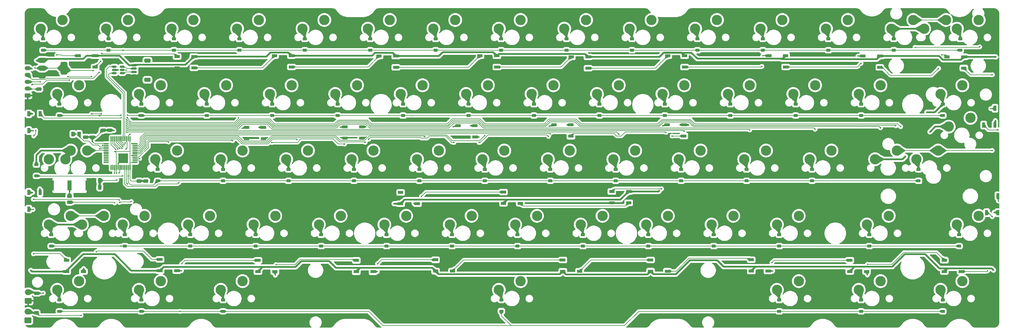
<source format=gbr>
%TF.GenerationSoftware,KiCad,Pcbnew,8.99.0-946-gf00a1ab517*%
%TF.CreationDate,2024-06-06T17:08:16+07:00*%
%TF.ProjectId,Sebas_nuxros,53656261-735f-46e7-9578-726f732e6b69,rev?*%
%TF.SameCoordinates,Original*%
%TF.FileFunction,Copper,L2,Bot*%
%TF.FilePolarity,Positive*%
%FSLAX46Y46*%
G04 Gerber Fmt 4.6, Leading zero omitted, Abs format (unit mm)*
G04 Created by KiCad (PCBNEW 8.99.0-946-gf00a1ab517) date 2024-06-06 17:08:16*
%MOMM*%
%LPD*%
G01*
G04 APERTURE LIST*
G04 Aperture macros list*
%AMRoundRect*
0 Rectangle with rounded corners*
0 $1 Rounding radius*
0 $2 $3 $4 $5 $6 $7 $8 $9 X,Y pos of 4 corners*
0 Add a 4 corners polygon primitive as box body*
4,1,4,$2,$3,$4,$5,$6,$7,$8,$9,$2,$3,0*
0 Add four circle primitives for the rounded corners*
1,1,$1+$1,$2,$3*
1,1,$1+$1,$4,$5*
1,1,$1+$1,$6,$7*
1,1,$1+$1,$8,$9*
0 Add four rect primitives between the rounded corners*
20,1,$1+$1,$2,$3,$4,$5,0*
20,1,$1+$1,$4,$5,$6,$7,0*
20,1,$1+$1,$6,$7,$8,$9,0*
20,1,$1+$1,$8,$9,$2,$3,0*%
G04 Aperture macros list end*
%TA.AperFunction,ComponentPad*%
%ADD10C,0.400000*%
%TD*%
%TA.AperFunction,ComponentPad*%
%ADD11C,3.000000*%
%TD*%
%TA.AperFunction,ComponentPad*%
%ADD12RoundRect,0.250000X0.750000X-0.600000X0.750000X0.600000X-0.750000X0.600000X-0.750000X-0.600000X0*%
%TD*%
%TA.AperFunction,ComponentPad*%
%ADD13O,2.000000X1.700000*%
%TD*%
%TA.AperFunction,ComponentPad*%
%ADD14RoundRect,0.250000X0.625000X-0.350000X0.625000X0.350000X-0.625000X0.350000X-0.625000X-0.350000X0*%
%TD*%
%TA.AperFunction,ComponentPad*%
%ADD15O,1.750000X1.200000*%
%TD*%
%TA.AperFunction,SMDPad,CuDef*%
%ADD16R,1.500000X0.900000*%
%TD*%
%TA.AperFunction,SMDPad,CuDef*%
%ADD17RoundRect,0.250000X-0.450000X0.262500X-0.450000X-0.262500X0.450000X-0.262500X0.450000X0.262500X0*%
%TD*%
%TA.AperFunction,SMDPad,CuDef*%
%ADD18RoundRect,0.225000X0.375000X-0.225000X0.375000X0.225000X-0.375000X0.225000X-0.375000X-0.225000X0*%
%TD*%
%TA.AperFunction,SMDPad,CuDef*%
%ADD19RoundRect,0.250000X-0.475000X0.250000X-0.475000X-0.250000X0.475000X-0.250000X0.475000X0.250000X0*%
%TD*%
%TA.AperFunction,SMDPad,CuDef*%
%ADD20R,0.900000X1.500000*%
%TD*%
%TA.AperFunction,SMDPad,CuDef*%
%ADD21RoundRect,0.150000X0.512500X0.150000X-0.512500X0.150000X-0.512500X-0.150000X0.512500X-0.150000X0*%
%TD*%
%TA.AperFunction,SMDPad,CuDef*%
%ADD22RoundRect,0.250000X0.475000X-0.250000X0.475000X0.250000X-0.475000X0.250000X-0.475000X-0.250000X0*%
%TD*%
%TA.AperFunction,SMDPad,CuDef*%
%ADD23RoundRect,0.250000X0.262500X0.450000X-0.262500X0.450000X-0.262500X-0.450000X0.262500X-0.450000X0*%
%TD*%
%TA.AperFunction,SMDPad,CuDef*%
%ADD24R,1.190000X3.000000*%
%TD*%
%TA.AperFunction,SMDPad,CuDef*%
%ADD25RoundRect,0.150000X-0.625000X0.150000X-0.625000X-0.150000X0.625000X-0.150000X0.625000X0.150000X0*%
%TD*%
%TA.AperFunction,SMDPad,CuDef*%
%ADD26RoundRect,0.250000X-0.650000X0.350000X-0.650000X-0.350000X0.650000X-0.350000X0.650000X0.350000X0*%
%TD*%
%TA.AperFunction,SMDPad,CuDef*%
%ADD27RoundRect,0.250000X-0.250000X-0.475000X0.250000X-0.475000X0.250000X0.475000X-0.250000X0.475000X0*%
%TD*%
%TA.AperFunction,SMDPad,CuDef*%
%ADD28RoundRect,0.375000X-0.625000X-0.375000X0.625000X-0.375000X0.625000X0.375000X-0.625000X0.375000X0*%
%TD*%
%TA.AperFunction,SMDPad,CuDef*%
%ADD29RoundRect,0.500000X-0.500000X-1.400000X0.500000X-1.400000X0.500000X1.400000X-0.500000X1.400000X0*%
%TD*%
%TA.AperFunction,SMDPad,CuDef*%
%ADD30RoundRect,0.075000X0.075000X-0.662500X0.075000X0.662500X-0.075000X0.662500X-0.075000X-0.662500X0*%
%TD*%
%TA.AperFunction,SMDPad,CuDef*%
%ADD31RoundRect,0.075000X0.662500X-0.075000X0.662500X0.075000X-0.662500X0.075000X-0.662500X-0.075000X0*%
%TD*%
%TA.AperFunction,ViaPad*%
%ADD32C,0.400000*%
%TD*%
%TA.AperFunction,Conductor*%
%ADD33C,0.200000*%
%TD*%
%TA.AperFunction,Conductor*%
%ADD34C,0.500000*%
%TD*%
G04 APERTURE END LIST*
D10*
%TO.P,SW51,1,1*%
%TO.N,Net-(D51-A)*%
X163710000Y-87480000D03*
X164950000Y-88740000D03*
X164960000Y-86240000D03*
D11*
X164960000Y-87490000D03*
D10*
X166210000Y-87490000D03*
%TO.P,SW51,2,2*%
%TO.N,C8*%
X170060000Y-84950000D03*
X171310000Y-83690000D03*
D11*
X171310000Y-84950000D03*
D10*
X171310000Y-86190000D03*
X172550000Y-84940000D03*
%TD*%
%TO.P,SW4,1,1*%
%TO.N,Net-(D4-A)*%
X63697500Y-30330000D03*
X64937500Y-31590000D03*
X64947500Y-29090000D03*
D11*
X64947500Y-30340000D03*
D10*
X66197500Y-30340000D03*
%TO.P,SW4,2,2*%
%TO.N,C3*%
X70047500Y-27800000D03*
X71297500Y-26540000D03*
D11*
X71297500Y-27800000D03*
D10*
X71297500Y-29040000D03*
X72537500Y-27790000D03*
%TD*%
%TO.P,SW21,1,1*%
%TO.N,Net-(D21-A)*%
X111322500Y-49380000D03*
X112562500Y-50640000D03*
X112572500Y-48140000D03*
D11*
X112572500Y-49390000D03*
D10*
X113822500Y-49390000D03*
%TO.P,SW21,2,2*%
%TO.N,C5*%
X117672500Y-46850000D03*
X118922500Y-45590000D03*
D11*
X118922500Y-46850000D03*
D10*
X118922500Y-48090000D03*
X120162500Y-46840000D03*
%TD*%
%TO.P,SW57,1,1*%
%TO.N,Net-(D57-A)*%
X11310500Y-106530000D03*
X12550500Y-107790000D03*
X12560500Y-105290000D03*
D11*
X12560500Y-106540000D03*
D10*
X13810500Y-106540000D03*
%TO.P,SW57,2,2*%
%TO.N,C0*%
X17660500Y-104000000D03*
X18910500Y-102740000D03*
D11*
X18910500Y-104000000D03*
D10*
X18910500Y-105240000D03*
X20150500Y-103990000D03*
%TD*%
%TO.P,SW58,1,1*%
%TO.N,Net-(D58-A)*%
X35122500Y-106530000D03*
X36362500Y-107790000D03*
X36372500Y-105290000D03*
D11*
X36372500Y-106540000D03*
D10*
X37622500Y-106540000D03*
%TO.P,SW58,2,2*%
%TO.N,C1*%
X41472500Y-104000000D03*
X42722500Y-102740000D03*
D11*
X42722500Y-104000000D03*
D10*
X42722500Y-105240000D03*
X43962500Y-103990000D03*
%TD*%
%TO.P,SW49,1,1*%
%TO.N,Net-(D49-A)*%
X125610000Y-87480000D03*
X126850000Y-88740000D03*
X126860000Y-86240000D03*
D11*
X126860000Y-87490000D03*
D10*
X128110000Y-87490000D03*
%TO.P,SW49,2,2*%
%TO.N,C6*%
X131960000Y-84950000D03*
X133210000Y-83690000D03*
D11*
X133210000Y-84950000D03*
D10*
X133210000Y-86190000D03*
X134450000Y-84940000D03*
%TD*%
%TO.P,SW20,1,1*%
%TO.N,Net-(D20-A)*%
X92272500Y-49380000D03*
X93512500Y-50640000D03*
X93522500Y-48140000D03*
D11*
X93522500Y-49390000D03*
D10*
X94772500Y-49390000D03*
%TO.P,SW20,2,2*%
%TO.N,C4*%
X98622500Y-46850000D03*
X99872500Y-45590000D03*
D11*
X99872500Y-46850000D03*
D10*
X99872500Y-48090000D03*
X101112500Y-46840000D03*
%TD*%
%TO.P,SW35,1,1*%
%TO.N,Net-(D35-A)*%
X116085000Y-68430000D03*
X117325000Y-69690000D03*
X117335000Y-67190000D03*
D11*
X117335000Y-68440000D03*
D10*
X118585000Y-68440000D03*
%TO.P,SW35,2,2*%
%TO.N,C5*%
X122435000Y-65900000D03*
X123685000Y-64640000D03*
D11*
X123685000Y-65900000D03*
D10*
X123685000Y-67140000D03*
X124925000Y-65890000D03*
%TD*%
%TO.P,SW17,1,1*%
%TO.N,Net-(D17-A)*%
X35122500Y-49380000D03*
X36362500Y-50640000D03*
X36372500Y-48140000D03*
D11*
X36372500Y-49390000D03*
D10*
X37622500Y-49390000D03*
%TO.P,SW17,2,2*%
%TO.N,C1*%
X41472500Y-46850000D03*
X42722500Y-45590000D03*
D11*
X42722500Y-46850000D03*
D10*
X42722500Y-48090000D03*
X43962500Y-46840000D03*
%TD*%
%TO.P,SW12,1,1*%
%TO.N,Net-(D12-A)*%
X216097500Y-30330000D03*
X217337500Y-31590000D03*
X217347500Y-29090000D03*
D11*
X217347500Y-30340000D03*
D10*
X218597500Y-30340000D03*
%TO.P,SW12,2,2*%
%TO.N,C11*%
X222447500Y-27800000D03*
X223697500Y-26540000D03*
D11*
X223697500Y-27800000D03*
D10*
X223697500Y-29040000D03*
X224937500Y-27790000D03*
%TD*%
%TO.P,SW1003,1,1*%
%TO.N,Net-(D43-A)*%
X270865999Y-58905000D03*
X272105999Y-60165000D03*
X272115999Y-57665000D03*
D11*
X272115999Y-58915000D03*
D10*
X273365999Y-58915000D03*
%TO.P,SW1003,2,2*%
%TO.N,C13*%
X277215999Y-56375000D03*
X278465999Y-55115000D03*
D11*
X278465999Y-56375000D03*
D10*
X278465999Y-57615000D03*
X279705999Y-56365000D03*
%TD*%
%TO.P,SW16,1,1*%
%TO.N,Net-(D16-A)*%
X11310500Y-49380000D03*
X12550500Y-50640000D03*
X12560500Y-48140000D03*
D11*
X12560500Y-49390000D03*
D10*
X13810500Y-49390000D03*
%TO.P,SW16,2,2*%
%TO.N,C0*%
X17660500Y-46850000D03*
X18910500Y-45590000D03*
D11*
X18910500Y-46850000D03*
D10*
X18910500Y-48090000D03*
X20150500Y-46840000D03*
%TD*%
%TO.P,SW33,1,1*%
%TO.N,Net-(D33-A)*%
X77985000Y-68430000D03*
X79225000Y-69690000D03*
X79235000Y-67190000D03*
D11*
X79235000Y-68440000D03*
D10*
X80485000Y-68440000D03*
%TO.P,SW33,2,2*%
%TO.N,C3*%
X84335000Y-65900000D03*
X85585000Y-64640000D03*
D11*
X85585000Y-65900000D03*
D10*
X85585000Y-67140000D03*
X86825000Y-65890000D03*
%TD*%
%TO.P,SW13,1,1*%
%TO.N,Net-(D13-A)*%
X235147500Y-30330000D03*
X236387500Y-31590000D03*
X236397500Y-29090000D03*
D11*
X236397500Y-30340000D03*
D10*
X237647500Y-30340000D03*
%TO.P,SW13,2,2*%
%TO.N,C12*%
X241497500Y-27800000D03*
X242747500Y-26540000D03*
D11*
X242747500Y-27800000D03*
D10*
X242747500Y-29040000D03*
X243987500Y-27790000D03*
%TD*%
D12*
%TO.P,SWb\u00F4trst1,1,1*%
%TO.N,GND*%
X4135000Y-109730000D03*
D13*
%TO.P,SWb\u00F4trst1,2,2*%
%TO.N,RST*%
X4135000Y-107230000D03*
%TD*%
D10*
%TO.P,SW1004,1,1*%
%TO.N,Net-(D29-A)*%
X249435000Y-68430000D03*
X250675000Y-69690000D03*
X250685000Y-67190000D03*
D11*
X250685000Y-68440000D03*
D10*
X251935000Y-68440000D03*
%TO.P,SW1004,2,2*%
%TO.N,C13*%
X255785000Y-65900000D03*
X257035000Y-64640000D03*
D11*
X257035000Y-65900000D03*
D10*
X257035000Y-67140000D03*
X258275000Y-65890000D03*
%TD*%
%TO.P,SW37,1,1*%
%TO.N,Net-(D37-A)*%
X154185000Y-68430000D03*
X155425000Y-69690000D03*
X155435000Y-67190000D03*
D11*
X155435000Y-68440000D03*
D10*
X156685000Y-68440000D03*
%TO.P,SW37,2,2*%
%TO.N,C7*%
X160535000Y-65900000D03*
X161785000Y-64640000D03*
D11*
X161785000Y-65900000D03*
D10*
X161785000Y-67140000D03*
X163025000Y-65890000D03*
%TD*%
%TO.P,SW8,1,1*%
%TO.N,Net-(D8-A)*%
X139897500Y-30330000D03*
X141137500Y-31590000D03*
X141147500Y-29090000D03*
D11*
X141147500Y-30340000D03*
D10*
X142397500Y-30340000D03*
%TO.P,SW8,2,2*%
%TO.N,C7*%
X146247500Y-27800000D03*
X147497500Y-26540000D03*
D11*
X147497500Y-27800000D03*
D10*
X147497500Y-29040000D03*
X148737500Y-27790000D03*
%TD*%
%TO.P,SW1,1,1*%
%TO.N,Net-(D1-A)*%
X6547500Y-30330000D03*
X7787500Y-31590000D03*
X7797500Y-29090000D03*
D11*
X7797500Y-30340000D03*
D10*
X9047500Y-30340000D03*
%TO.P,SW1,2,2*%
%TO.N,C0*%
X12897500Y-27800000D03*
X14147500Y-26540000D03*
D11*
X14147500Y-27800000D03*
D10*
X14147500Y-29040000D03*
X15387500Y-27790000D03*
%TD*%
%TO.P,SW10,1,1*%
%TO.N,Net-(D10-A)*%
X177997500Y-30330000D03*
X179237500Y-31590000D03*
X179247500Y-29090000D03*
D11*
X179247500Y-30340000D03*
D10*
X180497500Y-30340000D03*
%TO.P,SW10,2,2*%
%TO.N,C9*%
X184347500Y-27800000D03*
X185597500Y-26540000D03*
D11*
X185597500Y-27800000D03*
D10*
X185597500Y-29040000D03*
X186837500Y-27790000D03*
%TD*%
%TO.P,SW55,1,1*%
%TO.N,Net-(D55-A)*%
X247054000Y-87480000D03*
X248294000Y-88740000D03*
X248304000Y-86240000D03*
D11*
X248304000Y-87490000D03*
D10*
X249554000Y-87490000D03*
%TO.P,SW55,2,2*%
%TO.N,C12*%
X253404000Y-84950000D03*
X254654000Y-83690000D03*
D11*
X254654000Y-84950000D03*
D10*
X254654000Y-86190000D03*
X255894000Y-84940000D03*
%TD*%
%TO.P,SW27,1,1*%
%TO.N,Net-(D27-A)*%
X225622500Y-49380000D03*
X226862500Y-50640000D03*
X226872500Y-48140000D03*
D11*
X226872500Y-49390000D03*
D10*
X228122500Y-49390000D03*
%TO.P,SW27,2,2*%
%TO.N,C11*%
X231972500Y-46850000D03*
X233222500Y-45590000D03*
D11*
X233222500Y-46850000D03*
D10*
X233222500Y-48090000D03*
X234462500Y-46840000D03*
%TD*%
%TO.P,SW44,1,1*%
%TO.N,Net-(D44-A)*%
X30360000Y-87480000D03*
X31600000Y-88740000D03*
X31610000Y-86240000D03*
D11*
X31610000Y-87490000D03*
D10*
X32860000Y-87490000D03*
%TO.P,SW44,2,2*%
%TO.N,C1*%
X36710000Y-84950000D03*
X37960000Y-83690000D03*
D11*
X37960000Y-84950000D03*
D10*
X37960000Y-86190000D03*
X39200000Y-84940000D03*
%TD*%
%TO.P,SW25,1,1*%
%TO.N,Net-(D25-A)*%
X187522500Y-49380000D03*
X188762500Y-50640000D03*
X188772500Y-48140000D03*
D11*
X188772500Y-49390000D03*
D10*
X190022500Y-49390000D03*
%TO.P,SW25,2,2*%
%TO.N,C9*%
X193872500Y-46850000D03*
X195122500Y-45590000D03*
D11*
X195122500Y-46850000D03*
D10*
X195122500Y-48090000D03*
X196362500Y-46840000D03*
%TD*%
%TO.P,SW36,1,1*%
%TO.N,Net-(D36-A)*%
X135135000Y-68430000D03*
X136375000Y-69690000D03*
X136385000Y-67190000D03*
D11*
X136385000Y-68440000D03*
D10*
X137635000Y-68440000D03*
%TO.P,SW36,2,2*%
%TO.N,C6*%
X141485000Y-65900000D03*
X142735000Y-64640000D03*
D11*
X142735000Y-65900000D03*
D10*
X142735000Y-67140000D03*
X143975000Y-65890000D03*
%TD*%
%TO.P,SW46,1,1*%
%TO.N,Net-(D46-A)*%
X68460000Y-87480000D03*
X69700000Y-88740000D03*
X69710000Y-86240000D03*
D11*
X69710000Y-87490000D03*
D10*
X70960000Y-87490000D03*
%TO.P,SW46,2,2*%
%TO.N,C3*%
X74810000Y-84950000D03*
X76060000Y-83690000D03*
D11*
X76060000Y-84950000D03*
D10*
X76060000Y-86190000D03*
X77300000Y-84940000D03*
%TD*%
%TO.P,SW6,1,1*%
%TO.N,Net-(D6-A)*%
X101797500Y-30330000D03*
X103037500Y-31590000D03*
X103047500Y-29090000D03*
D11*
X103047500Y-30340000D03*
D10*
X104297500Y-30340000D03*
%TO.P,SW6,2,2*%
%TO.N,C5*%
X108147500Y-27800000D03*
X109397500Y-26540000D03*
D11*
X109397500Y-27800000D03*
D10*
X109397500Y-29040000D03*
X110637500Y-27790000D03*
%TD*%
%TO.P,SW30,1,1*%
%TO.N,Net-(D30-A)*%
X13691500Y-68430000D03*
X14931500Y-69690000D03*
X14941500Y-67190000D03*
D11*
X14941500Y-68440000D03*
D10*
X16191500Y-68440000D03*
%TO.P,SW30,2,2*%
%TO.N,C0*%
X20041500Y-65900000D03*
X21291500Y-64640000D03*
D11*
X21291500Y-65900000D03*
D10*
X21291500Y-67140000D03*
X22531500Y-65890000D03*
%TD*%
%TO.P,SW40,1,1*%
%TO.N,Net-(D40-A)*%
X211335000Y-68430000D03*
X212575000Y-69690000D03*
X212585000Y-67190000D03*
D11*
X212585000Y-68440000D03*
D10*
X213835000Y-68440000D03*
%TO.P,SW40,2,2*%
%TO.N,C10*%
X217685000Y-65900000D03*
X218935000Y-64640000D03*
D11*
X218935000Y-65900000D03*
D10*
X218935000Y-67140000D03*
X220175000Y-65890000D03*
%TD*%
%TO.P,SW7,1,1*%
%TO.N,Net-(D7-A)*%
X120847500Y-30330000D03*
X122087500Y-31590000D03*
X122097500Y-29090000D03*
D11*
X122097500Y-30340000D03*
D10*
X123347500Y-30340000D03*
%TO.P,SW7,2,2*%
%TO.N,C6*%
X127197500Y-27800000D03*
X128447500Y-26540000D03*
D11*
X128447500Y-27800000D03*
D10*
X128447500Y-29040000D03*
X129687500Y-27790000D03*
%TD*%
%TO.P,SW41,1,1*%
%TO.N,Net-(D41-A)*%
X230385000Y-68430000D03*
X231625000Y-69690000D03*
X231635000Y-67190000D03*
D11*
X231635000Y-68440000D03*
D10*
X232885000Y-68440000D03*
%TO.P,SW41,2,2*%
%TO.N,C11*%
X236735000Y-65900000D03*
X237985000Y-64640000D03*
D11*
X237985000Y-65900000D03*
D10*
X237985000Y-67140000D03*
X239225000Y-65890000D03*
%TD*%
%TO.P,SW38,1,1*%
%TO.N,Net-(D38-A)*%
X173235000Y-68430000D03*
X174475000Y-69690000D03*
X174485000Y-67190000D03*
D11*
X174485000Y-68440000D03*
D10*
X175735000Y-68440000D03*
%TO.P,SW38,2,2*%
%TO.N,C8*%
X179585000Y-65900000D03*
X180835000Y-64640000D03*
D11*
X180835000Y-65900000D03*
D10*
X180835000Y-67140000D03*
X182075000Y-65890000D03*
%TD*%
%TO.P,SW52,1,1*%
%TO.N,Net-(D52-A)*%
X182760000Y-87480000D03*
X184000000Y-88740000D03*
X184010000Y-86240000D03*
D11*
X184010000Y-87490000D03*
D10*
X185260000Y-87490000D03*
%TO.P,SW52,2,2*%
%TO.N,C9*%
X189110000Y-84950000D03*
X190360000Y-83690000D03*
D11*
X190360000Y-84950000D03*
D10*
X190360000Y-86190000D03*
X191600000Y-84940000D03*
%TD*%
%TO.P,SW15,1,1*%
%TO.N,Net-(D15-A)*%
X273247500Y-30330000D03*
X274487500Y-31590000D03*
X274497500Y-29090000D03*
D11*
X274497500Y-30340000D03*
D10*
X275747500Y-30340000D03*
%TO.P,SW15,2,2*%
%TO.N,C14*%
X279597500Y-27800000D03*
X280847500Y-26540000D03*
D11*
X280847500Y-27800000D03*
D10*
X280847500Y-29040000D03*
X282087500Y-27790000D03*
%TD*%
%TO.P,SW29,1,1*%
%TO.N,Net-(D29-A)*%
X268485500Y-49380000D03*
X269725500Y-50640000D03*
X269735500Y-48140000D03*
D11*
X269735500Y-49390000D03*
D10*
X270985500Y-49390000D03*
%TO.P,SW29,2,2*%
%TO.N,C13*%
X274835500Y-46850000D03*
X276085500Y-45590000D03*
D11*
X276085500Y-46850000D03*
D10*
X276085500Y-48090000D03*
X277325500Y-46840000D03*
%TD*%
%TO.P,SW43,1,1*%
%TO.N,Net-(D43-A)*%
X261415600Y-68430000D03*
X262655600Y-69690000D03*
X262665600Y-67190000D03*
D11*
X262665600Y-68440000D03*
D10*
X263915600Y-68440000D03*
%TO.P,SW43,2,2*%
%TO.N,C13*%
X267765600Y-65900000D03*
X269015600Y-64640000D03*
D11*
X269015600Y-65900000D03*
D10*
X269015600Y-67140000D03*
X270255600Y-65890000D03*
%TD*%
%TO.P,SW32,1,1*%
%TO.N,Net-(D32-A)*%
X58935000Y-68430000D03*
X60175000Y-69690000D03*
X60185000Y-67190000D03*
D11*
X60185000Y-68440000D03*
D10*
X61435000Y-68440000D03*
%TO.P,SW32,2,2*%
%TO.N,C2*%
X65285000Y-65900000D03*
X66535000Y-64640000D03*
D11*
X66535000Y-65900000D03*
D10*
X66535000Y-67140000D03*
X67775000Y-65890000D03*
%TD*%
%TO.P,SW11,1,1*%
%TO.N,Net-(D11-A)*%
X197047500Y-30330000D03*
X198287500Y-31590000D03*
X198297500Y-29090000D03*
D11*
X198297500Y-30340000D03*
D10*
X199547500Y-30340000D03*
%TO.P,SW11,2,2*%
%TO.N,C10*%
X203397500Y-27800000D03*
X204647500Y-26540000D03*
D11*
X204647500Y-27800000D03*
D10*
X204647500Y-29040000D03*
X205887500Y-27790000D03*
%TD*%
%TO.P,SW1002,1,1*%
%TO.N,Net-(D14-A)*%
X263722500Y-30330000D03*
X264962500Y-31590000D03*
X264972500Y-29090000D03*
D11*
X264972500Y-30340000D03*
D10*
X266222500Y-30340000D03*
%TO.P,SW1002,2,2*%
%TO.N,C13*%
X270072500Y-27800000D03*
X271322500Y-26540000D03*
D11*
X271322500Y-27800000D03*
D10*
X271322500Y-29040000D03*
X272562500Y-27790000D03*
%TD*%
%TO.P,SW56,1,1*%
%TO.N,Net-(D56-A)*%
X273247500Y-87480000D03*
X274487500Y-88740000D03*
X274497500Y-86240000D03*
D11*
X274497500Y-87490000D03*
D10*
X275747500Y-87490000D03*
%TO.P,SW56,2,2*%
%TO.N,C13*%
X279597500Y-84950000D03*
X280847500Y-83690000D03*
D11*
X280847500Y-84950000D03*
D10*
X280847500Y-86190000D03*
X282087500Y-84940000D03*
%TD*%
%TO.P,SW59,1,1*%
%TO.N,Net-(D59-A)*%
X58935500Y-106530000D03*
X60175500Y-107790000D03*
X60185500Y-105290000D03*
D11*
X60185500Y-106540000D03*
D10*
X61435500Y-106540000D03*
%TO.P,SW59,2,2*%
%TO.N,C2*%
X65285500Y-104000000D03*
X66535500Y-102740000D03*
D11*
X66535500Y-104000000D03*
D10*
X66535500Y-105240000D03*
X67775500Y-103990000D03*
%TD*%
%TO.P,SW18,1,1*%
%TO.N,Net-(D18-A)*%
X54172500Y-49380000D03*
X55412500Y-50640000D03*
X55422500Y-48140000D03*
D11*
X55422500Y-49390000D03*
D10*
X56672500Y-49390000D03*
%TO.P,SW18,2,2*%
%TO.N,C2*%
X60522500Y-46850000D03*
X61772500Y-45590000D03*
D11*
X61772500Y-46850000D03*
D10*
X61772500Y-48090000D03*
X63012500Y-46840000D03*
%TD*%
%TO.P,SW3,1,1*%
%TO.N,Net-(D3-A)*%
X44647500Y-30330000D03*
X45887500Y-31590000D03*
X45897500Y-29090000D03*
D11*
X45897500Y-30340000D03*
D10*
X47147500Y-30340000D03*
%TO.P,SW3,2,2*%
%TO.N,C2*%
X50997500Y-27800000D03*
X52247500Y-26540000D03*
D11*
X52247500Y-27800000D03*
D10*
X52247500Y-29040000D03*
X53487500Y-27790000D03*
%TD*%
%TO.P,SW39,1,1*%
%TO.N,Net-(D39-A)*%
X192285000Y-68430000D03*
X193525000Y-69690000D03*
X193535000Y-67190000D03*
D11*
X193535000Y-68440000D03*
D10*
X194785000Y-68440000D03*
%TO.P,SW39,2,2*%
%TO.N,C9*%
X198635000Y-65900000D03*
X199885000Y-64640000D03*
D11*
X199885000Y-65900000D03*
D10*
X199885000Y-67140000D03*
X201125000Y-65890000D03*
%TD*%
%TO.P,SW47,1,1*%
%TO.N,Net-(D47-A)*%
X87510000Y-87480000D03*
X88750000Y-88740000D03*
X88760000Y-86240000D03*
D11*
X88760000Y-87490000D03*
D10*
X90010000Y-87490000D03*
%TO.P,SW47,2,2*%
%TO.N,C4*%
X93860000Y-84950000D03*
X95110000Y-83690000D03*
D11*
X95110000Y-84950000D03*
D10*
X95110000Y-86190000D03*
X96350000Y-84940000D03*
%TD*%
%TO.P,SW5,1,1*%
%TO.N,Net-(D5-A)*%
X82747500Y-30330000D03*
X83987500Y-31590000D03*
X83997500Y-29090000D03*
D11*
X83997500Y-30340000D03*
D10*
X85247500Y-30340000D03*
%TO.P,SW5,2,2*%
%TO.N,C4*%
X89097500Y-27800000D03*
X90347500Y-26540000D03*
D11*
X90347500Y-27800000D03*
D10*
X90347500Y-29040000D03*
X91587500Y-27790000D03*
%TD*%
%TO.P,SW2,1,1*%
%TO.N,Net-(D2-A)*%
X25597500Y-30330000D03*
X26837500Y-31590000D03*
X26847500Y-29090000D03*
D11*
X26847500Y-30340000D03*
D10*
X28097500Y-30340000D03*
%TO.P,SW2,2,2*%
%TO.N,C1*%
X31947500Y-27800000D03*
X33197500Y-26540000D03*
D11*
X33197500Y-27800000D03*
D10*
X33197500Y-29040000D03*
X34437500Y-27790000D03*
%TD*%
%TO.P,SW23,1,1*%
%TO.N,Net-(D23-A)*%
X149422500Y-49380000D03*
X150662500Y-50640000D03*
X150672500Y-48140000D03*
D11*
X150672500Y-49390000D03*
D10*
X151922500Y-49390000D03*
%TO.P,SW23,2,2*%
%TO.N,C7*%
X155772500Y-46850000D03*
X157022500Y-45590000D03*
D11*
X157022500Y-46850000D03*
D10*
X157022500Y-48090000D03*
X158262500Y-46840000D03*
%TD*%
%TO.P,SW53,1,1*%
%TO.N,Net-(D53-A)*%
X201810000Y-87480000D03*
X203050000Y-88740000D03*
X203060000Y-86240000D03*
D11*
X203060000Y-87490000D03*
D10*
X204310000Y-87490000D03*
%TO.P,SW53,2,2*%
%TO.N,C10*%
X208160000Y-84950000D03*
X209410000Y-83690000D03*
D11*
X209410000Y-84950000D03*
D10*
X209410000Y-86190000D03*
X210650000Y-84940000D03*
%TD*%
D12*
%TO.P,SWb\u00F4t1,1,1*%
%TO.N,+3.3V*%
X4070000Y-115430000D03*
D13*
%TO.P,SWb\u00F4t1,2,2*%
%TO.N,boot*%
X4070000Y-112930000D03*
%TD*%
D10*
%TO.P,SW31,1,1*%
%TO.N,Net-(D31-A)*%
X39885000Y-68430000D03*
X41125000Y-69690000D03*
X41135000Y-67190000D03*
D11*
X41135000Y-68440000D03*
D10*
X42385000Y-68440000D03*
%TO.P,SW31,2,2*%
%TO.N,C1*%
X46235000Y-65900000D03*
X47485000Y-64640000D03*
D11*
X47485000Y-65900000D03*
D10*
X47485000Y-67140000D03*
X48725000Y-65890000D03*
%TD*%
%TO.P,SW1001,1,1*%
%TO.N,C0*%
X8928500Y-68430000D03*
X10168500Y-69690000D03*
X10178500Y-67190000D03*
D11*
X10178500Y-68440000D03*
D10*
X11428500Y-68440000D03*
%TO.P,SW1001,2,2*%
%TO.N,Net-(D30-A)*%
X15278500Y-65900000D03*
X16528500Y-64640000D03*
D11*
X16528500Y-65900000D03*
D10*
X16528500Y-67140000D03*
X17768500Y-65890000D03*
%TD*%
%TO.P,SW50,1,1*%
%TO.N,Net-(D50-A)*%
X144660000Y-87480000D03*
X145900000Y-88740000D03*
X145910000Y-86240000D03*
D11*
X145910000Y-87490000D03*
D10*
X147160000Y-87490000D03*
%TO.P,SW50,2,2*%
%TO.N,C7*%
X151010000Y-84950000D03*
X152260000Y-83690000D03*
D11*
X152260000Y-84950000D03*
D10*
X152260000Y-86190000D03*
X153500000Y-84940000D03*
%TD*%
%TO.P,SW62,1,1*%
%TO.N,Net-(D62-A)*%
X139897500Y-106530000D03*
X141137500Y-107790000D03*
X141147500Y-105290000D03*
D11*
X141147500Y-106540000D03*
D10*
X142397500Y-106540000D03*
%TO.P,SW62,2,2*%
%TO.N,C7*%
X146247500Y-104000000D03*
X147497500Y-102740000D03*
D11*
X147497500Y-104000000D03*
D10*
X147497500Y-105240000D03*
X148737500Y-103990000D03*
%TD*%
%TO.P,SW70,1,1*%
%TO.N,Net-(D70-A)*%
X268485500Y-106530000D03*
X269725500Y-107790000D03*
X269735500Y-105290000D03*
D11*
X269735500Y-106540000D03*
D10*
X270985500Y-106540000D03*
%TO.P,SW70,2,2*%
%TO.N,C13*%
X274835500Y-104000000D03*
X276085500Y-102740000D03*
D11*
X276085500Y-104000000D03*
D10*
X276085500Y-105240000D03*
X277325500Y-103990000D03*
%TD*%
%TO.P,SW69,1,1*%
%TO.N,Net-(D69-A)*%
X244672500Y-106530000D03*
X245912500Y-107790000D03*
X245922500Y-105290000D03*
D11*
X245922500Y-106540000D03*
D10*
X247172500Y-106540000D03*
%TO.P,SW69,2,2*%
%TO.N,C12*%
X251022500Y-104000000D03*
X252272500Y-102740000D03*
D11*
X252272500Y-104000000D03*
D10*
X252272500Y-105240000D03*
X253512500Y-103990000D03*
%TD*%
%TO.P,SW22,1,1*%
%TO.N,Net-(D22-A)*%
X130372500Y-49380000D03*
X131612500Y-50640000D03*
X131622500Y-48140000D03*
D11*
X131622500Y-49390000D03*
D10*
X132872500Y-49390000D03*
%TO.P,SW22,2,2*%
%TO.N,C6*%
X136722500Y-46850000D03*
X137972500Y-45590000D03*
D11*
X137972500Y-46850000D03*
D10*
X137972500Y-48090000D03*
X139212500Y-46840000D03*
%TD*%
%TO.P,SW68,1,1*%
%TO.N,Net-(D68-A)*%
X220860500Y-106530000D03*
X222100500Y-107790000D03*
X222110500Y-105290000D03*
D11*
X222110500Y-106540000D03*
D10*
X223360500Y-106540000D03*
%TO.P,SW68,2,2*%
%TO.N,C11*%
X227210500Y-104000000D03*
X228460500Y-102740000D03*
D11*
X228460500Y-104000000D03*
D10*
X228460500Y-105240000D03*
X229700500Y-103990000D03*
%TD*%
%TO.P,SW28,1,1*%
%TO.N,Net-(D28-A)*%
X244672500Y-49380000D03*
X245912500Y-50640000D03*
X245922500Y-48140000D03*
D11*
X245922500Y-49390000D03*
D10*
X247172500Y-49390000D03*
%TO.P,SW28,2,2*%
%TO.N,C12*%
X251022500Y-46850000D03*
X252272500Y-45590000D03*
D11*
X252272500Y-46850000D03*
D10*
X252272500Y-48090000D03*
X253512500Y-46840000D03*
%TD*%
%TO.P,SW1000,1,1*%
%TO.N,Net-(D42-A)*%
X18528100Y-87480000D03*
X19768100Y-88740000D03*
X19778100Y-86240000D03*
D11*
X19778100Y-87490000D03*
D10*
X21028100Y-87490000D03*
%TO.P,SW1000,2,2*%
%TO.N,C0*%
X24878100Y-84950000D03*
X26128100Y-83690000D03*
D11*
X26128100Y-84950000D03*
D10*
X26128100Y-86190000D03*
X27368100Y-84940000D03*
%TD*%
%TO.P,SW42,1,1*%
%TO.N,Net-(D42-A)*%
X8928500Y-87480000D03*
X10168500Y-88740000D03*
X10178500Y-86240000D03*
D11*
X10178500Y-87490000D03*
D10*
X11428500Y-87490000D03*
%TO.P,SW42,2,2*%
%TO.N,C0*%
X15278500Y-84950000D03*
X16528500Y-83690000D03*
D11*
X16528500Y-84950000D03*
D10*
X16528500Y-86190000D03*
X17768500Y-84940000D03*
%TD*%
%TO.P,SW14,1,1*%
%TO.N,Net-(D14-A)*%
X254197500Y-30330000D03*
X255437500Y-31590000D03*
X255447500Y-29090000D03*
D11*
X255447500Y-30340000D03*
D10*
X256697500Y-30340000D03*
%TO.P,SW14,2,2*%
%TO.N,C13*%
X260547500Y-27800000D03*
X261797500Y-26540000D03*
D11*
X261797500Y-27800000D03*
D10*
X261797500Y-29040000D03*
X263037500Y-27790000D03*
%TD*%
D14*
%TO.P,J2,1,Pin_1*%
%TO.N,GND*%
X3970000Y-49830000D03*
D15*
%TO.P,J2,2,Pin_2*%
%TO.N,+3.3V*%
X3970000Y-47830000D03*
%TO.P,J2,3,Pin_3*%
%TO.N,RST*%
X3970000Y-45830000D03*
%TO.P,J2,4,Pin_4*%
%TO.N,DIO*%
X3970000Y-43830000D03*
%TO.P,J2,5,Pin_5*%
%TO.N,CLK*%
X3970000Y-41830000D03*
%TD*%
D10*
%TO.P,SW34,1,1*%
%TO.N,Net-(D34-A)*%
X97035000Y-68430000D03*
X98275000Y-69690000D03*
X98285000Y-67190000D03*
D11*
X98285000Y-68440000D03*
D10*
X99535000Y-68440000D03*
%TO.P,SW34,2,2*%
%TO.N,C4*%
X103385000Y-65900000D03*
X104635000Y-64640000D03*
D11*
X104635000Y-65900000D03*
D10*
X104635000Y-67140000D03*
X105875000Y-65890000D03*
%TD*%
%TO.P,SW26,1,1*%
%TO.N,Net-(D26-A)*%
X206572500Y-49380000D03*
X207812500Y-50640000D03*
X207822500Y-48140000D03*
D11*
X207822500Y-49390000D03*
D10*
X209072500Y-49390000D03*
%TO.P,SW26,2,2*%
%TO.N,C10*%
X212922500Y-46850000D03*
X214172500Y-45590000D03*
D11*
X214172500Y-46850000D03*
D10*
X214172500Y-48090000D03*
X215412500Y-46840000D03*
%TD*%
%TO.P,SW45,1,1*%
%TO.N,Net-(D45-A)*%
X49410000Y-87480000D03*
X50650000Y-88740000D03*
X50660000Y-86240000D03*
D11*
X50660000Y-87490000D03*
D10*
X51910000Y-87490000D03*
%TO.P,SW45,2,2*%
%TO.N,C2*%
X55760000Y-84950000D03*
X57010000Y-83690000D03*
D11*
X57010000Y-84950000D03*
D10*
X57010000Y-86190000D03*
X58250000Y-84940000D03*
%TD*%
%TO.P,SW24,1,1*%
%TO.N,Net-(D24-A)*%
X168472500Y-49380000D03*
X169712500Y-50640000D03*
X169722500Y-48140000D03*
D11*
X169722500Y-49390000D03*
D10*
X170972500Y-49390000D03*
%TO.P,SW24,2,2*%
%TO.N,C8*%
X174822500Y-46850000D03*
X176072500Y-45590000D03*
D11*
X176072500Y-46850000D03*
D10*
X176072500Y-48090000D03*
X177312500Y-46840000D03*
%TD*%
%TO.P,SW19,1,1*%
%TO.N,Net-(D19-A)*%
X73222500Y-49380000D03*
X74462500Y-50640000D03*
X74472500Y-48140000D03*
D11*
X74472500Y-49390000D03*
D10*
X75722500Y-49390000D03*
%TO.P,SW19,2,2*%
%TO.N,C3*%
X79572500Y-46850000D03*
X80822500Y-45590000D03*
D11*
X80822500Y-46850000D03*
D10*
X80822500Y-48090000D03*
X82062500Y-46840000D03*
%TD*%
%TO.P,SW54,1,1*%
%TO.N,Net-(D54-A)*%
X220860000Y-87480000D03*
X222100000Y-88740000D03*
X222110000Y-86240000D03*
D11*
X222110000Y-87490000D03*
D10*
X223360000Y-87490000D03*
%TO.P,SW54,2,2*%
%TO.N,C11*%
X227210000Y-84950000D03*
X228460000Y-83690000D03*
D11*
X228460000Y-84950000D03*
D10*
X228460000Y-86190000D03*
X229700000Y-84940000D03*
%TD*%
%TO.P,SW48,1,1*%
%TO.N,Net-(D48-A)*%
X106560000Y-87480000D03*
X107800000Y-88740000D03*
X107810000Y-86240000D03*
D11*
X107810000Y-87490000D03*
D10*
X109060000Y-87490000D03*
%TO.P,SW48,2,2*%
%TO.N,C5*%
X112910000Y-84950000D03*
X114160000Y-83690000D03*
D11*
X114160000Y-84950000D03*
D10*
X114160000Y-86190000D03*
X115400000Y-84940000D03*
%TD*%
%TO.P,SW9,1,1*%
%TO.N,Net-(D9-A)*%
X158947500Y-30330000D03*
X160187500Y-31590000D03*
X160197500Y-29090000D03*
D11*
X160197500Y-30340000D03*
D10*
X161447500Y-30340000D03*
%TO.P,SW9,2,2*%
%TO.N,C8*%
X165297500Y-27800000D03*
X166547500Y-26540000D03*
D11*
X166547500Y-27800000D03*
D10*
X166547500Y-29040000D03*
X167787500Y-27790000D03*
%TD*%
D16*
%TO.P,Drgb15,1,VDD*%
%TO.N,+5V*%
X185300000Y-101110000D03*
%TO.P,Drgb15,2,DOUT*%
%TO.N,Net-(Drgb15-DOUT)*%
X185300000Y-97810000D03*
%TO.P,Drgb15,3,VSS*%
%TO.N,GND*%
X190200000Y-97810000D03*
%TO.P,Drgb15,4,DIN*%
%TO.N,Net-(Drgb14-DOUT)*%
X190200000Y-101110000D03*
%TD*%
D17*
%TO.P,R1,1*%
%TO.N,boot*%
X6520000Y-113267500D03*
%TO.P,R1,2*%
%TO.N,GND*%
X6520000Y-115092500D03*
%TD*%
D16*
%TO.P,Drgb12,1,VDD*%
%TO.N,+5V*%
X270850000Y-101190000D03*
%TO.P,Drgb12,2,DOUT*%
%TO.N,Net-(Drgb12-DOUT)*%
X270850000Y-97890000D03*
%TO.P,Drgb12,3,VSS*%
%TO.N,GND*%
X275750000Y-97890000D03*
%TO.P,Drgb12,4,DIN*%
%TO.N,Net-(Drgb11-DOUT)*%
X275750000Y-101190000D03*
%TD*%
D18*
%TO.P,D45,1,K*%
%TO.N,R3*%
X51332500Y-93780000D03*
%TO.P,D45,2,A*%
%TO.N,Net-(D45-A)*%
X51332500Y-90480000D03*
%TD*%
%TO.P,D39,1,K*%
%TO.N,R2*%
X194207500Y-74730000D03*
%TO.P,D39,2,A*%
%TO.N,Net-(D39-A)*%
X194207500Y-71430000D03*
%TD*%
D16*
%TO.P,Drgb19,1,VDD*%
%TO.N,+5V*%
X71020000Y-101240000D03*
%TO.P,Drgb19,2,DOUT*%
%TO.N,Net-(Drgb19-DOUT)*%
X71020000Y-97940000D03*
%TO.P,Drgb19,3,VSS*%
%TO.N,GND*%
X75920000Y-97940000D03*
%TO.P,Drgb19,4,DIN*%
%TO.N,Net-(Drgb18-DOUT)*%
X75920000Y-101240000D03*
%TD*%
D19*
%TO.P,C10,1*%
%TO.N,RST*%
X6620000Y-107530000D03*
%TO.P,C10,2*%
%TO.N,GND*%
X6620000Y-109430000D03*
%TD*%
D16*
%TO.P,Drgb5,1,VDD*%
%TO.N,+5V*%
X167100000Y-38580000D03*
%TO.P,Drgb5,2,DOUT*%
%TO.N,Net-(Drgb5-DOUT)*%
X167100000Y-41880000D03*
%TO.P,Drgb5,3,VSS*%
%TO.N,GND*%
X162200000Y-41880000D03*
%TO.P,Drgb5,4,DIN*%
%TO.N,Net-(Drgb4-DOUT)*%
X162200000Y-38580000D03*
%TD*%
D20*
%TO.P,Drgb10,1,VDD*%
%TO.N,+5V*%
X285580000Y-58460000D03*
%TO.P,Drgb10,2,DOUT*%
%TO.N,Net-(Drgb10-DOUT)*%
X282280000Y-58460000D03*
%TO.P,Drgb10,3,VSS*%
%TO.N,GND*%
X282280000Y-53560000D03*
%TO.P,Drgb10,4,DIN*%
%TO.N,Net-(Drgb10-DIN)*%
X285580000Y-53560000D03*
%TD*%
D21*
%TO.P,U3,1,I/O1*%
%TO.N,Net-(J1-Pin_2)*%
X31507500Y-41430000D03*
%TO.P,U3,2,GND*%
%TO.N,GND*%
X31507500Y-42380000D03*
%TO.P,U3,3,I/O2*%
%TO.N,Net-(J1-Pin_3)*%
X31507500Y-43330000D03*
%TO.P,U3,4,I/O2*%
%TO.N,D+*%
X29232500Y-43330000D03*
%TO.P,U3,5,VBUS*%
%TO.N,+5V*%
X29232500Y-42380000D03*
%TO.P,U3,6,I/O1*%
%TO.N,D-*%
X29232500Y-41430000D03*
%TD*%
D16*
%TO.P,Drgb7,1,VDD*%
%TO.N,+5V*%
X224640000Y-38210000D03*
%TO.P,Drgb7,2,DOUT*%
%TO.N,Net-(Drgb7-DOUT)*%
X224640000Y-41510000D03*
%TO.P,Drgb7,3,VSS*%
%TO.N,GND*%
X219740000Y-41510000D03*
%TO.P,Drgb7,4,DIN*%
%TO.N,Net-(Drgb6-DOUT)*%
X219740000Y-38210000D03*
%TD*%
D18*
%TO.P,D4,1,K*%
%TO.N,R0*%
X65620000Y-36630000D03*
%TO.P,D4,2,A*%
%TO.N,Net-(D4-A)*%
X65620000Y-33330000D03*
%TD*%
D17*
%TO.P,R3,1*%
%TO.N,Net-(Dled1-A)*%
X16170000Y-79180000D03*
%TO.P,R3,2*%
%TO.N,Net-(Ud1-PA0{slash}ADC_IN0)*%
X16170000Y-81005000D03*
%TD*%
D18*
%TO.P,D44,1,K*%
%TO.N,R3*%
X32282500Y-93780000D03*
%TO.P,D44,2,A*%
%TO.N,Net-(D44-A)*%
X32282500Y-90480000D03*
%TD*%
D16*
%TO.P,Drgb2,1,VDD*%
%TO.N,+5V*%
X80750000Y-38210000D03*
%TO.P,Drgb2,2,DOUT*%
%TO.N,Net-(Drgb2-DOUT)*%
X80750000Y-41510000D03*
%TO.P,Drgb2,3,VSS*%
%TO.N,GND*%
X75850000Y-41510000D03*
%TO.P,Drgb2,4,DIN*%
%TO.N,Net-(Drgb1-DOUT)*%
X75850000Y-38210000D03*
%TD*%
D18*
%TO.P,D11,1,K*%
%TO.N,R0*%
X198970000Y-36630000D03*
%TO.P,D11,2,A*%
%TO.N,Net-(D11-A)*%
X198970000Y-33330000D03*
%TD*%
D22*
%TO.P,C5,1*%
%TO.N,GND*%
X7270000Y-49880000D03*
%TO.P,C5,2*%
%TO.N,+3.3V*%
X7270000Y-47980000D03*
%TD*%
D18*
%TO.P,D50,1,K*%
%TO.N,R3*%
X146582500Y-93780000D03*
%TO.P,D50,2,A*%
%TO.N,Net-(D50-A)*%
X146582500Y-90480000D03*
%TD*%
%TO.P,D36,1,K*%
%TO.N,R2*%
X137057500Y-74730000D03*
%TO.P,D36,2,A*%
%TO.N,Net-(D36-A)*%
X137057500Y-71430000D03*
%TD*%
D16*
%TO.P,Drgb26,1,VDD*%
%TO.N,+5V*%
X101210000Y-58940000D03*
%TO.P,Drgb26,2,DOUT*%
%TO.N,Net-(Drgb26-DOUT)*%
X101210000Y-62240000D03*
%TO.P,Drgb26,3,VSS*%
%TO.N,GND*%
X96310000Y-62240000D03*
%TO.P,Drgb26,4,DIN*%
%TO.N,Net-(Drgb25-DOUT)*%
X96310000Y-58940000D03*
%TD*%
D23*
%TO.P,R2,1*%
%TO.N,RGB*%
X18980000Y-61060000D03*
%TO.P,R2,2*%
%TO.N,Net-(Drgb20-DIN)*%
X17155000Y-61060000D03*
%TD*%
D18*
%TO.P,D6,1,K*%
%TO.N,R0*%
X103720000Y-36630000D03*
%TO.P,D6,2,A*%
%TO.N,Net-(D6-A)*%
X103720000Y-33330000D03*
%TD*%
%TO.P,D43,1,K*%
%TO.N,R2*%
X263338100Y-74730000D03*
%TO.P,D43,2,A*%
%TO.N,Net-(D43-A)*%
X263338100Y-71430000D03*
%TD*%
%TO.P,D5,1,K*%
%TO.N,R0*%
X84670000Y-36630000D03*
%TO.P,D5,2,A*%
%TO.N,Net-(D5-A)*%
X84670000Y-33330000D03*
%TD*%
%TO.P,D28,1,K*%
%TO.N,R1*%
X246595000Y-55680000D03*
%TO.P,D28,2,A*%
%TO.N,Net-(D28-A)*%
X246595000Y-52380000D03*
%TD*%
D16*
%TO.P,Drgb8,1,VDD*%
%TO.N,+5V*%
X252070000Y-38320000D03*
%TO.P,Drgb8,2,DOUT*%
%TO.N,Net-(Drgb8-DOUT)*%
X252070000Y-41620000D03*
%TO.P,Drgb8,3,VSS*%
%TO.N,GND*%
X247170000Y-41620000D03*
%TO.P,Drgb8,4,DIN*%
%TO.N,Net-(Drgb7-DOUT)*%
X247170000Y-38320000D03*
%TD*%
D18*
%TO.P,D3,1,K*%
%TO.N,R0*%
X46570000Y-36630000D03*
%TO.P,D3,2,A*%
%TO.N,Net-(D3-A)*%
X46570000Y-33330000D03*
%TD*%
D16*
%TO.P,Drgb20,1,VDD*%
%TO.N,+5V*%
X23590000Y-38240000D03*
%TO.P,Drgb20,2,DOUT*%
%TO.N,Net-(Drgb1-DIN)*%
X23590000Y-41540000D03*
%TO.P,Drgb20,3,VSS*%
%TO.N,GND*%
X18690000Y-41540000D03*
%TO.P,Drgb20,4,DIN*%
%TO.N,Net-(Drgb20-DIN)*%
X18690000Y-38240000D03*
%TD*%
D18*
%TO.P,D56,1,K*%
%TO.N,R3*%
X275170000Y-93780000D03*
%TO.P,D56,2,A*%
%TO.N,Net-(D56-A)*%
X275170000Y-90480000D03*
%TD*%
%TO.P,D70,1,K*%
%TO.N,R4*%
X270408000Y-112830000D03*
%TO.P,D70,2,A*%
%TO.N,Net-(D70-A)*%
X270408000Y-109530000D03*
%TD*%
%TO.P,D48,1,K*%
%TO.N,R3*%
X108482500Y-93780000D03*
%TO.P,D48,2,A*%
%TO.N,Net-(D48-A)*%
X108482500Y-90480000D03*
%TD*%
D19*
%TO.P,C1,1*%
%TO.N,GND*%
X36410000Y-72880000D03*
%TO.P,C1,2*%
%TO.N,+3.3V*%
X36410000Y-74780000D03*
%TD*%
D18*
%TO.P,D16,1,K*%
%TO.N,R1*%
X13233000Y-55680000D03*
%TO.P,D16,2,A*%
%TO.N,Net-(D16-A)*%
X13233000Y-52380000D03*
%TD*%
%TO.P,D52,1,K*%
%TO.N,R3*%
X184682500Y-93780000D03*
%TO.P,D52,2,A*%
%TO.N,Net-(D52-A)*%
X184682500Y-90480000D03*
%TD*%
%TO.P,D31,1,K*%
%TO.N,R2*%
X41807500Y-74730000D03*
%TO.P,D31,2,A*%
%TO.N,Net-(D31-A)*%
X41807500Y-71430000D03*
%TD*%
%TO.P,D12,1,K*%
%TO.N,R0*%
X218020000Y-36630000D03*
%TO.P,D12,2,A*%
%TO.N,Net-(D12-A)*%
X218020000Y-33330000D03*
%TD*%
%TO.P,D13,1,K*%
%TO.N,R0*%
X237070000Y-36630000D03*
%TO.P,D13,2,A*%
%TO.N,Net-(D13-A)*%
X237070000Y-33330000D03*
%TD*%
%TO.P,D47,1,K*%
%TO.N,R3*%
X89432500Y-93780000D03*
%TO.P,D47,2,A*%
%TO.N,Net-(D47-A)*%
X89432500Y-90480000D03*
%TD*%
D19*
%TO.P,C6,1*%
%TO.N,GND*%
X38370000Y-72880000D03*
%TO.P,C6,2*%
%TO.N,+3.3V*%
X38370000Y-74780000D03*
%TD*%
D18*
%TO.P,D1,1,K*%
%TO.N,R0*%
X8470000Y-36630000D03*
%TO.P,D1,2,A*%
%TO.N,Net-(D1-A)*%
X8470000Y-33330000D03*
%TD*%
D16*
%TO.P,Drgb30,1,VDD*%
%TO.N,+5V*%
X178930000Y-77850000D03*
%TO.P,Drgb30,2,DOUT*%
%TO.N,Net-(Drgb30-DOUT)*%
X178930000Y-81150000D03*
%TO.P,Drgb30,3,VSS*%
%TO.N,GND*%
X174030000Y-81150000D03*
%TO.P,Drgb30,4,DIN*%
%TO.N,Net-(Drgb29-DOUT)*%
X174030000Y-77850000D03*
%TD*%
D19*
%TO.P,C9,1*%
%TO.N,GND*%
X27870000Y-58050000D03*
%TO.P,C9,2*%
%TO.N,+3.3V*%
X27870000Y-59950000D03*
%TD*%
D16*
%TO.P,Drgb32,1,VDD*%
%TO.N,+5V*%
X112550000Y-81410000D03*
%TO.P,Drgb32,2,DOUT*%
%TO.N,unconnected-(Drgb32-DOUT-Pad2)*%
X112550000Y-78110000D03*
%TO.P,Drgb32,3,VSS*%
%TO.N,GND*%
X117450000Y-78110000D03*
%TO.P,Drgb32,4,DIN*%
%TO.N,Net-(Drgb31-DOUT)*%
X117450000Y-81410000D03*
%TD*%
D18*
%TO.P,D59,1,K*%
%TO.N,R4*%
X60858000Y-112830000D03*
%TO.P,D59,2,A*%
%TO.N,Net-(D59-A)*%
X60858000Y-109530000D03*
%TD*%
%TO.P,D26,1,K*%
%TO.N,R1*%
X208495000Y-55680000D03*
%TO.P,D26,2,A*%
%TO.N,Net-(D26-A)*%
X208495000Y-52380000D03*
%TD*%
D16*
%TO.P,Drgb18,1,VDD*%
%TO.N,+5V*%
X99660000Y-101250000D03*
%TO.P,Drgb18,2,DOUT*%
%TO.N,Net-(Drgb18-DOUT)*%
X99660000Y-97950000D03*
%TO.P,Drgb18,3,VSS*%
%TO.N,GND*%
X104560000Y-97950000D03*
%TO.P,Drgb18,4,DIN*%
%TO.N,Net-(Drgb17-DOUT)*%
X104560000Y-101250000D03*
%TD*%
D18*
%TO.P,D57,1,K*%
%TO.N,R4*%
X13233000Y-112830000D03*
%TO.P,D57,2,A*%
%TO.N,Net-(D57-A)*%
X13233000Y-109530000D03*
%TD*%
D16*
%TO.P,Drgb28,1,VDD*%
%TO.N,+5V*%
X162120000Y-58410000D03*
%TO.P,Drgb28,2,DOUT*%
%TO.N,Net-(Drgb28-DOUT)*%
X162120000Y-61710000D03*
%TO.P,Drgb28,3,VSS*%
%TO.N,GND*%
X157220000Y-61710000D03*
%TO.P,Drgb28,4,DIN*%
%TO.N,Net-(Drgb27-DOUT)*%
X157220000Y-58410000D03*
%TD*%
D18*
%TO.P,D54,1,K*%
%TO.N,R3*%
X222782500Y-93780000D03*
%TO.P,D54,2,A*%
%TO.N,Net-(D54-A)*%
X222782500Y-90480000D03*
%TD*%
%TO.P,D68,1,K*%
%TO.N,R4*%
X222783000Y-112830000D03*
%TO.P,D68,2,A*%
%TO.N,Net-(D68-A)*%
X222783000Y-109530000D03*
%TD*%
%TO.P,D25,1,K*%
%TO.N,R1*%
X189445000Y-55680000D03*
%TO.P,D25,2,A*%
%TO.N,Net-(D25-A)*%
X189445000Y-52380000D03*
%TD*%
%TO.P,D18,1,K*%
%TO.N,R1*%
X56095000Y-55680000D03*
%TO.P,D18,2,A*%
%TO.N,Net-(D18-A)*%
X56095000Y-52380000D03*
%TD*%
D20*
%TO.P,Drgb11,1,VDD*%
%TO.N,+5V*%
X286450000Y-84030000D03*
%TO.P,Drgb11,2,DOUT*%
%TO.N,Net-(Drgb11-DOUT)*%
X283150000Y-84030000D03*
%TO.P,Drgb11,3,VSS*%
%TO.N,GND*%
X283150000Y-79130000D03*
%TO.P,Drgb11,4,DIN*%
%TO.N,Net-(Drgb10-DOUT)*%
X286450000Y-79130000D03*
%TD*%
D19*
%TO.P,C3,1*%
%TO.N,GND*%
X20820000Y-60080000D03*
%TO.P,C3,2*%
%TO.N,+3.3V*%
X20820000Y-61980000D03*
%TD*%
D18*
%TO.P,D14,1,K*%
%TO.N,R0*%
X256120000Y-36630000D03*
%TO.P,D14,2,A*%
%TO.N,Net-(D14-A)*%
X256120000Y-33330000D03*
%TD*%
%TO.P,D53,1,K*%
%TO.N,R3*%
X203732500Y-93780000D03*
%TO.P,D53,2,A*%
%TO.N,Net-(D53-A)*%
X203732500Y-90480000D03*
%TD*%
%TO.P,D62,1,K*%
%TO.N,R4*%
X141870000Y-112780000D03*
%TO.P,D62,2,A*%
%TO.N,Net-(D62-A)*%
X141870000Y-109480000D03*
%TD*%
D24*
%TO.P,Dled1,1,K*%
%TO.N,GND*%
X10982500Y-76097500D03*
%TO.P,Dled1,2,A*%
%TO.N,Net-(Dled1-A)*%
X16172500Y-76097500D03*
%TD*%
D16*
%TO.P,Drgb1,1,VDD*%
%TO.N,+5V*%
X52380000Y-38470000D03*
%TO.P,Drgb1,2,DOUT*%
%TO.N,Net-(Drgb1-DOUT)*%
X52380000Y-41770000D03*
%TO.P,Drgb1,3,VSS*%
%TO.N,GND*%
X47480000Y-41770000D03*
%TO.P,Drgb1,4,DIN*%
%TO.N,Net-(Drgb1-DIN)*%
X47480000Y-38470000D03*
%TD*%
D18*
%TO.P,D24,1,K*%
%TO.N,R1*%
X170395000Y-55680000D03*
%TO.P,D24,2,A*%
%TO.N,Net-(D24-A)*%
X170395000Y-52380000D03*
%TD*%
D16*
%TO.P,Drgb6,1,VDD*%
%TO.N,+5V*%
X195200000Y-38240000D03*
%TO.P,Drgb6,2,DOUT*%
%TO.N,Net-(Drgb6-DOUT)*%
X195200000Y-41540000D03*
%TO.P,Drgb6,3,VSS*%
%TO.N,GND*%
X190300000Y-41540000D03*
%TO.P,Drgb6,4,DIN*%
%TO.N,Net-(Drgb5-DOUT)*%
X190300000Y-38240000D03*
%TD*%
%TO.P,Drgb9,1,VDD*%
%TO.N,+5V*%
X276530000Y-38530000D03*
%TO.P,Drgb9,2,DOUT*%
%TO.N,Net-(Drgb10-DIN)*%
X276530000Y-41830000D03*
%TO.P,Drgb9,3,VSS*%
%TO.N,GND*%
X271630000Y-41830000D03*
%TO.P,Drgb9,4,DIN*%
%TO.N,Net-(Drgb8-DOUT)*%
X271630000Y-38530000D03*
%TD*%
D25*
%TO.P,J1,1,Pin_1*%
%TO.N,+5V*%
X34970000Y-40980000D03*
%TO.P,J1,2,Pin_2*%
%TO.N,Net-(J1-Pin_2)*%
X34970000Y-41980000D03*
%TO.P,J1,3,Pin_3*%
%TO.N,Net-(J1-Pin_3)*%
X34970000Y-42980000D03*
%TO.P,J1,4,Pin_4*%
%TO.N,GND*%
X34970000Y-43980000D03*
D26*
%TO.P,J1,MP*%
%TO.N,N/C*%
X38845000Y-39680000D03*
X38845000Y-45280000D03*
%TD*%
D18*
%TO.P,D27,1,K*%
%TO.N,R1*%
X227545000Y-55680000D03*
%TO.P,D27,2,A*%
%TO.N,Net-(D27-A)*%
X227545000Y-52380000D03*
%TD*%
D16*
%TO.P,Drgb17,1,VDD*%
%TO.N,+5V*%
X122730000Y-101080000D03*
%TO.P,Drgb17,2,DOUT*%
%TO.N,Net-(Drgb17-DOUT)*%
X122730000Y-97780000D03*
%TO.P,Drgb17,3,VSS*%
%TO.N,GND*%
X127630000Y-97780000D03*
%TO.P,Drgb17,4,DIN*%
%TO.N,Net-(Drgb16-DOUT)*%
X127630000Y-101080000D03*
%TD*%
D20*
%TO.P,Drgb24,1,VDD*%
%TO.N,+5V*%
X4290000Y-55190000D03*
%TO.P,Drgb24,2,DOUT*%
%TO.N,Net-(Drgb24-DOUT)*%
X7590000Y-55190000D03*
%TO.P,Drgb24,3,VSS*%
%TO.N,GND*%
X7590000Y-60090000D03*
%TO.P,Drgb24,4,DIN*%
%TO.N,Net-(Drgb23-DOUT)*%
X4290000Y-60090000D03*
%TD*%
D18*
%TO.P,D58,1,K*%
%TO.N,R4*%
X37045000Y-112830000D03*
%TO.P,D58,2,A*%
%TO.N,Net-(D58-A)*%
X37045000Y-109530000D03*
%TD*%
%TO.P,D10,1,K*%
%TO.N,R0*%
X179920000Y-36630000D03*
%TO.P,D10,2,A*%
%TO.N,Net-(D10-A)*%
X179920000Y-33330000D03*
%TD*%
D27*
%TO.P,C7,1*%
%TO.N,GND*%
X23070000Y-74650000D03*
%TO.P,C7,2*%
%TO.N,+3.3V*%
X24970000Y-74650000D03*
%TD*%
D18*
%TO.P,D46,1,K*%
%TO.N,R3*%
X70382500Y-93780000D03*
%TO.P,D46,2,A*%
%TO.N,Net-(D46-A)*%
X70382500Y-90480000D03*
%TD*%
D27*
%TO.P,C2,1*%
%TO.N,GND*%
X23070000Y-76620000D03*
%TO.P,C2,2*%
%TO.N,+3.3V*%
X24970000Y-76620000D03*
%TD*%
D18*
%TO.P,D21,1,K*%
%TO.N,R1*%
X113245000Y-55680000D03*
%TO.P,D21,2,A*%
%TO.N,Net-(D21-A)*%
X113245000Y-52380000D03*
%TD*%
D16*
%TO.P,Drgb21,1,VDD*%
%TO.N,+5V*%
X42510000Y-100960000D03*
%TO.P,Drgb21,2,DOUT*%
%TO.N,Net-(Drgb21-DOUT)*%
X42510000Y-97660000D03*
%TO.P,Drgb21,3,VSS*%
%TO.N,GND*%
X47410000Y-97660000D03*
%TO.P,Drgb21,4,DIN*%
%TO.N,Net-(Drgb19-DOUT)*%
X47410000Y-100960000D03*
%TD*%
D18*
%TO.P,D7,1,K*%
%TO.N,R0*%
X122770000Y-36630000D03*
%TO.P,D7,2,A*%
%TO.N,Net-(D7-A)*%
X122770000Y-33330000D03*
%TD*%
%TO.P,D8,1,K*%
%TO.N,R0*%
X141820000Y-36630000D03*
%TO.P,D8,2,A*%
%TO.N,Net-(D8-A)*%
X141820000Y-33330000D03*
%TD*%
D28*
%TO.P,U2,1,ADJ*%
%TO.N,GND*%
X8220000Y-44152500D03*
%TO.P,U2,2,VO*%
%TO.N,+3.3V*%
X8220000Y-41852500D03*
D29*
X14520000Y-41852500D03*
D28*
%TO.P,U2,3,VI*%
%TO.N,+5V*%
X8220000Y-39552500D03*
%TD*%
D16*
%TO.P,Drgb14,1,VDD*%
%TO.N,+5V*%
X214640000Y-101070000D03*
%TO.P,Drgb14,2,DOUT*%
%TO.N,Net-(Drgb14-DOUT)*%
X214640000Y-97770000D03*
%TO.P,Drgb14,3,VSS*%
%TO.N,GND*%
X219540000Y-97770000D03*
%TO.P,Drgb14,4,DIN*%
%TO.N,Net-(Drgb13-DOUT)*%
X219540000Y-101070000D03*
%TD*%
D30*
%TO.P,Ud1,1,VBAT*%
%TO.N,+3.3V*%
X33770000Y-70792500D03*
%TO.P,Ud1,2,PC13*%
%TO.N,R2*%
X33270000Y-70792500D03*
%TO.P,Ud1,3,PC14/OSC32_IN*%
%TO.N,R3*%
X32770000Y-70792500D03*
%TO.P,Ud1,4,PC15/OSC32_OUT*%
%TO.N,R4*%
X32270000Y-70792500D03*
%TO.P,Ud1,5,PF0/OSC_IN*%
%TO.N,unconnected-(Ud1-PF0{slash}OSC_IN-Pad5)*%
X31770000Y-70792500D03*
%TO.P,Ud1,6,PF1/OSC_OUT*%
%TO.N,unconnected-(Ud1-PF1{slash}OSC_OUT-Pad6)*%
X31270000Y-70792500D03*
%TO.P,Ud1,7,NRST*%
%TO.N,RST*%
X30770000Y-70792500D03*
%TO.P,Ud1,8,VSSA*%
%TO.N,GND*%
X30270000Y-70792500D03*
%TO.P,Ud1,9,VDDA*%
%TO.N,+3.3V*%
X29770000Y-70792500D03*
%TO.P,Ud1,10,PA0/ADC_IN0*%
%TO.N,Net-(Ud1-PA0{slash}ADC_IN0)*%
X29270000Y-70792500D03*
%TO.P,Ud1,11,PA1/ADC_IN1*%
%TO.N,unconnected-(Ud1-PA1{slash}ADC_IN1-Pad11)*%
X28770000Y-70792500D03*
%TO.P,Ud1,12,PA2/ADC_IN2*%
%TO.N,unconnected-(Ud1-PA2{slash}ADC_IN2-Pad12)*%
X28270000Y-70792500D03*
D31*
%TO.P,Ud1,13,PA3/TIM15_CH2/ADC_IN3*%
%TO.N,unconnected-(Ud1-PA3{slash}TIM15_CH2{slash}ADC_IN3-Pad13)*%
X26857500Y-69380000D03*
%TO.P,Ud1,14,PA4/TIM14_CH1/ADC_IN4*%
%TO.N,unconnected-(Ud1-PA4{slash}TIM14_CH1{slash}ADC_IN4-Pad14)*%
X26857500Y-68880000D03*
%TO.P,Ud1,15,PA5/ADC_IN5/DAC_OUT2*%
%TO.N,unconnected-(Ud1-PA5{slash}ADC_IN5{slash}DAC_OUT2-Pad15)*%
X26857500Y-68380000D03*
%TO.P,Ud1,16,PA6/ADC_IN6/TIM3_CH1/TIM16_CH1*%
%TO.N,unconnected-(Ud1-PA6{slash}ADC_IN6{slash}TIM3_CH1{slash}TIM16_CH1-Pad16)*%
X26857500Y-67880000D03*
%TO.P,Ud1,17,PA7/TIM3_CH2/TIM14_CH1/ADC_IN7*%
%TO.N,unconnected-(Ud1-PA7{slash}TIM3_CH2{slash}TIM14_CH1{slash}ADC_IN7-Pad17)*%
X26857500Y-67380000D03*
%TO.P,Ud1,18,PB0/TIM3_CH3/ADC_IN8*%
%TO.N,unconnected-(Ud1-PB0{slash}TIM3_CH3{slash}ADC_IN8-Pad18)*%
X26857500Y-66880000D03*
%TO.P,Ud1,19,PB1/TIM3_CH4/TIM14_CH1/ADC_IN9*%
%TO.N,unconnected-(Ud1-PB1{slash}TIM3_CH4{slash}TIM14_CH1{slash}ADC_IN9-Pad19)*%
X26857500Y-66380000D03*
%TO.P,Ud1,20,PB2*%
%TO.N,C0*%
X26857500Y-65880000D03*
%TO.P,Ud1,21,PB10/SPI2_SCK/I2C2_SCL/TIM2_CH3*%
%TO.N,R1*%
X26857500Y-65380000D03*
%TO.P,Ud1,22,PB11/TIM2_CH4/I2C2_SDA*%
%TO.N,RGB*%
X26857500Y-64880000D03*
%TO.P,Ud1,23,VSS*%
%TO.N,GND*%
X26857500Y-64380000D03*
%TO.P,Ud1,24,VDD*%
%TO.N,+3.3V*%
X26857500Y-63880000D03*
D30*
%TO.P,Ud1,25,PB12*%
%TO.N,C14*%
X28270000Y-62467500D03*
%TO.P,Ud1,26,SPI2_SCK/I2S2_CK/I2C2_SCL/PB13*%
%TO.N,C13*%
X28770000Y-62467500D03*
%TO.P,Ud1,27,PB14/SPI2_MISO/I2S2_MCK/I2C2_SDA/TIM15_CH1/PB15*%
%TO.N,C12*%
X29270000Y-62467500D03*
%TO.P,Ud1,28,SPI2_MOSI/I2S2_SD/PB15*%
%TO.N,C11*%
X29770000Y-62467500D03*
%TO.P,Ud1,29,TIM1_CH1/PA8*%
%TO.N,C10*%
X30270000Y-62467500D03*
%TO.P,Ud1,30,TIM1_CH2/PA9*%
%TO.N,C9*%
X30770000Y-62467500D03*
%TO.P,Ud1,31,TIM1_CH3/PA10*%
%TO.N,C8*%
X31270000Y-62467500D03*
%TO.P,Ud1,32,USB_DM/TIM1_CH4/PA11*%
%TO.N,D-*%
X31770000Y-62467500D03*
%TO.P,Ud1,33,USB_DP/PA12*%
%TO.N,D+*%
X32270000Y-62467500D03*
%TO.P,Ud1,34,SWDIO/PA13*%
%TO.N,DIO*%
X32770000Y-62467500D03*
%TO.P,Ud1,35,VSS*%
%TO.N,GND*%
X33270000Y-62467500D03*
%TO.P,Ud1,36,VDDIO2*%
%TO.N,+3.3V*%
X33770000Y-62467500D03*
D31*
%TO.P,Ud1,37,SWCLK/PA14*%
%TO.N,CLK*%
X35182500Y-63880000D03*
%TO.P,Ud1,38,PA2*%
%TO.N,C7*%
X35182500Y-64380000D03*
%TO.P,Ud1,39,SPI1_SCK/I2S1_CK/TIM2_CH2/PB3*%
%TO.N,C6*%
X35182500Y-64880000D03*
%TO.P,Ud1,40,SPI1_MISO/I2S1_MCK/TIM3_CH1/PB4*%
%TO.N,C5*%
X35182500Y-65380000D03*
%TO.P,Ud1,41,SPI1_MOSI/I2S1_SD/TIM3_CH2/PB5*%
%TO.N,C4*%
X35182500Y-65880000D03*
%TO.P,Ud1,42,I2C1_SCL/PB6*%
%TO.N,C3*%
X35182500Y-66380000D03*
%TO.P,Ud1,43,2C1_SDA/PB7*%
%TO.N,C2*%
X35182500Y-66880000D03*
%TO.P,Ud1,44,BOOT0*%
%TO.N,boot*%
X35182500Y-67380000D03*
%TO.P,Ud1,45,I2C1_SCL/TIM16_CH1/PB8*%
%TO.N,C1*%
X35182500Y-67880000D03*
%TO.P,Ud1,46,SPI2_NSS/I2S2_WS/I2C1_SDA/TIM17_CH1/PB9*%
%TO.N,R0*%
X35182500Y-68380000D03*
%TO.P,Ud1,47,VSS*%
%TO.N,GND*%
X35182500Y-68880000D03*
%TO.P,Ud1,48,VDD*%
%TO.N,+3.3V*%
X35182500Y-69380000D03*
%TD*%
D16*
%TO.P,Drgb29,1,VDD*%
%TO.N,+5V*%
X195010000Y-58370000D03*
%TO.P,Drgb29,2,DOUT*%
%TO.N,Net-(Drgb29-DOUT)*%
X195010000Y-61670000D03*
%TO.P,Drgb29,3,VSS*%
%TO.N,GND*%
X190110000Y-61670000D03*
%TO.P,Drgb29,4,DIN*%
%TO.N,Net-(Drgb28-DOUT)*%
X190110000Y-58370000D03*
%TD*%
D18*
%TO.P,D32,1,K*%
%TO.N,R2*%
X60857500Y-74730000D03*
%TO.P,D32,2,A*%
%TO.N,Net-(D32-A)*%
X60857500Y-71430000D03*
%TD*%
D19*
%TO.P,C8,1*%
%TO.N,GND*%
X22800000Y-60080000D03*
%TO.P,C8,2*%
%TO.N,+3.3V*%
X22800000Y-61980000D03*
%TD*%
D18*
%TO.P,D33,1,K*%
%TO.N,R2*%
X79907500Y-74730000D03*
%TO.P,D33,2,A*%
%TO.N,Net-(D33-A)*%
X79907500Y-71430000D03*
%TD*%
%TO.P,D20,1,K*%
%TO.N,R1*%
X94195000Y-55680000D03*
%TO.P,D20,2,A*%
%TO.N,Net-(D20-A)*%
X94195000Y-52380000D03*
%TD*%
D16*
%TO.P,Drgb22,1,VDD*%
%TO.N,+5V*%
X15320000Y-101200000D03*
%TO.P,Drgb22,2,DOUT*%
%TO.N,Net-(Drgb22-DOUT)*%
X15320000Y-97900000D03*
%TO.P,Drgb22,3,VSS*%
%TO.N,GND*%
X20220000Y-97900000D03*
%TO.P,Drgb22,4,DIN*%
%TO.N,Net-(Drgb21-DOUT)*%
X20220000Y-101200000D03*
%TD*%
D24*
%TO.P,Dled2,1,K*%
%TO.N,GND*%
X21365000Y-76110000D03*
%TO.P,Dled2,2,A*%
%TO.N,Net-(Dled1-A)*%
X16175000Y-76110000D03*
%TD*%
D16*
%TO.P,Drgb31,1,VDD*%
%TO.N,+5V*%
X142510000Y-81310000D03*
%TO.P,Drgb31,2,DOUT*%
%TO.N,Net-(Drgb31-DOUT)*%
X142510000Y-78010000D03*
%TO.P,Drgb31,3,VSS*%
%TO.N,GND*%
X147410000Y-78010000D03*
%TO.P,Drgb31,4,DIN*%
%TO.N,Net-(Drgb30-DOUT)*%
X147410000Y-81310000D03*
%TD*%
D18*
%TO.P,D55,1,K*%
%TO.N,R3*%
X248976500Y-93780000D03*
%TO.P,D55,2,A*%
%TO.N,Net-(D55-A)*%
X248976500Y-90480000D03*
%TD*%
%TO.P,D30,1,K*%
%TO.N,R2*%
X6540000Y-73290000D03*
%TO.P,D30,2,A*%
%TO.N,Net-(D30-A)*%
X6540000Y-69990000D03*
%TD*%
D16*
%TO.P,Drgb3,1,VDD*%
%TO.N,+5V*%
X111170000Y-38310000D03*
%TO.P,Drgb3,2,DOUT*%
%TO.N,Net-(Drgb3-DOUT)*%
X111170000Y-41610000D03*
%TO.P,Drgb3,3,VSS*%
%TO.N,GND*%
X106270000Y-41610000D03*
%TO.P,Drgb3,4,DIN*%
%TO.N,Net-(Drgb2-DOUT)*%
X106270000Y-38310000D03*
%TD*%
D18*
%TO.P,D37,1,K*%
%TO.N,R2*%
X156107500Y-74730000D03*
%TO.P,D37,2,A*%
%TO.N,Net-(D37-A)*%
X156107500Y-71430000D03*
%TD*%
D16*
%TO.P,Drgb13,1,VDD*%
%TO.N,+5V*%
X243300000Y-101200000D03*
%TO.P,Drgb13,2,DOUT*%
%TO.N,Net-(Drgb13-DOUT)*%
X243300000Y-97900000D03*
%TO.P,Drgb13,3,VSS*%
%TO.N,GND*%
X248200000Y-97900000D03*
%TO.P,Drgb13,4,DIN*%
%TO.N,Net-(Drgb12-DOUT)*%
X248200000Y-101200000D03*
%TD*%
D18*
%TO.P,D2,1,K*%
%TO.N,R0*%
X27520000Y-36630000D03*
%TO.P,D2,2,A*%
%TO.N,Net-(D2-A)*%
X27520000Y-33330000D03*
%TD*%
%TO.P,D35,1,K*%
%TO.N,R2*%
X118007500Y-74730000D03*
%TO.P,D35,2,A*%
%TO.N,Net-(D35-A)*%
X118007500Y-71430000D03*
%TD*%
%TO.P,D17,1,K*%
%TO.N,R1*%
X37045000Y-55680000D03*
%TO.P,D17,2,A*%
%TO.N,Net-(D17-A)*%
X37045000Y-52380000D03*
%TD*%
D20*
%TO.P,Drgb23,1,VDD*%
%TO.N,+5V*%
X4290000Y-78090000D03*
%TO.P,Drgb23,2,DOUT*%
%TO.N,Net-(Drgb23-DOUT)*%
X7590000Y-78090000D03*
%TO.P,Drgb23,3,VSS*%
%TO.N,GND*%
X7590000Y-82990000D03*
%TO.P,Drgb23,4,DIN*%
%TO.N,Net-(Drgb22-DOUT)*%
X4290000Y-82990000D03*
%TD*%
D18*
%TO.P,D49,1,K*%
%TO.N,R3*%
X127532500Y-93780000D03*
%TO.P,D49,2,A*%
%TO.N,Net-(D49-A)*%
X127532500Y-90480000D03*
%TD*%
%TO.P,D9,1,K*%
%TO.N,R0*%
X160870000Y-36630000D03*
%TO.P,D9,2,A*%
%TO.N,Net-(D9-A)*%
X160870000Y-33330000D03*
%TD*%
D16*
%TO.P,Drgb27,1,VDD*%
%TO.N,+5V*%
X134160000Y-58640000D03*
%TO.P,Drgb27,2,DOUT*%
%TO.N,Net-(Drgb27-DOUT)*%
X134160000Y-61940000D03*
%TO.P,Drgb27,3,VSS*%
%TO.N,GND*%
X129260000Y-61940000D03*
%TO.P,Drgb27,4,DIN*%
%TO.N,Net-(Drgb26-DOUT)*%
X129260000Y-58640000D03*
%TD*%
D18*
%TO.P,D34,1,K*%
%TO.N,R2*%
X98957500Y-74730000D03*
%TO.P,D34,2,A*%
%TO.N,Net-(D34-A)*%
X98957500Y-71430000D03*
%TD*%
%TO.P,D42,1,K*%
%TO.N,R3*%
X10851000Y-93780000D03*
%TO.P,D42,2,A*%
%TO.N,Net-(D42-A)*%
X10851000Y-90480000D03*
%TD*%
D16*
%TO.P,Drgb16,1,VDD*%
%TO.N,+5V*%
X159770000Y-101130000D03*
%TO.P,Drgb16,2,DOUT*%
%TO.N,Net-(Drgb16-DOUT)*%
X159770000Y-97830000D03*
%TO.P,Drgb16,3,VSS*%
%TO.N,GND*%
X164670000Y-97830000D03*
%TO.P,Drgb16,4,DIN*%
%TO.N,Net-(Drgb15-DOUT)*%
X164670000Y-101130000D03*
%TD*%
D18*
%TO.P,D40,1,K*%
%TO.N,R2*%
X213257500Y-74730000D03*
%TO.P,D40,2,A*%
%TO.N,Net-(D40-A)*%
X213257500Y-71430000D03*
%TD*%
D19*
%TO.P,C4,1*%
%TO.N,GND*%
X25880000Y-58050000D03*
%TO.P,C4,2*%
%TO.N,+3.3V*%
X25880000Y-59950000D03*
%TD*%
D18*
%TO.P,D69,1,K*%
%TO.N,R4*%
X246595000Y-112830000D03*
%TO.P,D69,2,A*%
%TO.N,Net-(D69-A)*%
X246595000Y-109530000D03*
%TD*%
%TO.P,D23,1,K*%
%TO.N,R1*%
X151345000Y-55680000D03*
%TO.P,D23,2,A*%
%TO.N,Net-(D23-A)*%
X151345000Y-52380000D03*
%TD*%
%TO.P,D22,1,K*%
%TO.N,R1*%
X132295000Y-55680000D03*
%TO.P,D22,2,A*%
%TO.N,Net-(D22-A)*%
X132295000Y-52380000D03*
%TD*%
%TO.P,D15,1,K*%
%TO.N,R0*%
X275470000Y-36630000D03*
%TO.P,D15,2,A*%
%TO.N,Net-(D15-A)*%
X275470000Y-33330000D03*
%TD*%
%TO.P,D19,1,K*%
%TO.N,R1*%
X75145000Y-55680000D03*
%TO.P,D19,2,A*%
%TO.N,Net-(D19-A)*%
X75145000Y-52380000D03*
%TD*%
%TO.P,D29,1,K*%
%TO.N,R1*%
X270408000Y-55680000D03*
%TO.P,D29,2,A*%
%TO.N,Net-(D29-A)*%
X270408000Y-52380000D03*
%TD*%
%TO.P,D38,1,K*%
%TO.N,R2*%
X175157500Y-74730000D03*
%TO.P,D38,2,A*%
%TO.N,Net-(D38-A)*%
X175157500Y-71430000D03*
%TD*%
%TO.P,D41,1,K*%
%TO.N,R2*%
X232307500Y-74730000D03*
%TO.P,D41,2,A*%
%TO.N,Net-(D41-A)*%
X232307500Y-71430000D03*
%TD*%
%TO.P,D51,1,K*%
%TO.N,R3*%
X165632500Y-93780000D03*
%TO.P,D51,2,A*%
%TO.N,Net-(D51-A)*%
X165632500Y-90480000D03*
%TD*%
D16*
%TO.P,Drgb4,1,VDD*%
%TO.N,+5V*%
X140560000Y-38250000D03*
%TO.P,Drgb4,2,DOUT*%
%TO.N,Net-(Drgb4-DOUT)*%
X140560000Y-41550000D03*
%TO.P,Drgb4,3,VSS*%
%TO.N,GND*%
X135660000Y-41550000D03*
%TO.P,Drgb4,4,DIN*%
%TO.N,Net-(Drgb3-DOUT)*%
X135660000Y-38250000D03*
%TD*%
%TO.P,Drgb25,1,VDD*%
%TO.N,+5V*%
X72600000Y-59110000D03*
%TO.P,Drgb25,2,DOUT*%
%TO.N,Net-(Drgb25-DOUT)*%
X72600000Y-62410000D03*
%TO.P,Drgb25,3,VSS*%
%TO.N,GND*%
X67700000Y-62410000D03*
%TO.P,Drgb25,4,DIN*%
%TO.N,Net-(Drgb24-DOUT)*%
X67700000Y-59110000D03*
%TD*%
D32*
%TO.N,+3.3V*%
X29374973Y-66127581D03*
X29889079Y-72476718D03*
X22800000Y-63210000D03*
X29114144Y-60067396D03*
X29920000Y-74480000D03*
X6050000Y-41820000D03*
X23130000Y-42580000D03*
%TO.N,GND*%
X20560000Y-40670000D03*
X34850000Y-56730000D03*
X33770000Y-61070000D03*
X25750000Y-64380000D03*
X11110000Y-43590000D03*
X177300000Y-81120000D03*
X26101154Y-62701535D03*
X69720000Y-62250000D03*
X32665330Y-42475801D03*
X179850000Y-79490000D03*
X30380000Y-69580000D03*
X7870000Y-115320000D03*
X97970000Y-62170000D03*
X10520000Y-47040000D03*
X131100000Y-61940000D03*
%TO.N,RST*%
X5620000Y-80110000D03*
X7720000Y-45820000D03*
X6330000Y-60010000D03*
X30650000Y-80360000D03*
X5750000Y-61620000D03*
X30590000Y-72460000D03*
X8520000Y-107490000D03*
%TO.N,R0*%
X31740000Y-36630000D03*
X36534515Y-68271985D03*
%TO.N,Net-(D29-A)*%
X259510000Y-67600000D03*
X265730000Y-54730000D03*
%TO.N,Net-(D43-A)*%
X266650000Y-60460000D03*
%TO.N,+5V*%
X6570000Y-39630000D03*
X110670000Y-81390000D03*
X71420000Y-38470000D03*
X187880000Y-77600000D03*
X30180000Y-38240000D03*
X103270000Y-38210000D03*
X161100000Y-37680000D03*
X285840000Y-38590000D03*
X197150000Y-37340000D03*
X127240000Y-37190000D03*
X285120000Y-100790000D03*
X161070000Y-58360000D03*
X132930000Y-80250000D03*
X285700000Y-57220000D03*
X196330000Y-58460000D03*
X5330000Y-78150000D03*
X285380000Y-83930000D03*
X102340000Y-58960000D03*
X4890000Y-100840000D03*
X5330000Y-55160000D03*
X133030000Y-58610000D03*
X193920000Y-58380000D03*
X71350000Y-59150000D03*
X30300000Y-42400000D03*
%TO.N,DIO*%
X24810000Y-43060000D03*
X32570000Y-65490000D03*
%TO.N,CLK*%
X5230000Y-46670000D03*
X15660488Y-44307094D03*
X25512894Y-55200001D03*
X5236118Y-42062019D03*
X22590000Y-44307094D03*
X34269999Y-63900772D03*
X22510000Y-55200000D03*
X16180000Y-45330000D03*
%TO.N,boot*%
X19520000Y-114020000D03*
X34270000Y-67390000D03*
X34130000Y-80770000D03*
X30710000Y-81030000D03*
%TO.N,C1*%
X45002500Y-63417500D03*
%TO.N,C2*%
X63632500Y-63010000D03*
%TO.N,C3*%
X82352500Y-62667500D03*
%TO.N,C4*%
X102232500Y-63497500D03*
%TO.N,C5*%
X119582500Y-61810000D03*
%TO.N,C6*%
X137090000Y-61490000D03*
%TO.N,C7*%
X156157750Y-61010000D03*
%TO.N,C8*%
X176072500Y-61137500D03*
X32780000Y-60530000D03*
X32420000Y-63710000D03*
%TO.N,C9*%
X32745000Y-59931021D03*
X32040994Y-64210000D03*
X195122500Y-60280000D03*
%TO.N,C10*%
X31671525Y-64709972D03*
X32745000Y-59331018D03*
X214172500Y-59890000D03*
%TO.N,C11*%
X233222500Y-59690000D03*
X32745000Y-58731015D03*
X31478085Y-65277936D03*
%TO.N,C12*%
X252272500Y-59270000D03*
X32745000Y-58131012D03*
X30771308Y-65278266D03*
%TO.N,C13*%
X32745000Y-57531009D03*
X256710000Y-58670000D03*
X284800999Y-65880000D03*
X30206176Y-65479831D03*
%TO.N,C14*%
X262330000Y-35780000D03*
X29614144Y-65577308D03*
X32745000Y-56931006D03*
X281140000Y-35640000D03*
X258120000Y-58910000D03*
%TO.N,Net-(Drgb1-DIN)*%
X25500000Y-37590000D03*
X25220000Y-39800000D03*
%TO.N,Net-(Drgb6-DOUT)*%
X218040000Y-38200000D03*
X217720000Y-41360000D03*
%TO.N,Net-(Drgb7-DOUT)*%
X246584804Y-40455196D03*
X245720000Y-38320000D03*
%TO.N,Net-(Drgb8-DOUT)*%
X270090000Y-37970000D03*
X269170000Y-41930000D03*
%TO.N,Net-(Drgb10-DIN)*%
X284350000Y-53660000D03*
X284830000Y-43780000D03*
%TO.N,Net-(Drgb10-DOUT)*%
X286500000Y-59860000D03*
X286570000Y-80610000D03*
%TO.N,Net-(Drgb11-DOUT)*%
X283470000Y-100940000D03*
X284800000Y-85200000D03*
%TO.N,Net-(Drgb12-DOUT)*%
X248450000Y-99120000D03*
X248440000Y-102180000D03*
%TO.N,Net-(Drgb13-DOUT)*%
X220640000Y-98610000D03*
X220890000Y-101070000D03*
%TO.N,Net-(Drgb17-DOUT)*%
X105760000Y-101200000D03*
X105860000Y-98920000D03*
%TO.N,Net-(Drgb18-DOUT)*%
X76230000Y-99200000D03*
X76080000Y-102270000D03*
%TO.N,Net-(Drgb19-DOUT)*%
X48810000Y-98920000D03*
X48730000Y-100970000D03*
%TO.N,Net-(Drgb20-DIN)*%
X18067500Y-61070000D03*
X12470000Y-37990000D03*
%TO.N,Net-(Drgb21-DOUT)*%
X20280000Y-100320000D03*
X23930000Y-95460000D03*
%TO.N,Net-(Ud1-PA0{slash}ADC_IN0)*%
X29290000Y-72510000D03*
X29310000Y-81180000D03*
%TO.N,R1*%
X31120000Y-55590000D03*
X24920000Y-65370000D03*
X24930000Y-55700000D03*
X32970000Y-55530000D03*
%TO.N,R2*%
X31690000Y-73300000D03*
X33270000Y-73340000D03*
%TO.N,R3*%
X32997016Y-75644123D03*
X31160000Y-93780000D03*
%TO.N,R4*%
X48010000Y-75230000D03*
X48390000Y-112830000D03*
%TO.N,Net-(Drgb22-DOUT)*%
X5660000Y-96040000D03*
X5540000Y-83100000D03*
%TO.N,Net-(Drgb23-DOUT)*%
X5540000Y-60120000D03*
X7540000Y-77050000D03*
%TO.N,Net-(Drgb24-DOUT)*%
X32950000Y-56250000D03*
X65380000Y-56310000D03*
X66390000Y-59390000D03*
X31240000Y-56330000D03*
%TO.N,Net-(Drgb25-DOUT)*%
X75010000Y-63530000D03*
X94970000Y-59080000D03*
X96250000Y-64000000D03*
X73810000Y-62070000D03*
%TO.N,Net-(Drgb26-DOUT)*%
X103218554Y-62608554D03*
X102486446Y-61926446D03*
X127810000Y-58990000D03*
X128060000Y-63530000D03*
%TO.N,Net-(Drgb27-DOUT)*%
X135390000Y-63550000D03*
X135390000Y-61940000D03*
X155590000Y-61770000D03*
X155810000Y-58770000D03*
%TO.N,Net-(Drgb28-DOUT)*%
X189810000Y-60610000D03*
X188760000Y-58690000D03*
%TO.N,Net-(Drgb29-DOUT)*%
X191564620Y-61654620D03*
X188530000Y-77050000D03*
%TO.N,Net-(Drgb31-DOUT)*%
X116430000Y-81340000D03*
X118610000Y-79270000D03*
%TD*%
D33*
%TO.N,+3.3V*%
X7270000Y-47980000D02*
X4120000Y-47980000D01*
X29770000Y-72357639D02*
X29889079Y-72476718D01*
X15247500Y-42580000D02*
X23130000Y-42580000D01*
X33770000Y-70792500D02*
X33770000Y-74390000D01*
X29374973Y-66127581D02*
X33757581Y-66127581D01*
X29920000Y-74480000D02*
X29750000Y-74650000D01*
X27870000Y-59950000D02*
X28996748Y-59950000D01*
X23470000Y-63880000D02*
X22800000Y-63210000D01*
X33770000Y-69600000D02*
X33770000Y-70792500D01*
X29750000Y-74650000D02*
X24970000Y-74650000D01*
X25880000Y-59950000D02*
X27870000Y-59950000D01*
X8220000Y-41852500D02*
X14520000Y-41852500D01*
X29770000Y-70792500D02*
X29770000Y-66522608D01*
X28996748Y-59950000D02*
X29114144Y-60067396D01*
X22800000Y-63210000D02*
X22800000Y-61980000D01*
X35182500Y-69380000D02*
X33990000Y-69380000D01*
X36410000Y-74780000D02*
X35480000Y-74780000D01*
X33770000Y-66140000D02*
X33770000Y-70792500D01*
X24970000Y-76620000D02*
X24970000Y-74650000D01*
X33757581Y-66127581D02*
X33770000Y-66140000D01*
X33770000Y-74390000D02*
X34160000Y-74780000D01*
X22800000Y-61980000D02*
X23850000Y-61980000D01*
X29770000Y-66522608D02*
X29374973Y-66127581D01*
X36410000Y-74780000D02*
X38370000Y-74780000D01*
X26857500Y-63880000D02*
X23470000Y-63880000D01*
X6082500Y-41852500D02*
X8220000Y-41852500D01*
X6050000Y-41820000D02*
X6082500Y-41852500D01*
X35480000Y-74780000D02*
X38370000Y-74780000D01*
X29770000Y-70792500D02*
X29770000Y-72357639D01*
X23850000Y-61980000D02*
X25880000Y-59950000D01*
X22800000Y-61980000D02*
X20820000Y-61980000D01*
X4120000Y-47980000D02*
X3970000Y-47830000D01*
X33770000Y-62467500D02*
X33770000Y-66140000D01*
X34160000Y-74780000D02*
X35480000Y-74780000D01*
X14520000Y-41852500D02*
X15247500Y-42580000D01*
X33990000Y-69380000D02*
X33770000Y-69600000D01*
%TO.N,GND*%
X30270000Y-69690000D02*
X30380000Y-69580000D01*
X33270000Y-61570000D02*
X33770000Y-61070000D01*
X33270000Y-62467500D02*
X33270000Y-61570000D01*
X30270000Y-70792500D02*
X30270000Y-69690000D01*
X35182500Y-68880000D02*
X36630000Y-68880000D01*
X36630000Y-68880000D02*
X37080000Y-69330000D01*
X31507500Y-42380000D02*
X32569529Y-42380000D01*
X32569529Y-42380000D02*
X32665330Y-42475801D01*
X26857500Y-64380000D02*
X25750000Y-64380000D01*
%TO.N,RST*%
X6320000Y-107230000D02*
X6620000Y-107530000D01*
X7720000Y-45820000D02*
X7260000Y-45820000D01*
X5750000Y-61620000D02*
X6330000Y-61040000D01*
X6330000Y-61040000D02*
X6330000Y-60010000D01*
X4135000Y-107230000D02*
X6320000Y-107230000D01*
X7250000Y-45830000D02*
X3970000Y-45830000D01*
X30400000Y-80110000D02*
X5620000Y-80110000D01*
X30650000Y-80360000D02*
X30400000Y-80110000D01*
X6620000Y-107530000D02*
X8480000Y-107530000D01*
X7260000Y-45820000D02*
X7250000Y-45830000D01*
X8480000Y-107530000D02*
X8520000Y-107490000D01*
X30770000Y-72280000D02*
X30590000Y-72460000D01*
X30770000Y-70792500D02*
X30770000Y-72280000D01*
D34*
%TO.N,Net-(D1-A)*%
X8470000Y-31012500D02*
X7797500Y-30340000D01*
X8470000Y-33330000D02*
X8470000Y-31012500D01*
D33*
%TO.N,R0*%
X275470000Y-36630000D02*
X31740000Y-36630000D01*
X36426500Y-68380000D02*
X36534515Y-68271985D01*
X35182500Y-68380000D02*
X36426500Y-68380000D01*
X31740000Y-36630000D02*
X8470000Y-36630000D01*
D34*
%TO.N,Net-(D2-A)*%
X27520000Y-31012500D02*
X26847500Y-30340000D01*
X27520000Y-33330000D02*
X27520000Y-31012500D01*
%TO.N,Net-(D3-A)*%
X46570000Y-31012500D02*
X45897500Y-30340000D01*
X46570000Y-33330000D02*
X46570000Y-31012500D01*
%TO.N,Net-(D4-A)*%
X65620000Y-31012500D02*
X64947500Y-30340000D01*
X65620000Y-33330000D02*
X65620000Y-31012500D01*
%TO.N,Net-(D5-A)*%
X84670000Y-31012500D02*
X83997500Y-30340000D01*
X84670000Y-33330000D02*
X84670000Y-31012500D01*
%TO.N,Net-(D6-A)*%
X103720000Y-33330000D02*
X103720000Y-31012500D01*
X103720000Y-31012500D02*
X103047500Y-30340000D01*
%TO.N,Net-(D7-A)*%
X122770000Y-33330000D02*
X122770000Y-31012500D01*
X122770000Y-31012500D02*
X122097500Y-30340000D01*
%TO.N,Net-(D8-A)*%
X141820000Y-31012500D02*
X141147500Y-30340000D01*
X141820000Y-33330000D02*
X141820000Y-31012500D01*
%TO.N,Net-(D9-A)*%
X160870000Y-33330000D02*
X160870000Y-31012500D01*
X160870000Y-31012500D02*
X160197500Y-30340000D01*
%TO.N,Net-(D10-A)*%
X179920000Y-31012500D02*
X179247500Y-30340000D01*
X179920000Y-33330000D02*
X179920000Y-31012500D01*
%TO.N,Net-(D11-A)*%
X198970000Y-31012500D02*
X198297500Y-30340000D01*
X198970000Y-33330000D02*
X198970000Y-31012500D01*
%TO.N,Net-(D12-A)*%
X218020000Y-33330000D02*
X218020000Y-31012500D01*
X218020000Y-31012500D02*
X217347500Y-30340000D01*
%TO.N,Net-(D13-A)*%
X237070000Y-33330000D02*
X237070000Y-32272500D01*
X237070000Y-32272500D02*
X236387500Y-31590000D01*
%TO.N,Net-(D14-A)*%
X264972500Y-30340000D02*
X255447500Y-30340000D01*
X256120000Y-33330000D02*
X256120000Y-31012500D01*
X256120000Y-31012500D02*
X255447500Y-30340000D01*
%TO.N,Net-(D15-A)*%
X275470000Y-33330000D02*
X275470000Y-31312500D01*
X275470000Y-31312500D02*
X274497500Y-30340000D01*
%TO.N,Net-(D16-A)*%
X13233000Y-50062500D02*
X12560500Y-49390000D01*
X13233000Y-52380000D02*
X13233000Y-50062500D01*
%TO.N,Net-(D17-A)*%
X37045000Y-52380000D02*
X37045000Y-50062500D01*
X37045000Y-50062500D02*
X36372500Y-49390000D01*
%TO.N,Net-(D18-A)*%
X56095000Y-52380000D02*
X56095000Y-50062500D01*
X56095000Y-50062500D02*
X55422500Y-49390000D01*
%TO.N,Net-(D19-A)*%
X75145000Y-52380000D02*
X75145000Y-50062500D01*
X75145000Y-50062500D02*
X74472500Y-49390000D01*
%TO.N,Net-(D20-A)*%
X94195000Y-52380000D02*
X94195000Y-50062500D01*
X94195000Y-50062500D02*
X93522500Y-49390000D01*
%TO.N,Net-(D21-A)*%
X113245000Y-50062500D02*
X112572500Y-49390000D01*
X113245000Y-52380000D02*
X113245000Y-50062500D01*
%TO.N,Net-(D22-A)*%
X132295000Y-52380000D02*
X132295000Y-50062500D01*
X132295000Y-50062500D02*
X131622500Y-49390000D01*
%TO.N,Net-(D23-A)*%
X151345000Y-52380000D02*
X151345000Y-50062500D01*
X151345000Y-50062500D02*
X150672500Y-49390000D01*
%TO.N,Net-(D24-A)*%
X170395000Y-50062500D02*
X169722500Y-49390000D01*
X170395000Y-52380000D02*
X170395000Y-50062500D01*
%TO.N,Net-(D25-A)*%
X189445000Y-50062500D02*
X188772500Y-49390000D01*
X189445000Y-52380000D02*
X189445000Y-50062500D01*
%TO.N,Net-(D26-A)*%
X208495000Y-52380000D02*
X208495000Y-50062500D01*
X208495000Y-50062500D02*
X207822500Y-49390000D01*
%TO.N,Net-(D27-A)*%
X227545000Y-50062500D02*
X226872500Y-49390000D01*
X227545000Y-52380000D02*
X227545000Y-50062500D01*
%TO.N,Net-(D28-A)*%
X246595000Y-50062500D02*
X245922500Y-49390000D01*
X246595000Y-52380000D02*
X246595000Y-50062500D01*
%TO.N,Net-(D29-A)*%
X270408000Y-52380000D02*
X270408000Y-49612001D01*
X268058000Y-54730000D02*
X270408000Y-52380000D01*
X270408000Y-49612001D02*
X270185999Y-49390000D01*
X265730000Y-54730000D02*
X268058000Y-54730000D01*
X258670000Y-68440000D02*
X259510000Y-67600000D01*
X250685000Y-68440000D02*
X258670000Y-68440000D01*
%TO.N,Net-(D30-A)*%
X16528500Y-65900000D02*
X7880000Y-65900000D01*
X6540000Y-67240000D02*
X6540000Y-69990000D01*
X14941500Y-67487000D02*
X16528500Y-65900000D01*
X14941500Y-68440000D02*
X14941500Y-67487000D01*
X7880000Y-65900000D02*
X6540000Y-67240000D01*
%TO.N,Net-(D31-A)*%
X41807500Y-69112500D02*
X41135000Y-68440000D01*
X41807500Y-71430000D02*
X41807500Y-69112500D01*
%TO.N,Net-(D32-A)*%
X60857500Y-71430000D02*
X60857500Y-69112500D01*
X60857500Y-69112500D02*
X60185000Y-68440000D01*
%TO.N,Net-(D33-A)*%
X79907500Y-69112500D02*
X79235000Y-68440000D01*
X79907500Y-71430000D02*
X79907500Y-69112500D01*
%TO.N,Net-(D34-A)*%
X98957500Y-71430000D02*
X98957500Y-69112500D01*
X98957500Y-69112500D02*
X98285000Y-68440000D01*
%TO.N,Net-(D35-A)*%
X118007500Y-69112500D02*
X117335000Y-68440000D01*
X118007500Y-71430000D02*
X118007500Y-69112500D01*
%TO.N,Net-(D36-A)*%
X137057500Y-71430000D02*
X137057500Y-69112500D01*
X137057500Y-69112500D02*
X136385000Y-68440000D01*
%TO.N,Net-(D37-A)*%
X156107500Y-69112500D02*
X155435000Y-68440000D01*
X156107500Y-71430000D02*
X156107500Y-69112500D01*
%TO.N,Net-(D38-A)*%
X175157500Y-71430000D02*
X175157500Y-69112500D01*
X175157500Y-69112500D02*
X174485000Y-68440000D01*
%TO.N,Net-(D39-A)*%
X194207500Y-69112500D02*
X193535000Y-68440000D01*
X194207500Y-71430000D02*
X194207500Y-69112500D01*
%TO.N,Net-(D40-A)*%
X213257500Y-71430000D02*
X213257500Y-69112500D01*
X213257500Y-69112500D02*
X212585000Y-68440000D01*
%TO.N,Net-(D41-A)*%
X232307500Y-69112500D02*
X231635000Y-68440000D01*
X232307500Y-71430000D02*
X232307500Y-69112500D01*
%TO.N,Net-(D42-A)*%
X10851000Y-88162500D02*
X10178500Y-87490000D01*
X19778100Y-87490000D02*
X10178500Y-87490000D01*
X10851000Y-90480000D02*
X10851000Y-88162500D01*
%TO.N,Net-(D43-A)*%
X268195000Y-58915000D02*
X266650000Y-60460000D01*
X272115999Y-58915000D02*
X268195000Y-58915000D01*
X263338100Y-69112500D02*
X262665600Y-68440000D01*
X263338100Y-71430000D02*
X263338100Y-69112500D01*
%TO.N,Net-(D44-A)*%
X32282500Y-90480000D02*
X32282500Y-88162500D01*
X32282500Y-88162500D02*
X31610000Y-87490000D01*
%TO.N,Net-(D45-A)*%
X51332500Y-90480000D02*
X51332500Y-88162500D01*
X51332500Y-88162500D02*
X50660000Y-87490000D01*
%TO.N,Net-(D46-A)*%
X70382500Y-88162500D02*
X69710000Y-87490000D01*
X70382500Y-90480000D02*
X70382500Y-88162500D01*
%TO.N,Net-(D47-A)*%
X89432500Y-90480000D02*
X89432500Y-88162500D01*
X89432500Y-88162500D02*
X88760000Y-87490000D01*
%TO.N,Net-(D48-A)*%
X108482500Y-88162500D02*
X107810000Y-87490000D01*
X108482500Y-90480000D02*
X108482500Y-88162500D01*
%TO.N,Net-(D49-A)*%
X127532500Y-88162500D02*
X126860000Y-87490000D01*
X127532500Y-90480000D02*
X127532500Y-88162500D01*
%TO.N,Net-(D50-A)*%
X146582500Y-88162500D02*
X145910000Y-87490000D01*
X146582500Y-90480000D02*
X146582500Y-88162500D01*
%TO.N,Net-(D51-A)*%
X165632500Y-88162500D02*
X164960000Y-87490000D01*
X165632500Y-90480000D02*
X165632500Y-88162500D01*
%TO.N,Net-(D52-A)*%
X184682500Y-90480000D02*
X184682500Y-88162500D01*
X184682500Y-88162500D02*
X184010000Y-87490000D01*
%TO.N,Net-(D53-A)*%
X203732500Y-88162500D02*
X203060000Y-87490000D01*
X203732500Y-90480000D02*
X203732500Y-88162500D01*
%TO.N,Net-(D54-A)*%
X222782500Y-88162500D02*
X222110000Y-87490000D01*
X222782500Y-90480000D02*
X222782500Y-88162500D01*
%TO.N,Net-(D55-A)*%
X248976500Y-88162500D02*
X248304000Y-87490000D01*
X248976500Y-90480000D02*
X248976500Y-88162500D01*
%TO.N,Net-(D56-A)*%
X275170000Y-88162500D02*
X274497500Y-87490000D01*
X275170000Y-90480000D02*
X275170000Y-88162500D01*
%TO.N,Net-(D57-A)*%
X13233000Y-109530000D02*
X13233000Y-107212500D01*
X13233000Y-107212500D02*
X12560500Y-106540000D01*
%TO.N,Net-(D58-A)*%
X37045000Y-107212500D02*
X36372500Y-106540000D01*
X37045000Y-109530000D02*
X37045000Y-107212500D01*
%TO.N,Net-(D59-A)*%
X60858000Y-107212500D02*
X60185500Y-106540000D01*
X60858000Y-109530000D02*
X60858000Y-107212500D01*
%TO.N,Net-(D62-A)*%
X141870000Y-109480000D02*
X141870000Y-107262500D01*
X141870000Y-107262500D02*
X141147500Y-106540000D01*
%TO.N,Net-(D68-A)*%
X222783000Y-107212500D02*
X222110500Y-106540000D01*
X222783000Y-109530000D02*
X222783000Y-107212500D01*
%TO.N,Net-(D69-A)*%
X246595000Y-107212500D02*
X245922500Y-106540000D01*
X246595000Y-109530000D02*
X246595000Y-107212500D01*
%TO.N,Net-(D70-A)*%
X270408000Y-107212500D02*
X269735500Y-106540000D01*
X270408000Y-109530000D02*
X270408000Y-107212500D01*
D33*
%TO.N,Net-(J1-Pin_2)*%
X32730000Y-41980000D02*
X32180000Y-41430000D01*
X34970000Y-41980000D02*
X32730000Y-41980000D01*
X32180000Y-41430000D02*
X31507500Y-41430000D01*
D34*
%TO.N,+5V*%
X6570000Y-39630000D02*
X8142500Y-39630000D01*
X8572500Y-39200000D02*
X8220000Y-39552500D01*
X193920000Y-58380000D02*
X195000000Y-58380000D01*
X247210000Y-99800000D02*
X218710000Y-99800000D01*
X194290000Y-37330000D02*
X195200000Y-38240000D01*
X4350000Y-78150000D02*
X4290000Y-78090000D01*
X223740000Y-39110000D02*
X224640000Y-38210000D01*
X113710000Y-80250000D02*
X112550000Y-81410000D01*
X146000000Y-80250000D02*
X176530000Y-80250000D01*
X285700000Y-58340000D02*
X285580000Y-58460000D01*
X252070000Y-38320000D02*
X269320000Y-38320000D01*
X269420000Y-100290000D02*
X265278500Y-96148500D01*
X105070000Y-37410000D02*
X110270000Y-37410000D01*
X43620000Y-99850000D02*
X42510000Y-100960000D01*
X218710000Y-99800000D02*
X206600000Y-99800000D01*
X251170000Y-39220000D02*
X252070000Y-38320000D01*
X265278500Y-96148500D02*
X259331500Y-96148500D01*
X93720000Y-100130000D02*
X91790000Y-98200000D01*
X159770000Y-101130000D02*
X158920000Y-101980000D01*
X20160000Y-39200000D02*
X8572500Y-39200000D01*
X285120000Y-100790000D02*
X284620000Y-100290000D01*
X195000000Y-58380000D02*
X195010000Y-58370000D01*
X91790000Y-98200000D02*
X83600000Y-98200000D01*
X8142500Y-39630000D02*
X8220000Y-39552500D01*
X196240000Y-58370000D02*
X196330000Y-58460000D01*
X30180000Y-38240000D02*
X23590000Y-38240000D01*
X141130000Y-37680000D02*
X161100000Y-37680000D01*
X124780000Y-37190000D02*
X127240000Y-37190000D01*
X74650000Y-37310000D02*
X79850000Y-37310000D01*
X100780000Y-100130000D02*
X99660000Y-101250000D01*
X102480000Y-100130000D02*
X100780000Y-100130000D01*
X111170000Y-38310000D02*
X123660000Y-38310000D01*
X185300000Y-101110000D02*
X184380000Y-102030000D01*
X110270000Y-37410000D02*
X111170000Y-38310000D01*
X255680000Y-99800000D02*
X247210000Y-99800000D01*
X142510000Y-81310000D02*
X143570000Y-80250000D01*
X286350000Y-83930000D02*
X286450000Y-84030000D01*
X259331500Y-96148500D02*
X255680000Y-99800000D01*
X123660000Y-38310000D02*
X124780000Y-37190000D01*
X139500000Y-37190000D02*
X140560000Y-38250000D01*
X195010000Y-58370000D02*
X196240000Y-58370000D01*
X167100000Y-38580000D02*
X187940000Y-38580000D01*
X187630000Y-77850000D02*
X187880000Y-77600000D01*
X52380000Y-38470000D02*
X71420000Y-38470000D01*
X186200000Y-102010000D02*
X185300000Y-101110000D01*
X146000000Y-80250000D02*
X132930000Y-80250000D01*
X196750000Y-97910000D02*
X192650000Y-102010000D01*
X34970000Y-40980000D02*
X33490000Y-40980000D01*
X112530000Y-81390000D02*
X112550000Y-81410000D01*
X4320000Y-55160000D02*
X4290000Y-55190000D01*
X29232500Y-42380000D02*
X30280000Y-42380000D01*
X143570000Y-80250000D02*
X146000000Y-80250000D01*
X275630000Y-39430000D02*
X276530000Y-38530000D01*
X121780000Y-100130000D02*
X102480000Y-100130000D01*
X276530000Y-38530000D02*
X285780000Y-38530000D01*
X132930000Y-80250000D02*
X113710000Y-80250000D01*
X83600000Y-98200000D02*
X81950000Y-99850000D01*
X20131500Y-96148500D02*
X15320000Y-100960000D01*
X34140000Y-100960000D02*
X29328500Y-96148500D01*
X73490000Y-38470000D02*
X74650000Y-37310000D01*
X35080000Y-40870000D02*
X49980000Y-40870000D01*
X15320000Y-100960000D02*
X15320000Y-101200000D01*
X167100000Y-38580000D02*
X187860000Y-38580000D01*
X49980000Y-40870000D02*
X52380000Y-38470000D01*
X178930000Y-77850000D02*
X187630000Y-77850000D01*
X133060000Y-58640000D02*
X133030000Y-58610000D01*
X5330000Y-78150000D02*
X4350000Y-78150000D01*
X101210000Y-58940000D02*
X102320000Y-58940000D01*
X166200000Y-37680000D02*
X167100000Y-38580000D01*
X5330000Y-55160000D02*
X4320000Y-55160000D01*
X269320000Y-38320000D02*
X270430000Y-39430000D01*
X197150000Y-37340000D02*
X198920000Y-39110000D01*
X72600000Y-59110000D02*
X71390000Y-59110000D01*
X187860000Y-38580000D02*
X189100000Y-37340000D01*
X15320000Y-101200000D02*
X5250000Y-101200000D01*
X189100000Y-37340000D02*
X197150000Y-37340000D01*
X23590000Y-38240000D02*
X21120000Y-38240000D01*
X285780000Y-38530000D02*
X285840000Y-38590000D01*
X134160000Y-58640000D02*
X133060000Y-58640000D01*
X21120000Y-38240000D02*
X20160000Y-39200000D01*
X187940000Y-38580000D02*
X189190000Y-37330000D01*
X127240000Y-37190000D02*
X139500000Y-37190000D01*
X162120000Y-58410000D02*
X161120000Y-58410000D01*
X104270000Y-38210000D02*
X105070000Y-37410000D01*
X72410000Y-99850000D02*
X71020000Y-101240000D01*
X34970000Y-40980000D02*
X35080000Y-40870000D01*
X198920000Y-39110000D02*
X223270000Y-39110000D01*
X270430000Y-39430000D02*
X275630000Y-39430000D01*
X223380000Y-39220000D02*
X251170000Y-39220000D01*
X247210000Y-99800000D02*
X244700000Y-99800000D01*
X140560000Y-38250000D02*
X141130000Y-37680000D01*
X184380000Y-102030000D02*
X160670000Y-102030000D01*
X206600000Y-99800000D02*
X204710000Y-97910000D01*
X122730000Y-101080000D02*
X121780000Y-100130000D01*
X71420000Y-38470000D02*
X73490000Y-38470000D01*
X74060000Y-99850000D02*
X43620000Y-99850000D01*
X284620000Y-100290000D02*
X273260000Y-100290000D01*
X71390000Y-59110000D02*
X71350000Y-59150000D01*
X204710000Y-97910000D02*
X196750000Y-97910000D01*
X80750000Y-38210000D02*
X104270000Y-38210000D01*
X215910000Y-99800000D02*
X214640000Y-101070000D01*
X102480000Y-100130000D02*
X93720000Y-100130000D01*
X29328500Y-96148500D02*
X20131500Y-96148500D01*
X33490000Y-40980000D02*
X30750000Y-38240000D01*
X110670000Y-81390000D02*
X112530000Y-81390000D01*
X192650000Y-102010000D02*
X186200000Y-102010000D01*
X273260000Y-100290000D02*
X269420000Y-100290000D01*
X271750000Y-100290000D02*
X270850000Y-101190000D01*
X102320000Y-58940000D02*
X102340000Y-58960000D01*
X223270000Y-39110000D02*
X223740000Y-39110000D01*
X160670000Y-102030000D02*
X159770000Y-101130000D01*
X123630000Y-101980000D02*
X122730000Y-101080000D01*
X218710000Y-99800000D02*
X215910000Y-99800000D01*
X189190000Y-37330000D02*
X194290000Y-37330000D01*
X273260000Y-100290000D02*
X271750000Y-100290000D01*
X223270000Y-39110000D02*
X223380000Y-39220000D01*
X285700000Y-57220000D02*
X285700000Y-58340000D01*
X74060000Y-99850000D02*
X72410000Y-99850000D01*
X161120000Y-58410000D02*
X161070000Y-58360000D01*
X176530000Y-80250000D02*
X178930000Y-77850000D01*
X30280000Y-42380000D02*
X30300000Y-42400000D01*
X285380000Y-83930000D02*
X286350000Y-83930000D01*
X79850000Y-37310000D02*
X80750000Y-38210000D01*
X5250000Y-101200000D02*
X4890000Y-100840000D01*
X81950000Y-99850000D02*
X74060000Y-99850000D01*
X30750000Y-38240000D02*
X30180000Y-38240000D01*
X42510000Y-100960000D02*
X34140000Y-100960000D01*
X161100000Y-37680000D02*
X166200000Y-37680000D01*
X158920000Y-101980000D02*
X123630000Y-101980000D01*
X244700000Y-99800000D02*
X243300000Y-101200000D01*
D33*
%TO.N,Net-(J1-Pin_3)*%
X32510000Y-42980000D02*
X32160000Y-43330000D01*
X32160000Y-43330000D02*
X31507500Y-43330000D01*
X34970000Y-42980000D02*
X32510000Y-42980000D01*
%TO.N,DIO*%
X9124594Y-45202500D02*
X5342500Y-45202500D01*
X24810000Y-43060000D02*
X23062906Y-44807094D01*
X9520000Y-44807094D02*
X9124594Y-45202500D01*
X32770000Y-63352893D02*
X32920000Y-63502893D01*
X5342500Y-45202500D02*
X3970000Y-43830000D01*
X32770000Y-62467500D02*
X32770000Y-63352893D01*
X32920000Y-65140000D02*
X32570000Y-65490000D01*
X23062906Y-44807094D02*
X9520000Y-44807094D01*
X32920000Y-63502893D02*
X32920000Y-65140000D01*
%TO.N,CLK*%
X5004099Y-41830000D02*
X5236118Y-42062019D01*
X15660488Y-44307094D02*
X15760488Y-44407094D01*
X22510000Y-55200000D02*
X25512893Y-55200000D01*
X3970000Y-41830000D02*
X5004099Y-41830000D01*
X5230000Y-46670000D02*
X5410000Y-46490000D01*
X8402779Y-46490000D02*
X9524594Y-45368185D01*
X35161728Y-63900772D02*
X35182500Y-63880000D01*
X34269999Y-63900772D02*
X35161728Y-63900772D01*
X22490000Y-44407094D02*
X22590000Y-44307094D01*
X9524594Y-45368185D02*
X9562779Y-45330000D01*
X25512893Y-55200000D02*
X25512894Y-55200001D01*
X15760488Y-44407094D02*
X22490000Y-44407094D01*
X9562779Y-45330000D02*
X16180000Y-45330000D01*
X5410000Y-46490000D02*
X8402779Y-46490000D01*
%TO.N,boot*%
X35182500Y-67380000D02*
X34280000Y-67380000D01*
X34280000Y-67380000D02*
X34270000Y-67390000D01*
X30830000Y-80910000D02*
X30710000Y-81030000D01*
X33990000Y-80910000D02*
X30830000Y-80910000D01*
X34130000Y-80770000D02*
X33990000Y-80910000D01*
X4407500Y-113267500D02*
X4070000Y-112930000D01*
X7272500Y-114020000D02*
X6520000Y-113267500D01*
X6520000Y-113267500D02*
X4407500Y-113267500D01*
X19520000Y-114020000D02*
X7272500Y-114020000D01*
%TO.N,C0*%
X21311500Y-65880000D02*
X21291500Y-65900000D01*
X26857500Y-65880000D02*
X21311500Y-65880000D01*
X26128100Y-84950000D02*
X16528500Y-84950000D01*
%TO.N,C1*%
X44895000Y-63310000D02*
X45002500Y-63417500D01*
X35182500Y-67880000D02*
X36224114Y-67880000D01*
X39160000Y-64944114D02*
X39160000Y-63470000D01*
X36224114Y-67880000D02*
X39160000Y-64944114D01*
X39320000Y-63310000D02*
X44895000Y-63310000D01*
X39160000Y-63470000D02*
X39320000Y-63310000D01*
%TO.N,C2*%
X39070000Y-62910000D02*
X63532500Y-62910000D01*
X63532500Y-62910000D02*
X63632500Y-63010000D01*
X36658428Y-66880000D02*
X38760000Y-64778428D01*
X38760000Y-64778428D02*
X38760000Y-63220000D01*
X38760000Y-63220000D02*
X39070000Y-62910000D01*
X35182500Y-66880000D02*
X36658428Y-66880000D01*
%TO.N,C3*%
X73871372Y-63960000D02*
X75321372Y-62510000D01*
X35182500Y-66380000D02*
X36592743Y-66380000D01*
X38642744Y-62510000D02*
X64948628Y-62510000D01*
X36592743Y-66380000D02*
X38360000Y-64612743D01*
X66398628Y-63960000D02*
X73871372Y-63960000D01*
X82195000Y-62510000D02*
X82352500Y-62667500D01*
X38360000Y-62792744D02*
X38642744Y-62510000D01*
X64948628Y-62510000D02*
X66398628Y-63960000D01*
X38360000Y-64612743D02*
X38360000Y-62792744D01*
X75321372Y-62510000D02*
X82195000Y-62510000D01*
%TO.N,C4*%
X102232500Y-63453185D02*
X102232500Y-63497500D01*
X102295685Y-63390000D02*
X102232500Y-63453185D01*
X75155686Y-62110000D02*
X93524314Y-62110000D01*
X36527057Y-65880000D02*
X37960000Y-64447057D01*
X37960000Y-64447057D02*
X37960000Y-62627058D01*
X37960000Y-62627058D02*
X38477058Y-62110000D01*
X38477058Y-62110000D02*
X65114314Y-62110000D01*
X73705686Y-63560000D02*
X75155686Y-62110000D01*
X65114314Y-62110000D02*
X66564314Y-63560000D01*
X35182500Y-65880000D02*
X36527057Y-65880000D01*
X94804314Y-63390000D02*
X102295685Y-63390000D01*
X93524314Y-62110000D02*
X94804314Y-63390000D01*
X66564314Y-63560000D02*
X73705686Y-63560000D01*
%TO.N,C5*%
X65280000Y-61710000D02*
X66730000Y-63160000D01*
X94970000Y-62990000D02*
X102130000Y-62990000D01*
X37560000Y-62461372D02*
X38311372Y-61710000D01*
X73540000Y-63160000D02*
X74990000Y-61710000D01*
X74990000Y-61710000D02*
X93690000Y-61710000D01*
X102130000Y-62990000D02*
X103410000Y-61710000D01*
X66730000Y-63160000D02*
X73540000Y-63160000D01*
X35182500Y-65380000D02*
X36461371Y-65380000D01*
X38311372Y-61710000D02*
X65280000Y-61710000D01*
X103410000Y-61710000D02*
X119482500Y-61710000D01*
X119482500Y-61710000D02*
X119582500Y-61810000D01*
X36461371Y-65380000D02*
X37560000Y-64281371D01*
X37560000Y-64281371D02*
X37560000Y-62461372D01*
X93690000Y-61710000D02*
X94970000Y-62990000D01*
%TO.N,C6*%
X37517843Y-61937843D02*
X38145686Y-61310000D01*
X125870000Y-61310000D02*
X127360000Y-62800000D01*
X76190000Y-61310000D02*
X111360000Y-61310000D01*
X111360000Y-61310000D02*
X125870000Y-61310000D01*
X127360000Y-62800000D02*
X127590000Y-63030000D01*
X53440000Y-61310000D02*
X76190000Y-61310000D01*
X37160000Y-63784314D02*
X37160000Y-62295686D01*
X36395686Y-64880000D02*
X37160000Y-64115686D01*
X37160000Y-62295686D02*
X37517843Y-61937843D01*
X133550000Y-63030000D02*
X135550000Y-63030000D01*
X35182500Y-64880000D02*
X36395686Y-64880000D01*
X38655685Y-61310000D02*
X53440000Y-61310000D01*
X37160000Y-64115686D02*
X37160000Y-63784314D01*
X135550000Y-63030000D02*
X137090000Y-61490000D01*
X127590000Y-63030000D02*
X133550000Y-63030000D01*
X38145686Y-61310000D02*
X38655685Y-61310000D01*
%TO.N,C7*%
X37980000Y-60910000D02*
X38490000Y-60910000D01*
X35182500Y-64380000D02*
X36330000Y-64380000D01*
X156057750Y-60910000D02*
X156157750Y-61010000D01*
X36550000Y-64160000D02*
X36760000Y-63950000D01*
X36760000Y-62130000D02*
X37980000Y-60910000D01*
X36330000Y-64380000D02*
X36550000Y-64160000D01*
X36760000Y-63950000D02*
X36760000Y-62130000D01*
X38490000Y-60910000D02*
X156057750Y-60910000D01*
%TO.N,C8*%
X31270000Y-63237410D02*
X31742590Y-63710000D01*
X175445000Y-60510000D02*
X176072500Y-61137500D01*
X31270000Y-62467500D02*
X31270000Y-63237410D01*
X32800000Y-60510000D02*
X175445000Y-60510000D01*
X31742590Y-63710000D02*
X32420000Y-63710000D01*
X32780000Y-60530000D02*
X32800000Y-60510000D01*
%TO.N,C9*%
X33101021Y-59931021D02*
X33280000Y-60110000D01*
X194952500Y-60110000D02*
X195122500Y-60280000D01*
X31676904Y-64210000D02*
X32040994Y-64210000D01*
X30770000Y-63303096D02*
X31676904Y-64210000D01*
X30770000Y-62467500D02*
X30770000Y-63303096D01*
X33280000Y-60110000D02*
X194952500Y-60110000D01*
X32745000Y-59931021D02*
X33101021Y-59931021D01*
%TO.N,C10*%
X66510000Y-58300000D02*
X66550000Y-58300000D01*
X30270000Y-63368782D02*
X31611190Y-64709972D01*
X74620000Y-59110000D02*
X75020000Y-59510000D01*
X65100000Y-59710000D02*
X66510000Y-58300000D01*
X33266707Y-59531021D02*
X33445686Y-59710000D01*
X75020000Y-59510000D02*
X75220000Y-59710000D01*
X32745000Y-59331018D02*
X33066704Y-59331018D01*
X31611190Y-64709972D02*
X31671525Y-64709972D01*
X66550000Y-58300000D02*
X73810000Y-58300000D01*
X75020000Y-59510000D02*
X75180000Y-59670000D01*
X73810000Y-58300000D02*
X74620000Y-59110000D01*
X33445686Y-59710000D02*
X35040000Y-59710000D01*
X30270000Y-62467500D02*
X30270000Y-63368782D01*
X33066704Y-59331018D02*
X33266707Y-59531021D01*
X213992500Y-59710000D02*
X214172500Y-59890000D01*
X75220000Y-59710000D02*
X213992500Y-59710000D01*
X35040000Y-59710000D02*
X65100000Y-59710000D01*
%TO.N,C11*%
X94970000Y-58190000D02*
X102390000Y-58190000D01*
X93850000Y-59310000D02*
X94970000Y-58190000D01*
X128070000Y-57840000D02*
X135160000Y-57840000D01*
X103510000Y-59310000D02*
X126600000Y-59310000D01*
X136630000Y-59310000D02*
X232842500Y-59310000D01*
X33032386Y-58731015D02*
X33611371Y-59310000D01*
X135160000Y-57840000D02*
X136630000Y-59310000D01*
X32745000Y-58731015D02*
X33032386Y-58731015D01*
X29770000Y-63569851D02*
X31478085Y-65277936D01*
X64934314Y-59310000D02*
X66344314Y-57900000D01*
X102390000Y-58190000D02*
X103510000Y-59310000D01*
X29770000Y-62467500D02*
X29770000Y-63569851D01*
X232842500Y-59310000D02*
X233222500Y-59690000D01*
X33611371Y-59310000D02*
X64934314Y-59310000D01*
X126600000Y-59310000D02*
X128070000Y-57840000D01*
X73975686Y-57900000D02*
X75385686Y-59310000D01*
X66344314Y-57900000D02*
X73975686Y-57900000D01*
X75385686Y-59310000D02*
X93850000Y-59310000D01*
%TO.N,C12*%
X74141372Y-57500000D02*
X75551372Y-58910000D01*
X32745000Y-58131012D02*
X32998069Y-58131012D01*
X187740000Y-58910000D02*
X189030000Y-57620000D01*
X196500000Y-57620000D02*
X197790000Y-58910000D01*
X93684314Y-58910000D02*
X94804314Y-57790000D01*
X75551372Y-58910000D02*
X93684314Y-58910000D01*
X64768628Y-58910000D02*
X65004314Y-58674314D01*
X35280000Y-58910000D02*
X64768628Y-58910000D01*
X154720000Y-58910000D02*
X156110000Y-57520000D01*
X136795686Y-58910000D02*
X154720000Y-58910000D01*
X127904314Y-57440000D02*
X135325686Y-57440000D01*
X65004314Y-58674314D02*
X66178628Y-57500000D01*
X164720000Y-58910000D02*
X187740000Y-58910000D01*
X163330000Y-57520000D02*
X164720000Y-58910000D01*
X29270000Y-62467500D02*
X29270000Y-63776958D01*
X94804314Y-57790000D02*
X102555686Y-57790000D01*
X156110000Y-57520000D02*
X163330000Y-57520000D01*
X103675686Y-58910000D02*
X126434314Y-58910000D01*
X135325686Y-57440000D02*
X136795686Y-58910000D01*
X29270000Y-63776958D02*
X30771308Y-65278266D01*
X66178628Y-57500000D02*
X74141372Y-57500000D01*
X189030000Y-57620000D02*
X196500000Y-57620000D01*
X33777057Y-58910000D02*
X35280000Y-58910000D01*
X197790000Y-58910000D02*
X251912500Y-58910000D01*
X251912500Y-58910000D02*
X252272500Y-59270000D01*
X33753529Y-58886472D02*
X33777057Y-58910000D01*
X102555686Y-57790000D02*
X103675686Y-58910000D01*
X32998069Y-58131012D02*
X33753529Y-58886472D01*
X126434314Y-58910000D02*
X127904314Y-57440000D01*
%TO.N,C13*%
X64602942Y-58510000D02*
X65111471Y-58001471D01*
X28770000Y-63842643D02*
X29104315Y-64176958D01*
X188864314Y-57220000D02*
X191100000Y-57220000D01*
X129900000Y-57040000D02*
X135491372Y-57040000D01*
X102721372Y-57390000D02*
X103841372Y-58510000D01*
X200130000Y-58510000D02*
X256550000Y-58510000D01*
X187574314Y-58510000D02*
X188864314Y-57220000D01*
X197955686Y-58510000D02*
X200130000Y-58510000D01*
X78500000Y-58510000D02*
X93518628Y-58510000D01*
X93518628Y-58510000D02*
X94638628Y-57390000D01*
X191100000Y-57220000D02*
X196665686Y-57220000D01*
X32963751Y-57531009D02*
X33750000Y-58317258D01*
X29104315Y-64176958D02*
X30206176Y-65278819D01*
X97020000Y-57390000D02*
X102721372Y-57390000D01*
X94638628Y-57390000D02*
X97020000Y-57390000D01*
X33750000Y-58317258D02*
X33942742Y-58510000D01*
X256550000Y-58510000D02*
X256710000Y-58670000D01*
X33942742Y-58510000D02*
X35070000Y-58510000D01*
X35070000Y-58510000D02*
X63540000Y-58510000D01*
X136961372Y-58510000D02*
X141560000Y-58510000D01*
X28770000Y-62467500D02*
X28770000Y-63842643D01*
X154554314Y-58510000D02*
X155944314Y-57120000D01*
X69240000Y-57100000D02*
X74307058Y-57100000D01*
X141560000Y-58510000D02*
X154554314Y-58510000D01*
X66012942Y-57100000D02*
X69240000Y-57100000D01*
X74307058Y-57100000D02*
X75717058Y-58510000D01*
X164885686Y-58510000D02*
X175840000Y-58510000D01*
X32745000Y-57531009D02*
X32963751Y-57531009D01*
X269015600Y-65900000D02*
X284780999Y-65900000D01*
X271322500Y-27800000D02*
X261797500Y-27800000D01*
X284780999Y-65900000D02*
X284800999Y-65880000D01*
X196665686Y-57220000D02*
X197955686Y-58510000D01*
X155944314Y-57120000D02*
X160250000Y-57120000D01*
X163495686Y-57120000D02*
X164885686Y-58510000D01*
X65111471Y-58001471D02*
X66012942Y-57100000D01*
X269015600Y-65900000D02*
X257035000Y-65900000D01*
X135491372Y-57040000D02*
X136961372Y-58510000D01*
X126268628Y-58510000D02*
X127738628Y-57040000D01*
X107650000Y-58510000D02*
X126268628Y-58510000D01*
X75717058Y-58510000D02*
X78500000Y-58510000D01*
X30206176Y-65278819D02*
X30206176Y-65479831D01*
X127738628Y-57040000D02*
X129900000Y-57040000D01*
X175840000Y-58510000D02*
X187574314Y-58510000D01*
X63540000Y-58510000D02*
X64602942Y-58510000D01*
X103841372Y-58510000D02*
X107650000Y-58510000D01*
X160250000Y-57120000D02*
X163495686Y-57120000D01*
%TO.N,C14*%
X96700000Y-56990000D02*
X102887058Y-56990000D01*
X135657058Y-56640000D02*
X137127058Y-58110000D01*
X75882744Y-58110000D02*
X79510000Y-58110000D01*
X163661372Y-56720000D02*
X165051372Y-58110000D01*
X102887058Y-56990000D02*
X104007058Y-58110000D01*
X107260000Y-58110000D02*
X126102942Y-58110000D01*
X198121372Y-58110000D02*
X200340000Y-58110000D01*
X132240000Y-56640000D02*
X135657058Y-56640000D01*
X126102942Y-58110000D02*
X127572942Y-56640000D01*
X72440000Y-56700000D02*
X74472744Y-56700000D01*
X64437256Y-58110000D02*
X64945785Y-57601471D01*
X32929434Y-56931006D02*
X33129437Y-57131009D01*
X154388628Y-58110000D02*
X155778628Y-56720000D01*
X257320000Y-58110000D02*
X258120000Y-58910000D01*
X79510000Y-58110000D02*
X93352942Y-58110000D01*
X104007058Y-58110000D02*
X107260000Y-58110000D01*
X28270000Y-62467500D02*
X28270000Y-64233164D01*
X172240000Y-58110000D02*
X187408628Y-58110000D01*
X139310000Y-58110000D02*
X154388628Y-58110000D01*
X137127058Y-58110000D02*
X139310000Y-58110000D01*
X191290000Y-56820000D02*
X196831372Y-56820000D01*
X155778628Y-56720000D02*
X159780000Y-56720000D01*
X262330000Y-35780000D02*
X281000000Y-35780000D01*
X196831372Y-56820000D02*
X198121372Y-58110000D01*
X64340000Y-58110000D02*
X64437256Y-58110000D01*
X200340000Y-58110000D02*
X257320000Y-58110000D01*
X187408628Y-58110000D02*
X188698628Y-56820000D01*
X93352942Y-58110000D02*
X94472942Y-56990000D01*
X32745000Y-56931006D02*
X32929434Y-56931006D01*
X33129437Y-57131009D02*
X34108428Y-58110000D01*
X188698628Y-56820000D02*
X191290000Y-56820000D01*
X281000000Y-35780000D02*
X281140000Y-35640000D01*
X127572942Y-56640000D02*
X132240000Y-56640000D01*
X34108428Y-58110000D02*
X34970000Y-58110000D01*
X65847256Y-56700000D02*
X72440000Y-56700000D01*
X64945785Y-57601471D02*
X65847256Y-56700000D01*
X28270000Y-64233164D02*
X29614144Y-65577308D01*
X94472942Y-56990000D02*
X96700000Y-56990000D01*
X74472744Y-56700000D02*
X75882744Y-58110000D01*
X34970000Y-58110000D02*
X64340000Y-58110000D01*
X165051372Y-58110000D02*
X172240000Y-58110000D01*
X159780000Y-56720000D02*
X163661372Y-56720000D01*
%TO.N,D+*%
X32270000Y-62467500D02*
X32270000Y-61361249D01*
X32245000Y-49016800D02*
X27475000Y-44246800D01*
X32270000Y-61361249D02*
X32245000Y-61336249D01*
X27475000Y-43770000D02*
X27490000Y-43770000D01*
X32245000Y-61336249D02*
X32245000Y-49016800D01*
X27930000Y-43330000D02*
X29232500Y-43330000D01*
X27475000Y-44246800D02*
X27475000Y-43770000D01*
X27490000Y-43770000D02*
X27930000Y-43330000D01*
%TO.N,D-*%
X31795000Y-49203200D02*
X31795000Y-61336249D01*
X27025000Y-42095000D02*
X27025000Y-44433200D01*
X27690000Y-41430000D02*
X27025000Y-42095000D01*
X27025000Y-44433200D02*
X31795000Y-49203200D01*
X31795000Y-61336249D02*
X31770000Y-61361249D01*
X29232500Y-41430000D02*
X27690000Y-41430000D01*
X31770000Y-61361249D02*
X31770000Y-62467500D01*
%TO.N,Net-(Drgb1-DOUT)*%
X72290000Y-41770000D02*
X75850000Y-38210000D01*
X52380000Y-41770000D02*
X72290000Y-41770000D01*
%TO.N,Net-(Drgb1-DIN)*%
X25600000Y-37690000D02*
X46700000Y-37690000D01*
X25500000Y-37590000D02*
X25600000Y-37690000D01*
X46700000Y-37690000D02*
X47480000Y-38470000D01*
X23590000Y-41540000D02*
X25220000Y-39910000D01*
X25220000Y-39910000D02*
X25220000Y-39800000D01*
%TO.N,Net-(Drgb2-DOUT)*%
X80750000Y-41510000D02*
X103070000Y-41510000D01*
X103070000Y-41510000D02*
X106270000Y-38310000D01*
%TO.N,Net-(Drgb3-DOUT)*%
X111170000Y-41610000D02*
X132300000Y-41610000D01*
X132300000Y-41610000D02*
X135660000Y-38250000D01*
%TO.N,Net-(Drgb4-DOUT)*%
X159230000Y-41550000D02*
X162200000Y-38580000D01*
X140560000Y-41550000D02*
X159230000Y-41550000D01*
%TO.N,Net-(Drgb5-DOUT)*%
X186660000Y-41880000D02*
X190300000Y-38240000D01*
X167100000Y-41880000D02*
X186660000Y-41880000D01*
%TO.N,Net-(Drgb6-DOUT)*%
X218040000Y-38200000D02*
X219730000Y-38200000D01*
X195200000Y-41540000D02*
X217540000Y-41540000D01*
X217540000Y-41540000D02*
X217720000Y-41360000D01*
X219730000Y-38200000D02*
X219740000Y-38210000D01*
%TO.N,Net-(Drgb7-DOUT)*%
X224640000Y-41510000D02*
X245530000Y-41510000D01*
X245720000Y-38320000D02*
X247170000Y-38320000D01*
X245530000Y-41510000D02*
X246584804Y-40455196D01*
%TO.N,Net-(Drgb8-DOUT)*%
X255120000Y-43950000D02*
X267150000Y-43950000D01*
X252070000Y-41620000D02*
X252790000Y-41620000D01*
X252790000Y-41620000D02*
X255120000Y-43950000D01*
X270090000Y-37970000D02*
X271070000Y-37970000D01*
X271070000Y-37970000D02*
X271630000Y-38530000D01*
X267150000Y-43950000D02*
X269170000Y-41930000D01*
%TO.N,Net-(Drgb10-DIN)*%
X285480000Y-53660000D02*
X285580000Y-53560000D01*
X278480000Y-43780000D02*
X284830000Y-43780000D01*
X284350000Y-53660000D02*
X285480000Y-53660000D01*
X276530000Y-41830000D02*
X278480000Y-43780000D01*
%TO.N,Net-(Drgb10-DOUT)*%
X286570000Y-79250000D02*
X286450000Y-79130000D01*
X286570000Y-80610000D02*
X286570000Y-79250000D01*
X282280000Y-58460000D02*
X283680000Y-59860000D01*
X283680000Y-59860000D02*
X286500000Y-59860000D01*
%TO.N,Net-(Drgb11-DOUT)*%
X283150000Y-84030000D02*
X283630000Y-84030000D01*
X283630000Y-84030000D02*
X284800000Y-85200000D01*
X283220000Y-101190000D02*
X275750000Y-101190000D01*
X283470000Y-100940000D02*
X283220000Y-101190000D01*
%TO.N,Net-(Drgb12-DOUT)*%
X270850000Y-97890000D02*
X268558500Y-95598500D01*
X259103682Y-95598500D02*
X256356091Y-98346091D01*
X265050682Y-95598500D02*
X259103682Y-95598500D01*
X256356091Y-98346091D02*
X255582182Y-99120000D01*
X268558500Y-95598500D02*
X265050682Y-95598500D01*
X255582182Y-99120000D02*
X248450000Y-99120000D01*
X248440000Y-102180000D02*
X248440000Y-101440000D01*
X248440000Y-101440000D02*
X248200000Y-101200000D01*
%TO.N,Net-(Drgb13-DOUT)*%
X221350000Y-97900000D02*
X220640000Y-98610000D01*
X220890000Y-101070000D02*
X219540000Y-101070000D01*
X243300000Y-97900000D02*
X221350000Y-97900000D01*
%TO.N,Net-(Drgb14-DOUT)*%
X214230000Y-97360000D02*
X196522182Y-97360000D01*
X192772182Y-101110000D02*
X190200000Y-101110000D01*
X196522182Y-97360000D02*
X192772182Y-101110000D01*
X214640000Y-97770000D02*
X214230000Y-97360000D01*
%TO.N,Net-(Drgb15-DOUT)*%
X185300000Y-97810000D02*
X167990000Y-97810000D01*
X167990000Y-97810000D02*
X164670000Y-101130000D01*
%TO.N,Net-(Drgb16-DOUT)*%
X130880000Y-97830000D02*
X127630000Y-101080000D01*
X159770000Y-97830000D02*
X130880000Y-97830000D01*
%TO.N,Net-(Drgb17-DOUT)*%
X104610000Y-101200000D02*
X104560000Y-101250000D01*
X122730000Y-97780000D02*
X107000000Y-97780000D01*
X105760000Y-101200000D02*
X104610000Y-101200000D01*
X107000000Y-97780000D02*
X105860000Y-98920000D01*
%TO.N,Net-(Drgb18-DOUT)*%
X83372182Y-97650000D02*
X82121091Y-98901091D01*
X76080000Y-102270000D02*
X76080000Y-101400000D01*
X99660000Y-97950000D02*
X99360000Y-97650000D01*
X82121091Y-98901091D02*
X81822182Y-99200000D01*
X81822182Y-99200000D02*
X76230000Y-99200000D01*
X99360000Y-97650000D02*
X83372182Y-97650000D01*
X76080000Y-101400000D02*
X75920000Y-101240000D01*
%TO.N,Net-(Drgb19-DOUT)*%
X71020000Y-97940000D02*
X49790000Y-97940000D01*
X49790000Y-97940000D02*
X48810000Y-98920000D01*
X47420000Y-100970000D02*
X47410000Y-100960000D01*
X48730000Y-100970000D02*
X47420000Y-100970000D01*
%TO.N,Net-(Drgb20-DIN)*%
X13950000Y-38240000D02*
X18690000Y-38240000D01*
X13700000Y-37990000D02*
X13950000Y-38240000D01*
X18057500Y-61060000D02*
X18067500Y-61070000D01*
X17155000Y-61060000D02*
X18057500Y-61060000D01*
X12470000Y-37990000D02*
X13700000Y-37990000D01*
%TO.N,Net-(Drgb21-DOUT)*%
X37670000Y-95220000D02*
X24170000Y-95220000D01*
X20280000Y-100320000D02*
X20280000Y-101140000D01*
X24170000Y-95220000D02*
X23930000Y-95460000D01*
X40110000Y-97660000D02*
X37670000Y-95220000D01*
X42510000Y-97660000D02*
X40110000Y-97660000D01*
X20280000Y-101140000D02*
X20220000Y-101200000D01*
%TO.N,RGB*%
X22930000Y-64280000D02*
X21750000Y-63100000D01*
X25137107Y-64880000D02*
X24537107Y-64280000D01*
X26857500Y-64880000D02*
X25137107Y-64880000D01*
X20350000Y-63100000D02*
X18980000Y-61730000D01*
X18980000Y-61730000D02*
X18980000Y-61060000D01*
X24537107Y-64280000D02*
X22930000Y-64280000D01*
X21750000Y-63100000D02*
X20350000Y-63100000D01*
%TO.N,Net-(Dled1-A)*%
X16175000Y-76110000D02*
X16175000Y-79175000D01*
X16175000Y-79175000D02*
X16170000Y-79180000D01*
%TO.N,Net-(Ud1-PA0{slash}ADC_IN0)*%
X29310000Y-81180000D02*
X29135000Y-81005000D01*
X29135000Y-81005000D02*
X16170000Y-81005000D01*
X29270000Y-70792500D02*
X29270000Y-72490000D01*
X29270000Y-72490000D02*
X29290000Y-72510000D01*
%TO.N,R1*%
X37065949Y-55700949D02*
X270387051Y-55700949D01*
X270387051Y-55700949D02*
X270408000Y-55680000D01*
X24930000Y-55700000D02*
X13253000Y-55700000D01*
X13253000Y-55700000D02*
X13233000Y-55680000D01*
X31010000Y-55700000D02*
X24930000Y-55700000D01*
X37045000Y-55680000D02*
X37065949Y-55700949D01*
X26857500Y-65380000D02*
X24930000Y-65380000D01*
X31120000Y-55590000D02*
X31010000Y-55700000D01*
X24930000Y-65380000D02*
X24920000Y-65370000D01*
X33120000Y-55680000D02*
X32970000Y-55530000D01*
X37045000Y-55680000D02*
X33120000Y-55680000D01*
%TO.N,R2*%
X263338100Y-74730000D02*
X41807500Y-74730000D01*
X33270000Y-70792500D02*
X33270000Y-73340000D01*
X31660000Y-73330000D02*
X31690000Y-73300000D01*
X6580000Y-73330000D02*
X31660000Y-73330000D01*
X40517500Y-76020000D02*
X41807500Y-74730000D01*
X6540000Y-73290000D02*
X6580000Y-73330000D01*
X34080000Y-76020000D02*
X40517500Y-76020000D01*
X33270000Y-75210000D02*
X34080000Y-76020000D01*
X33270000Y-73340000D02*
X33270000Y-75210000D01*
%TO.N,R3*%
X10851000Y-93780000D02*
X31160000Y-93780000D01*
X31160000Y-93780000D02*
X275170000Y-93780000D01*
X32770000Y-75417107D02*
X32997016Y-75644123D01*
X32770000Y-70792500D02*
X32770000Y-75417107D01*
%TO.N,R4*%
X47570000Y-75670000D02*
X48010000Y-75230000D01*
X41890000Y-75670000D02*
X47570000Y-75670000D01*
X60858000Y-112830000D02*
X37045000Y-112830000D01*
X144730000Y-117000000D02*
X142010000Y-114280000D01*
X32270000Y-70792500D02*
X32270000Y-75624214D01*
X103260000Y-112830000D02*
X107430000Y-117000000D01*
X142010000Y-114070000D02*
X141870000Y-113930000D01*
X188660000Y-112830000D02*
X181910000Y-112830000D01*
X60858000Y-112830000D02*
X103260000Y-112830000D01*
X33065786Y-76420000D02*
X38780000Y-76420000D01*
X270408000Y-112830000D02*
X188660000Y-112830000D01*
X107430000Y-117000000D02*
X146710000Y-117000000D01*
X146710000Y-117000000D02*
X144730000Y-117000000D01*
X32270000Y-75624214D02*
X33065786Y-76420000D01*
X38780000Y-76420000D02*
X41140000Y-76420000D01*
X48390000Y-112830000D02*
X13233000Y-112830000D01*
X142010000Y-114280000D02*
X142010000Y-114070000D01*
X41820000Y-75740000D02*
X41890000Y-75670000D01*
X181910000Y-112830000D02*
X177740000Y-117000000D01*
X141870000Y-113930000D02*
X141870000Y-112780000D01*
X177740000Y-117000000D02*
X146710000Y-117000000D01*
X41140000Y-76420000D02*
X41820000Y-75740000D01*
%TO.N,Net-(Drgb22-DOUT)*%
X5540000Y-83100000D02*
X4400000Y-83100000D01*
X15320000Y-97900000D02*
X13361100Y-95941100D01*
X13361100Y-95941100D02*
X5758900Y-95941100D01*
X5758900Y-95941100D02*
X5660000Y-96040000D01*
X4400000Y-83100000D02*
X4290000Y-82990000D01*
%TO.N,Net-(Drgb23-DOUT)*%
X4320000Y-60120000D02*
X4290000Y-60090000D01*
X7590000Y-78090000D02*
X7590000Y-77100000D01*
X5540000Y-60120000D02*
X4320000Y-60120000D01*
X7590000Y-77100000D02*
X7540000Y-77050000D01*
%TO.N,Net-(Drgb24-DOUT)*%
X64271570Y-57710000D02*
X64780099Y-57201471D01*
X64780099Y-57201471D02*
X65380000Y-56601570D01*
X65380000Y-56601570D02*
X65380000Y-56310000D01*
X66390000Y-59390000D02*
X67420000Y-59390000D01*
X63790000Y-57710000D02*
X64271570Y-57710000D01*
X34147057Y-57582943D02*
X34274114Y-57710000D01*
X33030000Y-56465886D02*
X34147057Y-57582943D01*
X67420000Y-59390000D02*
X67700000Y-59110000D01*
X32950000Y-56250000D02*
X33030000Y-56330000D01*
X8830000Y-56430000D02*
X31140000Y-56430000D01*
X31140000Y-56430000D02*
X31240000Y-56330000D01*
X36850000Y-57710000D02*
X63790000Y-57710000D01*
X34274114Y-57710000D02*
X36850000Y-57710000D01*
X7590000Y-55190000D02*
X8830000Y-56430000D01*
X33030000Y-56330000D02*
X33030000Y-56465886D01*
%TO.N,Net-(Drgb25-DOUT)*%
X83550000Y-62510000D02*
X92940000Y-62510000D01*
X73470000Y-62410000D02*
X73810000Y-62070000D01*
X83420000Y-62640000D02*
X83550000Y-62510000D01*
X72600000Y-62410000D02*
X73470000Y-62410000D01*
X75010000Y-63530000D02*
X82530000Y-63530000D01*
X96170000Y-59080000D02*
X96310000Y-58940000D01*
X82530000Y-63530000D02*
X83420000Y-62640000D01*
X94430000Y-64000000D02*
X96250000Y-64000000D01*
X92940000Y-62510000D02*
X94430000Y-64000000D01*
X94970000Y-59080000D02*
X96170000Y-59080000D01*
%TO.N,Net-(Drgb26-DOUT)*%
X103717108Y-62110000D02*
X105800000Y-62110000D01*
X120870000Y-61710000D02*
X125704314Y-61710000D01*
X127524314Y-63530000D02*
X128060000Y-63530000D01*
X127810000Y-58990000D02*
X128910000Y-58990000D01*
X103218554Y-62608554D02*
X103717108Y-62110000D01*
X128910000Y-58990000D02*
X129260000Y-58640000D01*
X120270000Y-62310000D02*
X120870000Y-61710000D01*
X118340000Y-62110000D02*
X118540000Y-62310000D01*
X105800000Y-62110000D02*
X118340000Y-62110000D01*
X102172892Y-62240000D02*
X102486446Y-61926446D01*
X125962157Y-61967843D02*
X127524314Y-63530000D01*
X101210000Y-62240000D02*
X102172892Y-62240000D01*
X125704314Y-61710000D02*
X125962157Y-61967843D01*
X118540000Y-62310000D02*
X120270000Y-62310000D01*
%TO.N,Net-(Drgb27-DOUT)*%
X136938553Y-62348553D02*
X135737106Y-63550000D01*
X134160000Y-61940000D02*
X135390000Y-61940000D01*
X135737106Y-63550000D02*
X135390000Y-63550000D01*
X156860000Y-58770000D02*
X157220000Y-58410000D01*
X155590000Y-61770000D02*
X155130000Y-61310000D01*
X155810000Y-58770000D02*
X156860000Y-58770000D01*
X155130000Y-61310000D02*
X137977107Y-61310000D01*
X137977107Y-61310000D02*
X136938553Y-62348553D01*
%TO.N,Net-(Drgb28-DOUT)*%
X163520000Y-60910000D02*
X174710000Y-60910000D01*
X188760000Y-58690000D02*
X189790000Y-58690000D01*
X175437500Y-61637500D02*
X176812500Y-61637500D01*
X174710000Y-60910000D02*
X175190000Y-61390000D01*
X189790000Y-58690000D02*
X190110000Y-58370000D01*
X181130000Y-60510000D02*
X189710000Y-60510000D01*
X176812500Y-61637500D02*
X177800000Y-60650000D01*
X177800000Y-60650000D02*
X177940000Y-60510000D01*
X175190000Y-61390000D02*
X175437500Y-61637500D01*
X162920000Y-60910000D02*
X163520000Y-60910000D01*
X162120000Y-61710000D02*
X162920000Y-60910000D01*
X189710000Y-60510000D02*
X189810000Y-60610000D01*
X177940000Y-60510000D02*
X181130000Y-60510000D01*
%TO.N,Net-(Drgb29-DOUT)*%
X195010000Y-61670000D02*
X191580000Y-61670000D01*
X191580000Y-61670000D02*
X191564620Y-61654620D01*
X174830000Y-77050000D02*
X174030000Y-77850000D01*
X188530000Y-77050000D02*
X174830000Y-77050000D01*
%TO.N,Net-(Drgb30-DOUT)*%
X178930000Y-81150000D02*
X178020000Y-82060000D01*
X178020000Y-82060000D02*
X148160000Y-82060000D01*
X148160000Y-82060000D02*
X147410000Y-81310000D01*
%TO.N,Net-(Drgb31-DOUT)*%
X119870000Y-78010000D02*
X118610000Y-79270000D01*
X116430000Y-81340000D02*
X117380000Y-81340000D01*
X117380000Y-81340000D02*
X117450000Y-81410000D01*
X142510000Y-78010000D02*
X119870000Y-78010000D01*
%TD*%
%TA.AperFunction,Conductor*%
%TO.N,GND*%
G36*
X36047035Y-113450185D02*
G01*
X36085534Y-113489403D01*
X36091095Y-113498418D01*
X36097031Y-113508043D01*
X36216955Y-113627967D01*
X36216959Y-113627970D01*
X36361294Y-113716998D01*
X36361297Y-113716999D01*
X36361303Y-113717003D01*
X36522292Y-113770349D01*
X36621655Y-113780500D01*
X37468344Y-113780499D01*
X37468352Y-113780498D01*
X37468355Y-113780498D01*
X37491434Y-113778140D01*
X37567708Y-113770349D01*
X37615315Y-113754573D01*
X37622446Y-113752771D01*
X37622401Y-113752609D01*
X37628272Y-113750962D01*
X37628273Y-113750961D01*
X37628276Y-113750961D01*
X37636986Y-113747565D01*
X37642984Y-113745404D01*
X37728697Y-113717003D01*
X37741954Y-113708825D01*
X37758348Y-113700659D01*
X37758324Y-113700609D01*
X37760998Y-113699339D01*
X37762037Y-113698822D01*
X37762333Y-113698707D01*
X38208428Y-113446552D01*
X38269446Y-113430500D01*
X47889798Y-113430500D01*
X47921234Y-113434550D01*
X48175480Y-113501186D01*
X48193473Y-113505551D01*
X48198167Y-113505912D01*
X48218316Y-113509148D01*
X48304944Y-113530500D01*
X48304945Y-113530500D01*
X48475056Y-113530500D01*
X48640225Y-113489790D01*
X48726128Y-113444703D01*
X48783754Y-113430500D01*
X59633554Y-113430500D01*
X59694572Y-113446552D01*
X60140667Y-113698707D01*
X60142187Y-113699339D01*
X60143755Y-113699991D01*
X60161252Y-113708953D01*
X60174303Y-113717003D01*
X60220926Y-113732452D01*
X60229526Y-113735660D01*
X60252756Y-113745321D01*
X60252760Y-113745322D01*
X60252762Y-113745323D01*
X60256634Y-113746410D01*
X60258130Y-113746830D01*
X60277857Y-113751708D01*
X60287072Y-113754370D01*
X60335292Y-113770349D01*
X60434655Y-113780500D01*
X61281344Y-113780499D01*
X61281352Y-113780498D01*
X61281355Y-113780498D01*
X61304434Y-113778140D01*
X61380708Y-113770349D01*
X61428315Y-113754573D01*
X61435446Y-113752771D01*
X61435401Y-113752609D01*
X61441272Y-113750962D01*
X61441273Y-113750961D01*
X61441276Y-113750961D01*
X61449986Y-113747565D01*
X61455984Y-113745404D01*
X61541697Y-113717003D01*
X61554954Y-113708825D01*
X61571348Y-113700659D01*
X61571324Y-113700609D01*
X61573998Y-113699339D01*
X61575037Y-113698822D01*
X61575333Y-113698707D01*
X62021428Y-113446552D01*
X62082446Y-113430500D01*
X102959903Y-113430500D01*
X103026942Y-113450185D01*
X103047584Y-113466819D01*
X106948583Y-117367819D01*
X106982068Y-117429142D01*
X106977084Y-117498834D01*
X106935212Y-117554767D01*
X106869748Y-117579184D01*
X106860902Y-117579500D01*
X106222144Y-117579500D01*
X106213195Y-117579177D01*
X105993219Y-117563260D01*
X105975553Y-117560693D01*
X105782176Y-117518197D01*
X105765048Y-117513115D01*
X105579818Y-117443282D01*
X105563598Y-117435792D01*
X105390316Y-117340061D01*
X105375341Y-117330317D01*
X105217621Y-117210681D01*
X105204201Y-117198886D01*
X105157171Y-117151122D01*
X105065350Y-117057867D01*
X105065311Y-117057827D01*
X105053726Y-117044227D01*
X104956484Y-116911818D01*
X104912758Y-116852278D01*
X104911650Y-116850743D01*
X104727971Y-116592066D01*
X104714485Y-116573074D01*
X104704908Y-116557191D01*
X104700817Y-116549094D01*
X104696315Y-116540180D01*
X104675739Y-116517166D01*
X104667079Y-116506313D01*
X104667053Y-116506277D01*
X104653648Y-116487397D01*
X104649218Y-116481158D01*
X104649210Y-116481151D01*
X104634534Y-116469000D01*
X104621179Y-116456143D01*
X104581647Y-116411928D01*
X104452758Y-116267769D01*
X104422070Y-116233445D01*
X104410784Y-116218744D01*
X104402626Y-116206291D01*
X104400326Y-116202779D01*
X104400322Y-116202775D01*
X104400320Y-116202773D01*
X104377339Y-116182245D01*
X104367504Y-116172415D01*
X104346954Y-116149430D01*
X104346946Y-116149423D01*
X104330983Y-116138977D01*
X104316275Y-116127697D01*
X104093472Y-115928671D01*
X104080607Y-115915320D01*
X104068431Y-115900629D01*
X104063103Y-115896850D01*
X104043282Y-115882791D01*
X104032412Y-115874127D01*
X104032345Y-115874067D01*
X104009420Y-115853588D01*
X103992383Y-115844991D01*
X103976507Y-115835429D01*
X103732820Y-115662587D01*
X103718547Y-115650765D01*
X103704801Y-115637529D01*
X103704800Y-115637528D01*
X103677814Y-115622618D01*
X103666045Y-115615225D01*
X103640900Y-115597391D01*
X103640901Y-115597391D01*
X103640896Y-115597388D01*
X103622995Y-115590749D01*
X103606151Y-115583025D01*
X103344658Y-115438552D01*
X103329150Y-115428401D01*
X103314007Y-115416785D01*
X103314003Y-115416782D01*
X103285516Y-115404986D01*
X103272995Y-115398958D01*
X103246010Y-115384050D01*
X103246005Y-115384048D01*
X103227484Y-115379457D01*
X103209880Y-115373666D01*
X102933855Y-115259369D01*
X102917309Y-115251019D01*
X102900952Y-115241165D01*
X102871319Y-115232630D01*
X102858205Y-115228043D01*
X102829726Y-115216251D01*
X102829715Y-115216248D01*
X102810806Y-115213761D01*
X102792663Y-115209978D01*
X102505566Y-115127293D01*
X102488186Y-115120845D01*
X102470852Y-115112894D01*
X102470850Y-115112893D01*
X102470849Y-115112893D01*
X102458067Y-115110721D01*
X102440460Y-115107731D01*
X102426909Y-115104639D01*
X102397274Y-115096104D01*
X102397268Y-115096103D01*
X102378192Y-115095748D01*
X102359737Y-115094019D01*
X102065198Y-115043990D01*
X102047209Y-115039529D01*
X102036953Y-115036154D01*
X102029084Y-115033565D01*
X102009089Y-115032442D01*
X101998294Y-115031835D01*
X101984486Y-115030280D01*
X101980185Y-115029549D01*
X101954090Y-115025117D01*
X101935087Y-115026900D01*
X101916559Y-115027247D01*
X101635902Y-115011492D01*
X101610763Y-115007463D01*
X101609384Y-115007093D01*
X101609378Y-115007092D01*
X101560995Y-115007092D01*
X101554049Y-115006897D01*
X101541088Y-115006169D01*
X101505749Y-115004186D01*
X101505748Y-115004186D01*
X101505746Y-115004186D01*
X101505745Y-115004186D01*
X101504336Y-115004480D01*
X101479027Y-115007090D01*
X96634551Y-115007042D01*
X96609224Y-115004428D01*
X96607821Y-115004135D01*
X96559534Y-115006846D01*
X96552585Y-115007041D01*
X96504198Y-115007041D01*
X96502813Y-115007412D01*
X96477671Y-115011441D01*
X96197007Y-115027194D01*
X96178477Y-115026847D01*
X96159478Y-115025064D01*
X96129077Y-115030227D01*
X96115273Y-115031782D01*
X96096606Y-115032830D01*
X96084483Y-115033511D01*
X96066347Y-115039477D01*
X96048364Y-115043936D01*
X95753824Y-115093960D01*
X95735371Y-115095689D01*
X95716291Y-115096044D01*
X95716287Y-115096045D01*
X95686648Y-115104579D01*
X95673107Y-115107668D01*
X95642717Y-115112830D01*
X95642710Y-115112833D01*
X95625366Y-115120787D01*
X95607994Y-115127231D01*
X95320890Y-115209916D01*
X95302747Y-115213700D01*
X95283822Y-115216189D01*
X95255335Y-115227984D01*
X95242224Y-115232570D01*
X95212593Y-115241105D01*
X95196245Y-115250953D01*
X95179702Y-115259302D01*
X94903662Y-115373604D01*
X94886055Y-115379395D01*
X94867535Y-115383985D01*
X94867532Y-115383986D01*
X94840543Y-115398897D01*
X94828022Y-115404924D01*
X94799537Y-115416720D01*
X94799536Y-115416720D01*
X94799533Y-115416722D01*
X94784393Y-115428336D01*
X94768888Y-115438485D01*
X94507373Y-115582968D01*
X94490529Y-115590692D01*
X94472635Y-115597328D01*
X94472633Y-115597330D01*
X94447488Y-115615163D01*
X94435726Y-115622551D01*
X94408738Y-115637463D01*
X94408731Y-115637468D01*
X94394984Y-115650706D01*
X94380712Y-115662526D01*
X94137017Y-115835372D01*
X94121146Y-115844932D01*
X94104108Y-115853530D01*
X94081115Y-115874069D01*
X94070248Y-115882731D01*
X94045095Y-115900571D01*
X94032912Y-115915271D01*
X94020061Y-115928607D01*
X93797251Y-116127641D01*
X93797249Y-116127643D01*
X93782545Y-116138921D01*
X93766565Y-116149378D01*
X93746013Y-116172366D01*
X93736185Y-116182190D01*
X93713196Y-116202727D01*
X93713192Y-116202730D01*
X93702734Y-116218696D01*
X93691451Y-116233393D01*
X93492318Y-116456121D01*
X93478969Y-116468974D01*
X93464271Y-116481146D01*
X93464266Y-116481151D01*
X93446414Y-116506296D01*
X93437750Y-116517156D01*
X93417200Y-116540141D01*
X93408595Y-116557176D01*
X93399028Y-116573044D01*
X93201924Y-116850687D01*
X93200757Y-116852303D01*
X93059811Y-117044227D01*
X93048226Y-117057828D01*
X92909337Y-117198890D01*
X92895918Y-117210684D01*
X92738194Y-117330328D01*
X92723219Y-117340072D01*
X92549936Y-117435809D01*
X92533716Y-117443300D01*
X92348490Y-117513135D01*
X92331362Y-117518218D01*
X92137999Y-117560715D01*
X92120320Y-117563282D01*
X91919256Y-117577812D01*
X91900373Y-117579177D01*
X91891438Y-117579500D01*
X89101884Y-117579500D01*
X89034845Y-117559815D01*
X88989090Y-117507011D01*
X88979146Y-117437853D01*
X89008171Y-117374297D01*
X89014203Y-117367819D01*
X89144497Y-117237524D01*
X89144502Y-117237519D01*
X89286108Y-117052974D01*
X89401943Y-116852343D01*
X89402411Y-116851532D01*
X89402411Y-116851531D01*
X89402415Y-116851525D01*
X89491432Y-116636618D01*
X89551637Y-116411930D01*
X89582000Y-116181307D01*
X89582000Y-115948693D01*
X89551637Y-115718070D01*
X89491432Y-115493382D01*
X89491418Y-115493349D01*
X89415862Y-115310939D01*
X89402415Y-115278475D01*
X89402413Y-115278472D01*
X89402411Y-115278467D01*
X89286112Y-115077033D01*
X89286108Y-115077026D01*
X89144502Y-114892481D01*
X89144497Y-114892475D01*
X88980024Y-114728002D01*
X88980017Y-114727996D01*
X88795482Y-114586398D01*
X88795480Y-114586396D01*
X88795474Y-114586392D01*
X88795469Y-114586389D01*
X88795466Y-114586387D01*
X88594032Y-114470088D01*
X88594021Y-114470083D01*
X88379120Y-114381068D01*
X88255445Y-114347930D01*
X88154430Y-114320863D01*
X88103180Y-114314115D01*
X87923814Y-114290500D01*
X87923807Y-114290500D01*
X87691193Y-114290500D01*
X87691185Y-114290500D01*
X87486194Y-114317489D01*
X87460570Y-114320863D01*
X87404398Y-114335914D01*
X87235879Y-114381068D01*
X87020978Y-114470083D01*
X87020967Y-114470088D01*
X86819533Y-114586387D01*
X86819517Y-114586398D01*
X86634982Y-114727996D01*
X86634975Y-114728002D01*
X86470502Y-114892475D01*
X86470496Y-114892482D01*
X86328898Y-115077017D01*
X86328887Y-115077033D01*
X86212588Y-115278467D01*
X86212583Y-115278478D01*
X86123568Y-115493379D01*
X86082381Y-115647093D01*
X86064096Y-115715337D01*
X86063363Y-115718071D01*
X86033000Y-115948685D01*
X86033000Y-116181314D01*
X86046568Y-116284366D01*
X86063363Y-116411930D01*
X86090178Y-116512006D01*
X86123568Y-116636620D01*
X86212583Y-116851521D01*
X86212588Y-116851532D01*
X86328887Y-117052966D01*
X86328898Y-117052982D01*
X86470496Y-117237517D01*
X86470502Y-117237524D01*
X86600797Y-117367819D01*
X86634282Y-117429142D01*
X86629298Y-117498834D01*
X86587426Y-117554767D01*
X86521962Y-117579184D01*
X86513116Y-117579500D01*
X59160344Y-117579500D01*
X59151405Y-117579177D01*
X58931434Y-117563278D01*
X58913758Y-117560711D01*
X58720398Y-117518219D01*
X58703269Y-117513137D01*
X58518035Y-117443302D01*
X58501814Y-117435811D01*
X58328538Y-117340079D01*
X58313563Y-117330335D01*
X58191211Y-117237524D01*
X58155841Y-117210693D01*
X58142428Y-117198903D01*
X58003530Y-117057827D01*
X57991956Y-117044238D01*
X57851570Y-116853066D01*
X57850228Y-116851201D01*
X57667377Y-116592029D01*
X57657529Y-116575474D01*
X57649899Y-116560030D01*
X57649897Y-116560027D01*
X57628338Y-116535481D01*
X57620187Y-116525141D01*
X57601343Y-116498431D01*
X57601341Y-116498430D01*
X57601339Y-116498426D01*
X57588100Y-116487397D01*
X57574301Y-116473954D01*
X57393213Y-116267772D01*
X57381669Y-116252362D01*
X57372437Y-116237804D01*
X57372430Y-116237798D01*
X57360168Y-116226515D01*
X57348377Y-116215665D01*
X57339183Y-116206255D01*
X57317620Y-116181703D01*
X57317616Y-116181700D01*
X57317614Y-116181698D01*
X57317610Y-116181695D01*
X57303287Y-116172140D01*
X57288138Y-116160235D01*
X57276396Y-116149430D01*
X57086198Y-115974415D01*
X57073080Y-115960311D01*
X57062365Y-115946825D01*
X57062356Y-115946817D01*
X57036100Y-115927367D01*
X57025951Y-115918979D01*
X57001903Y-115896851D01*
X57001901Y-115896849D01*
X56986729Y-115888912D01*
X56986638Y-115888864D01*
X56970315Y-115878635D01*
X56749798Y-115715278D01*
X56735259Y-115702645D01*
X56723173Y-115690371D01*
X56704515Y-115679406D01*
X56694996Y-115673812D01*
X56684013Y-115666546D01*
X56657756Y-115647094D01*
X56657752Y-115647092D01*
X56641729Y-115640771D01*
X56624410Y-115632329D01*
X56387826Y-115493291D01*
X56372023Y-115482268D01*
X56358700Y-115471342D01*
X56358693Y-115471339D01*
X56329054Y-115457923D01*
X56328924Y-115457864D01*
X56317236Y-115451806D01*
X56289062Y-115435248D01*
X56289058Y-115435246D01*
X56272452Y-115430659D01*
X56254337Y-115424102D01*
X56004337Y-115310939D01*
X55987459Y-115301657D01*
X55973153Y-115292273D01*
X55973048Y-115292204D01*
X55973047Y-115292203D01*
X55973043Y-115292201D01*
X55942011Y-115281959D01*
X55929747Y-115277175D01*
X55899976Y-115263700D01*
X55882971Y-115260899D01*
X55864263Y-115256300D01*
X55862784Y-115255812D01*
X55792361Y-115232569D01*
X55603673Y-115170293D01*
X55585904Y-115162853D01*
X55570573Y-115154982D01*
X55538617Y-115148085D01*
X55525918Y-115144630D01*
X55494880Y-115134387D01*
X55494883Y-115134387D01*
X55477682Y-115133406D01*
X55458593Y-115130818D01*
X55190348Y-115072935D01*
X55171888Y-115067421D01*
X55155815Y-115061222D01*
X55155808Y-115061221D01*
X55123317Y-115057755D01*
X55110326Y-115055667D01*
X55078370Y-115048772D01*
X55078366Y-115048772D01*
X55061160Y-115049620D01*
X55041905Y-115049071D01*
X54769027Y-115019964D01*
X54750089Y-115016439D01*
X54748635Y-115016049D01*
X54733451Y-115011981D01*
X54733450Y-115011981D01*
X54700779Y-115011981D01*
X54687627Y-115011282D01*
X54655836Y-115007891D01*
X54655124Y-115007815D01*
X54655123Y-115007815D01*
X54638103Y-115010484D01*
X54618894Y-115011981D01*
X54344476Y-115011981D01*
X54325267Y-115010484D01*
X54308246Y-115007815D01*
X54275743Y-115011282D01*
X54262591Y-115011981D01*
X54229919Y-115011981D01*
X54229911Y-115011982D01*
X54213280Y-115016438D01*
X54194341Y-115019964D01*
X53921464Y-115049071D01*
X53902209Y-115049620D01*
X53884996Y-115048771D01*
X53853041Y-115055666D01*
X53840047Y-115057755D01*
X53807553Y-115061222D01*
X53807549Y-115061223D01*
X53791473Y-115067422D01*
X53773018Y-115072935D01*
X53504776Y-115130818D01*
X53485686Y-115133407D01*
X53468482Y-115134388D01*
X53437454Y-115144629D01*
X53424751Y-115148085D01*
X53392802Y-115154979D01*
X53392794Y-115154982D01*
X53377457Y-115162856D01*
X53359692Y-115170294D01*
X53099107Y-115256300D01*
X53080401Y-115260899D01*
X53063394Y-115263700D01*
X53033616Y-115277179D01*
X53021353Y-115281962D01*
X52990320Y-115292205D01*
X52990316Y-115292207D01*
X52975910Y-115301657D01*
X52959033Y-115310939D01*
X52709034Y-115424101D01*
X52690921Y-115430657D01*
X52674318Y-115435243D01*
X52674308Y-115435248D01*
X52646128Y-115451808D01*
X52634442Y-115457865D01*
X52604671Y-115471341D01*
X52604667Y-115471344D01*
X52591342Y-115482270D01*
X52575547Y-115493287D01*
X52338959Y-115632328D01*
X52321644Y-115640769D01*
X52305615Y-115647093D01*
X52305611Y-115647095D01*
X52279353Y-115666546D01*
X52268377Y-115673807D01*
X52240200Y-115690367D01*
X52240191Y-115690374D01*
X52228108Y-115702645D01*
X52213569Y-115715278D01*
X51993054Y-115878634D01*
X51976733Y-115888862D01*
X51961472Y-115896847D01*
X51961462Y-115896854D01*
X51937416Y-115918980D01*
X51927270Y-115927367D01*
X51901008Y-115946822D01*
X51890283Y-115960318D01*
X51877170Y-115974416D01*
X51767250Y-116075561D01*
X51686974Y-116149430D01*
X51675229Y-116160237D01*
X51660086Y-116172138D01*
X51645750Y-116181702D01*
X51624183Y-116206256D01*
X51614989Y-116215665D01*
X51590937Y-116237798D01*
X51590932Y-116237804D01*
X51581704Y-116252356D01*
X51570157Y-116267770D01*
X51389065Y-116473958D01*
X51375271Y-116487397D01*
X51362030Y-116498428D01*
X51343185Y-116525138D01*
X51335039Y-116535472D01*
X51313467Y-116560035D01*
X51305834Y-116575483D01*
X51295988Y-116592032D01*
X51113138Y-116851201D01*
X51111761Y-116853114D01*
X50971414Y-117044224D01*
X50959829Y-117057825D01*
X50820937Y-117198890D01*
X50807518Y-117210684D01*
X50649794Y-117330328D01*
X50634819Y-117340072D01*
X50461536Y-117435809D01*
X50445316Y-117443300D01*
X50260090Y-117513135D01*
X50242962Y-117518218D01*
X50049599Y-117560715D01*
X50031920Y-117563282D01*
X49830856Y-117577812D01*
X49811973Y-117579177D01*
X49803038Y-117579500D01*
X32967844Y-117579500D01*
X32958905Y-117579177D01*
X32738934Y-117563278D01*
X32721258Y-117560711D01*
X32527898Y-117518219D01*
X32510769Y-117513137D01*
X32325535Y-117443302D01*
X32309314Y-117435811D01*
X32136038Y-117340079D01*
X32121063Y-117330335D01*
X31998711Y-117237524D01*
X31963341Y-117210693D01*
X31949928Y-117198903D01*
X31811030Y-117057827D01*
X31799456Y-117044238D01*
X31659070Y-116853066D01*
X31657728Y-116851201D01*
X31474877Y-116592029D01*
X31465029Y-116575474D01*
X31457399Y-116560030D01*
X31457397Y-116560027D01*
X31435838Y-116535481D01*
X31427687Y-116525141D01*
X31408843Y-116498431D01*
X31408841Y-116498430D01*
X31408839Y-116498426D01*
X31395600Y-116487397D01*
X31381801Y-116473954D01*
X31200713Y-116267772D01*
X31189169Y-116252362D01*
X31179937Y-116237804D01*
X31179930Y-116237798D01*
X31167668Y-116226515D01*
X31155877Y-116215665D01*
X31146683Y-116206255D01*
X31125120Y-116181703D01*
X31125116Y-116181700D01*
X31125114Y-116181698D01*
X31125110Y-116181695D01*
X31110787Y-116172140D01*
X31095638Y-116160235D01*
X31083896Y-116149430D01*
X30893698Y-115974415D01*
X30880580Y-115960311D01*
X30869865Y-115946825D01*
X30869856Y-115946817D01*
X30843600Y-115927367D01*
X30833451Y-115918979D01*
X30809403Y-115896851D01*
X30809401Y-115896849D01*
X30794229Y-115888912D01*
X30794138Y-115888864D01*
X30777815Y-115878635D01*
X30557298Y-115715278D01*
X30542759Y-115702645D01*
X30530673Y-115690371D01*
X30512015Y-115679406D01*
X30502496Y-115673812D01*
X30491513Y-115666546D01*
X30465256Y-115647094D01*
X30465252Y-115647092D01*
X30449229Y-115640771D01*
X30431910Y-115632329D01*
X30195326Y-115493291D01*
X30179523Y-115482268D01*
X30166200Y-115471342D01*
X30166193Y-115471339D01*
X30136554Y-115457923D01*
X30136424Y-115457864D01*
X30124736Y-115451806D01*
X30096562Y-115435248D01*
X30096558Y-115435246D01*
X30079952Y-115430659D01*
X30061837Y-115424102D01*
X29811837Y-115310939D01*
X29794959Y-115301657D01*
X29780653Y-115292273D01*
X29780548Y-115292204D01*
X29780547Y-115292203D01*
X29780543Y-115292201D01*
X29749511Y-115281959D01*
X29737247Y-115277175D01*
X29707476Y-115263700D01*
X29690471Y-115260899D01*
X29671763Y-115256300D01*
X29670284Y-115255812D01*
X29599861Y-115232569D01*
X29411173Y-115170293D01*
X29393404Y-115162853D01*
X29378073Y-115154982D01*
X29346117Y-115148085D01*
X29333418Y-115144630D01*
X29302380Y-115134387D01*
X29302383Y-115134387D01*
X29285182Y-115133406D01*
X29266093Y-115130818D01*
X28997848Y-115072935D01*
X28979388Y-115067421D01*
X28963315Y-115061222D01*
X28963308Y-115061221D01*
X28930817Y-115057755D01*
X28917826Y-115055667D01*
X28885870Y-115048772D01*
X28885866Y-115048772D01*
X28868660Y-115049620D01*
X28849405Y-115049071D01*
X28576527Y-115019964D01*
X28557589Y-115016439D01*
X28556135Y-115016049D01*
X28540951Y-115011981D01*
X28540950Y-115011981D01*
X28508279Y-115011981D01*
X28495127Y-115011282D01*
X28463336Y-115007891D01*
X28462624Y-115007815D01*
X28462623Y-115007815D01*
X28445603Y-115010484D01*
X28426394Y-115011981D01*
X28151976Y-115011981D01*
X28132767Y-115010484D01*
X28115746Y-115007815D01*
X28083243Y-115011282D01*
X28070091Y-115011981D01*
X28037419Y-115011981D01*
X28037411Y-115011982D01*
X28020780Y-115016438D01*
X28001841Y-115019964D01*
X27728964Y-115049071D01*
X27709709Y-115049620D01*
X27692496Y-115048771D01*
X27660541Y-115055666D01*
X27647547Y-115057755D01*
X27615053Y-115061222D01*
X27615049Y-115061223D01*
X27598973Y-115067422D01*
X27580518Y-115072935D01*
X27312276Y-115130818D01*
X27293186Y-115133407D01*
X27275982Y-115134388D01*
X27244954Y-115144629D01*
X27232251Y-115148085D01*
X27200302Y-115154979D01*
X27200294Y-115154982D01*
X27184957Y-115162856D01*
X27167192Y-115170294D01*
X26906607Y-115256300D01*
X26887901Y-115260899D01*
X26870894Y-115263700D01*
X26841116Y-115277179D01*
X26828853Y-115281962D01*
X26797820Y-115292205D01*
X26797816Y-115292207D01*
X26783410Y-115301657D01*
X26766533Y-115310939D01*
X26516534Y-115424101D01*
X26498421Y-115430657D01*
X26481818Y-115435243D01*
X26481808Y-115435248D01*
X26453628Y-115451808D01*
X26441942Y-115457865D01*
X26412171Y-115471341D01*
X26412167Y-115471344D01*
X26398842Y-115482270D01*
X26383047Y-115493287D01*
X26146459Y-115632328D01*
X26129144Y-115640769D01*
X26113115Y-115647093D01*
X26113111Y-115647095D01*
X26086853Y-115666546D01*
X26075877Y-115673807D01*
X26047700Y-115690367D01*
X26047691Y-115690374D01*
X26035608Y-115702645D01*
X26021069Y-115715278D01*
X25800554Y-115878634D01*
X25784233Y-115888862D01*
X25768972Y-115896847D01*
X25768962Y-115896854D01*
X25744916Y-115918980D01*
X25734770Y-115927367D01*
X25708508Y-115946822D01*
X25697783Y-115960318D01*
X25684670Y-115974416D01*
X25574750Y-116075561D01*
X25494474Y-116149430D01*
X25482729Y-116160237D01*
X25467586Y-116172138D01*
X25453250Y-116181702D01*
X25431683Y-116206256D01*
X25422489Y-116215665D01*
X25398437Y-116237798D01*
X25398432Y-116237804D01*
X25389204Y-116252356D01*
X25377657Y-116267770D01*
X25196565Y-116473958D01*
X25182771Y-116487397D01*
X25169530Y-116498428D01*
X25150685Y-116525138D01*
X25142539Y-116535472D01*
X25120969Y-116560033D01*
X25113332Y-116575488D01*
X25103486Y-116592036D01*
X24920643Y-116851196D01*
X24919276Y-116853095D01*
X24778922Y-117044269D01*
X24767328Y-117057883D01*
X24628465Y-117198921D01*
X24615044Y-117210717D01*
X24457327Y-117330353D01*
X24442351Y-117340098D01*
X24269070Y-117435830D01*
X24252849Y-117443321D01*
X24067608Y-117513156D01*
X24050483Y-117518236D01*
X23935024Y-117543608D01*
X23857137Y-117560723D01*
X23839456Y-117563290D01*
X23619471Y-117579178D01*
X23610539Y-117579500D01*
X19375121Y-117579500D01*
X19366198Y-117579179D01*
X19146216Y-117563308D01*
X19128525Y-117560739D01*
X18935218Y-117518259D01*
X18918087Y-117513177D01*
X18732847Y-117443338D01*
X18716627Y-117435847D01*
X18543359Y-117340118D01*
X18528384Y-117330374D01*
X18528360Y-117330356D01*
X18379705Y-117217588D01*
X18370671Y-117210735D01*
X18357251Y-117198939D01*
X18218372Y-117057877D01*
X18206786Y-117044275D01*
X18066409Y-116853107D01*
X18065037Y-116851200D01*
X17882205Y-116592066D01*
X17872355Y-116575510D01*
X17872334Y-116575468D01*
X17864722Y-116560061D01*
X17843145Y-116535495D01*
X17835012Y-116525179D01*
X17816162Y-116498461D01*
X17816159Y-116498459D01*
X17816159Y-116498458D01*
X17802919Y-116487428D01*
X17789123Y-116473987D01*
X17636635Y-116300372D01*
X17608041Y-116267817D01*
X17596489Y-116252397D01*
X17596486Y-116252393D01*
X17587259Y-116237842D01*
X17563201Y-116215705D01*
X17554008Y-116206297D01*
X17532439Y-116181740D01*
X17532427Y-116181732D01*
X17518106Y-116172178D01*
X17502960Y-116160275D01*
X17487329Y-116145892D01*
X17301020Y-115974462D01*
X17287903Y-115960358D01*
X17287871Y-115960318D01*
X17277186Y-115946870D01*
X17277184Y-115946868D01*
X17250922Y-115927414D01*
X17240770Y-115919024D01*
X17234744Y-115913480D01*
X17216724Y-115896898D01*
X17201457Y-115888910D01*
X17185143Y-115878687D01*
X16964627Y-115715334D01*
X16950089Y-115702702D01*
X16938001Y-115690426D01*
X16909827Y-115673869D01*
X16898844Y-115666603D01*
X16872584Y-115647151D01*
X16872578Y-115647147D01*
X16856553Y-115640825D01*
X16839236Y-115632384D01*
X16602652Y-115493349D01*
X16586850Y-115482326D01*
X16586782Y-115482270D01*
X16573530Y-115471403D01*
X16563196Y-115466725D01*
X16543750Y-115457922D01*
X16532065Y-115451866D01*
X16503890Y-115435309D01*
X16499104Y-115433987D01*
X16487279Y-115430720D01*
X16469168Y-115424164D01*
X16219173Y-115311006D01*
X16202295Y-115301724D01*
X16187890Y-115292275D01*
X16187888Y-115292274D01*
X16187885Y-115292272D01*
X16187882Y-115292271D01*
X16187880Y-115292270D01*
X16156847Y-115282028D01*
X16144578Y-115277242D01*
X16114805Y-115263765D01*
X16097801Y-115260964D01*
X16079097Y-115256366D01*
X15818512Y-115170362D01*
X15800742Y-115162922D01*
X15800613Y-115162856D01*
X15785417Y-115155054D01*
X15785416Y-115155053D01*
X15785415Y-115155053D01*
X15753475Y-115148161D01*
X15740771Y-115144704D01*
X15709731Y-115134460D01*
X15692521Y-115133478D01*
X15673431Y-115130889D01*
X15405198Y-115073008D01*
X15386744Y-115067496D01*
X15370668Y-115061298D01*
X15370669Y-115061298D01*
X15370663Y-115061296D01*
X15370661Y-115061295D01*
X15370659Y-115061295D01*
X15338171Y-115057829D01*
X15325178Y-115055740D01*
X15293220Y-115048845D01*
X15276007Y-115049694D01*
X15256752Y-115049145D01*
X14983882Y-115020040D01*
X14964944Y-115016515D01*
X14963490Y-115016125D01*
X14948306Y-115012057D01*
X14948305Y-115012057D01*
X14915633Y-115012057D01*
X14902481Y-115011358D01*
X14894287Y-115010484D01*
X14869977Y-115007891D01*
X14869976Y-115007891D01*
X14852956Y-115010560D01*
X14833747Y-115012057D01*
X14559339Y-115012057D01*
X14540130Y-115010560D01*
X14523109Y-115007891D01*
X14490603Y-115011358D01*
X14477453Y-115012057D01*
X14444778Y-115012057D01*
X14428139Y-115016515D01*
X14409204Y-115020039D01*
X14136329Y-115049145D01*
X14117073Y-115049694D01*
X14099870Y-115048846D01*
X14099867Y-115048846D01*
X14067931Y-115055737D01*
X14054933Y-115057826D01*
X14022426Y-115061293D01*
X14022425Y-115061293D01*
X14006344Y-115067495D01*
X13987888Y-115073008D01*
X13719654Y-115130889D01*
X13700564Y-115133478D01*
X13683354Y-115134460D01*
X13652317Y-115144703D01*
X13639615Y-115148160D01*
X13607668Y-115155054D01*
X13607667Y-115155054D01*
X13592344Y-115162921D01*
X13574578Y-115170359D01*
X13313981Y-115256367D01*
X13295279Y-115260965D01*
X13278282Y-115263765D01*
X13278276Y-115263767D01*
X13248499Y-115277245D01*
X13236236Y-115282028D01*
X13205202Y-115292271D01*
X13205198Y-115292273D01*
X13190787Y-115301726D01*
X13173911Y-115311006D01*
X12923917Y-115424163D01*
X12905809Y-115430718D01*
X12889199Y-115435307D01*
X12889195Y-115435309D01*
X12861020Y-115451866D01*
X12849333Y-115457923D01*
X12819562Y-115471399D01*
X12819554Y-115471404D01*
X12806227Y-115482332D01*
X12790431Y-115493349D01*
X12553848Y-115632384D01*
X12536535Y-115640823D01*
X12520510Y-115647145D01*
X12520502Y-115647150D01*
X12494234Y-115666608D01*
X12483256Y-115673870D01*
X12455089Y-115690424D01*
X12455086Y-115690426D01*
X12442992Y-115702707D01*
X12428454Y-115715337D01*
X12207953Y-115878679D01*
X12191631Y-115888908D01*
X12176362Y-115896897D01*
X12176355Y-115896902D01*
X12152312Y-115919025D01*
X12142166Y-115927412D01*
X12115903Y-115946867D01*
X12115898Y-115946873D01*
X12105180Y-115960361D01*
X12092062Y-115974464D01*
X11890130Y-116160270D01*
X11874988Y-116172170D01*
X11860655Y-116181732D01*
X11860646Y-116181740D01*
X11839070Y-116206304D01*
X11829873Y-116215715D01*
X11805828Y-116237841D01*
X11805826Y-116237843D01*
X11796598Y-116252393D01*
X11785052Y-116267805D01*
X11603960Y-116473989D01*
X11590164Y-116487429D01*
X11576928Y-116498456D01*
X11576922Y-116498462D01*
X11558081Y-116525165D01*
X11549932Y-116535502D01*
X11528365Y-116560057D01*
X11528363Y-116560061D01*
X11520729Y-116575511D01*
X11510881Y-116592063D01*
X11367230Y-116795667D01*
X11328065Y-116851178D01*
X11328035Y-116851220D01*
X11326667Y-116853121D01*
X11186313Y-117044282D01*
X11174724Y-117057889D01*
X11035865Y-117198920D01*
X11035855Y-117198930D01*
X11022435Y-117210724D01*
X10864722Y-117330356D01*
X10849746Y-117340101D01*
X10676466Y-117435832D01*
X10660245Y-117443323D01*
X10475006Y-117513157D01*
X10457877Y-117518238D01*
X10264537Y-117560723D01*
X10246856Y-117563291D01*
X10026876Y-117579178D01*
X10017944Y-117579500D01*
X4642318Y-117579500D01*
X4633468Y-117579184D01*
X4597192Y-117576588D01*
X4415625Y-117563594D01*
X4398119Y-117561076D01*
X4206572Y-117519408D01*
X4189597Y-117514424D01*
X4005924Y-117445918D01*
X3989836Y-117438571D01*
X3817776Y-117344620D01*
X3802904Y-117335062D01*
X3796593Y-117330338D01*
X3645977Y-117217588D01*
X3632606Y-117206003D01*
X3493990Y-117067389D01*
X3482404Y-117054017D01*
X3480485Y-117051454D01*
X3426103Y-116978808D01*
X3401687Y-116913345D01*
X3416539Y-116845072D01*
X3465944Y-116795667D01*
X3525371Y-116780499D01*
X4870002Y-116780499D01*
X4870008Y-116780499D01*
X4972797Y-116769999D01*
X5139334Y-116714814D01*
X5288656Y-116622712D01*
X5412712Y-116498656D01*
X5504814Y-116349334D01*
X5559999Y-116182797D01*
X5570500Y-116080009D01*
X5570499Y-114779992D01*
X5559999Y-114677203D01*
X5504814Y-114510666D01*
X5412712Y-114361344D01*
X5288656Y-114237288D01*
X5285120Y-114233752D01*
X5251635Y-114172429D01*
X5256619Y-114102737D01*
X5298491Y-114046804D01*
X5340051Y-114026475D01*
X5350620Y-114023581D01*
X5420476Y-114024865D01*
X5446373Y-114036383D01*
X5710036Y-114191961D01*
X5710041Y-114191963D01*
X5710047Y-114191966D01*
X5714388Y-114193866D01*
X5729762Y-114201920D01*
X5750666Y-114214814D01*
X5750668Y-114214815D01*
X5762950Y-114218884D01*
X5792865Y-114228797D01*
X5803576Y-114232905D01*
X5821347Y-114240685D01*
X5826694Y-114242293D01*
X5855532Y-114249991D01*
X5858626Y-114250817D01*
X5865649Y-114252916D01*
X5898865Y-114263922D01*
X5917203Y-114269999D01*
X6019991Y-114280500D01*
X6223334Y-114280499D01*
X6260072Y-114286066D01*
X6853090Y-114470018D01*
X6896733Y-114496363D01*
X6897339Y-114495574D01*
X6903781Y-114500517D01*
X6903784Y-114500520D01*
X6903787Y-114500521D01*
X6903790Y-114500524D01*
X6978003Y-114543370D01*
X7040716Y-114579577D01*
X7193443Y-114620501D01*
X7193445Y-114620501D01*
X7359154Y-114620501D01*
X7359170Y-114620500D01*
X19019798Y-114620500D01*
X19051234Y-114624550D01*
X19305480Y-114691186D01*
X19323473Y-114695551D01*
X19328167Y-114695912D01*
X19348316Y-114699148D01*
X19434944Y-114720500D01*
X19434945Y-114720500D01*
X19605056Y-114720500D01*
X19770225Y-114679790D01*
X19883190Y-114620501D01*
X19920849Y-114600736D01*
X19920850Y-114600734D01*
X19920852Y-114600734D01*
X20048183Y-114487929D01*
X20144818Y-114347930D01*
X20205140Y-114188872D01*
X20225645Y-114020000D01*
X20205140Y-113851128D01*
X20144818Y-113692070D01*
X20098480Y-113624938D01*
X20076598Y-113558586D01*
X20094063Y-113490934D01*
X20145331Y-113443464D01*
X20200531Y-113430500D01*
X35979996Y-113430500D01*
X36047035Y-113450185D01*
G37*
%TD.AperFunction*%
%TA.AperFunction,Conductor*%
G36*
X69664623Y-98560185D02*
G01*
X69673713Y-98566620D01*
X69953329Y-98784099D01*
X69996254Y-98810843D01*
X70004995Y-98816821D01*
X70027669Y-98833796D01*
X70034294Y-98836266D01*
X70045257Y-98840969D01*
X70046610Y-98841628D01*
X70051231Y-98843796D01*
X70060020Y-98847920D01*
X70060021Y-98847920D01*
X70060027Y-98847923D01*
X70080002Y-98853693D01*
X70088912Y-98856638D01*
X70096102Y-98859320D01*
X70152035Y-98901193D01*
X70176449Y-98966658D01*
X70161595Y-99034930D01*
X70112188Y-99084334D01*
X70052765Y-99099500D01*
X49779096Y-99099500D01*
X49712057Y-99079815D01*
X49666302Y-99027011D01*
X49656358Y-98957853D01*
X49685383Y-98894297D01*
X49691415Y-98887819D01*
X49808392Y-98770843D01*
X50002416Y-98576819D01*
X50063739Y-98543334D01*
X50090097Y-98540500D01*
X69597584Y-98540500D01*
X69664623Y-98560185D01*
G37*
%TD.AperFunction*%
%TA.AperFunction,Conductor*%
G36*
X134352539Y-37960185D02*
G01*
X134398294Y-38012989D01*
X134409500Y-38064500D01*
X134409500Y-38283110D01*
X134408087Y-38301777D01*
X134351184Y-38675471D01*
X134321632Y-38738783D01*
X134316278Y-38744485D01*
X132087584Y-40973181D01*
X132026261Y-41006666D01*
X131999903Y-41009500D01*
X112592415Y-41009500D01*
X112525376Y-40989815D01*
X112516286Y-40983380D01*
X112236672Y-40765902D01*
X112236670Y-40765901D01*
X112236664Y-40765896D01*
X112193771Y-40739174D01*
X112185032Y-40733197D01*
X112172079Y-40723501D01*
X112162331Y-40716204D01*
X112158398Y-40714737D01*
X112155707Y-40713733D01*
X112144767Y-40709041D01*
X112143379Y-40708365D01*
X112130026Y-40702099D01*
X112110050Y-40696326D01*
X112101148Y-40693384D01*
X112027482Y-40665908D01*
X112027483Y-40665908D01*
X111967883Y-40659501D01*
X111967881Y-40659500D01*
X111967873Y-40659500D01*
X111967864Y-40659500D01*
X110372129Y-40659500D01*
X110372123Y-40659501D01*
X110312516Y-40665908D01*
X110177671Y-40716202D01*
X110177664Y-40716206D01*
X110062455Y-40802452D01*
X110062452Y-40802455D01*
X109976206Y-40917664D01*
X109976202Y-40917671D01*
X109925908Y-41052517D01*
X109919501Y-41112116D01*
X109919500Y-41112135D01*
X109919500Y-42107870D01*
X109919501Y-42107876D01*
X109925908Y-42167483D01*
X109976202Y-42302328D01*
X109976206Y-42302335D01*
X110062452Y-42417544D01*
X110062455Y-42417547D01*
X110177664Y-42503793D01*
X110177671Y-42503797D01*
X110312517Y-42554091D01*
X110312516Y-42554091D01*
X110319444Y-42554835D01*
X110372127Y-42560500D01*
X111884309Y-42560499D01*
X111904060Y-42562082D01*
X111909013Y-42562881D01*
X111909013Y-42562880D01*
X111909014Y-42562881D01*
X111920129Y-42561476D01*
X111935670Y-42560499D01*
X111967871Y-42560499D01*
X111967872Y-42560499D01*
X112027483Y-42554091D01*
X112048494Y-42546254D01*
X112058963Y-42542870D01*
X112059355Y-42542761D01*
X112060395Y-42542476D01*
X112111683Y-42525370D01*
X112116591Y-42522570D01*
X112134666Y-42514113D01*
X112162331Y-42503796D01*
X112197119Y-42477753D01*
X112210005Y-42469303D01*
X112222237Y-42462328D01*
X112236670Y-42454098D01*
X112516285Y-42236619D01*
X112581288Y-42211000D01*
X112592414Y-42210500D01*
X132213331Y-42210500D01*
X132213347Y-42210501D01*
X132220943Y-42210501D01*
X132379054Y-42210501D01*
X132379057Y-42210501D01*
X132531785Y-42169577D01*
X132600675Y-42129803D01*
X132668716Y-42090520D01*
X132780520Y-41978716D01*
X132780520Y-41978714D01*
X132790724Y-41968511D01*
X132790727Y-41968506D01*
X135223828Y-39535406D01*
X135261564Y-39509592D01*
X135940186Y-39210999D01*
X135990125Y-39200499D01*
X136457871Y-39200499D01*
X136457872Y-39200499D01*
X136517483Y-39194091D01*
X136652331Y-39143796D01*
X136767546Y-39057546D01*
X136853796Y-38942331D01*
X136904091Y-38807483D01*
X136910500Y-38747873D01*
X136910499Y-38064499D01*
X136930183Y-37997461D01*
X136982987Y-37951706D01*
X137034499Y-37940500D01*
X139100772Y-37940500D01*
X139167811Y-37960185D01*
X139213566Y-38012989D01*
X139215578Y-38017643D01*
X139296230Y-38215295D01*
X139300310Y-38225294D01*
X139309500Y-38272142D01*
X139309500Y-38747870D01*
X139309501Y-38747876D01*
X139315908Y-38807483D01*
X139366202Y-38942328D01*
X139366206Y-38942335D01*
X139452452Y-39057544D01*
X139452455Y-39057547D01*
X139567664Y-39143793D01*
X139567671Y-39143797D01*
X139702517Y-39194091D01*
X139702516Y-39194091D01*
X139705242Y-39194384D01*
X139762127Y-39200500D01*
X141357872Y-39200499D01*
X141417483Y-39194091D01*
X141552331Y-39143796D01*
X141667546Y-39057546D01*
X141753796Y-38942331D01*
X141804091Y-38807483D01*
X141810500Y-38747873D01*
X141810500Y-38554500D01*
X141830185Y-38487461D01*
X141882989Y-38441706D01*
X141934500Y-38430500D01*
X160825500Y-38430500D01*
X160892539Y-38450185D01*
X160938294Y-38502989D01*
X160949500Y-38554500D01*
X160949500Y-38613109D01*
X160948087Y-38631776D01*
X160891183Y-39005472D01*
X160861631Y-39068784D01*
X160856277Y-39074486D01*
X159017584Y-40913181D01*
X158956261Y-40946666D01*
X158929903Y-40949500D01*
X141982415Y-40949500D01*
X141915376Y-40929815D01*
X141906286Y-40923380D01*
X141905956Y-40923123D01*
X141626672Y-40705902D01*
X141626670Y-40705901D01*
X141626664Y-40705896D01*
X141583771Y-40679174D01*
X141575032Y-40673197D01*
X141556734Y-40659500D01*
X141552331Y-40656204D01*
X141548398Y-40654737D01*
X141545707Y-40653733D01*
X141534767Y-40649041D01*
X141533379Y-40648365D01*
X141520026Y-40642099D01*
X141500050Y-40636326D01*
X141491148Y-40633384D01*
X141417482Y-40605908D01*
X141417483Y-40605908D01*
X141357883Y-40599501D01*
X141357881Y-40599500D01*
X141357873Y-40599500D01*
X141357864Y-40599500D01*
X139762129Y-40599500D01*
X139762123Y-40599501D01*
X139702516Y-40605908D01*
X139567671Y-40656202D01*
X139567664Y-40656206D01*
X139452455Y-40742452D01*
X139452452Y-40742455D01*
X139366206Y-40857664D01*
X139366202Y-40857671D01*
X139315908Y-40992517D01*
X139309501Y-41052116D01*
X139309500Y-41052135D01*
X139309500Y-42047870D01*
X139309501Y-42047876D01*
X139315908Y-42107483D01*
X139366202Y-42242328D01*
X139366206Y-42242335D01*
X139452452Y-42357544D01*
X139452455Y-42357547D01*
X139567664Y-42443793D01*
X139567671Y-42443797D01*
X139702517Y-42494091D01*
X139702516Y-42494091D01*
X139709444Y-42494835D01*
X139762127Y-42500500D01*
X141274309Y-42500499D01*
X141294060Y-42502082D01*
X141299013Y-42502881D01*
X141299013Y-42502880D01*
X141299014Y-42502881D01*
X141310129Y-42501476D01*
X141325670Y-42500499D01*
X141357871Y-42500499D01*
X141357872Y-42500499D01*
X141417483Y-42494091D01*
X141438494Y-42486254D01*
X141448963Y-42482870D01*
X141449355Y-42482761D01*
X141450395Y-42482476D01*
X141501683Y-42465370D01*
X141506591Y-42462570D01*
X141524666Y-42454113D01*
X141552331Y-42443796D01*
X141587119Y-42417753D01*
X141600005Y-42409303D01*
X141617542Y-42399303D01*
X141626670Y-42394098D01*
X141906285Y-42176619D01*
X141971288Y-42151000D01*
X141982414Y-42150500D01*
X159143331Y-42150500D01*
X159143347Y-42150501D01*
X159150943Y-42150501D01*
X159309054Y-42150501D01*
X159309057Y-42150501D01*
X159461785Y-42109577D01*
X159521980Y-42074823D01*
X159598716Y-42030520D01*
X159710520Y-41918716D01*
X159710520Y-41918714D01*
X159720724Y-41908511D01*
X159720728Y-41908506D01*
X161763826Y-39865407D01*
X161801562Y-39839593D01*
X162480186Y-39540999D01*
X162530125Y-39530499D01*
X162997871Y-39530499D01*
X162997872Y-39530499D01*
X163057483Y-39524091D01*
X163192331Y-39473796D01*
X163307546Y-39387546D01*
X163393796Y-39272331D01*
X163444091Y-39137483D01*
X163450500Y-39077873D01*
X163450499Y-38554499D01*
X163470183Y-38487461D01*
X163522987Y-38441706D01*
X163574499Y-38430500D01*
X165706060Y-38430500D01*
X165773099Y-38450185D01*
X165818854Y-38502989D01*
X165820870Y-38507653D01*
X165840310Y-38555295D01*
X165849500Y-38602142D01*
X165849500Y-39077870D01*
X165849501Y-39077876D01*
X165855908Y-39137483D01*
X165906202Y-39272328D01*
X165906206Y-39272335D01*
X165992452Y-39387544D01*
X165992455Y-39387547D01*
X166107664Y-39473793D01*
X166107671Y-39473797D01*
X166242517Y-39524091D01*
X166242516Y-39524091D01*
X166249444Y-39524835D01*
X166302127Y-39530500D01*
X167830157Y-39530499D01*
X167844675Y-39531352D01*
X167859470Y-39533096D01*
X167868422Y-39532868D01*
X167922397Y-39528593D01*
X167922400Y-39528592D01*
X167928289Y-39527537D01*
X167936914Y-39526301D01*
X167957483Y-39524091D01*
X168012652Y-39503513D01*
X168022245Y-39500374D01*
X168060855Y-39489464D01*
X168394479Y-39341186D01*
X168444840Y-39330500D01*
X188013919Y-39330500D01*
X188045343Y-39324249D01*
X188114935Y-39330476D01*
X188170113Y-39373338D01*
X188193358Y-39439227D01*
X188177291Y-39507225D01*
X188157217Y-39533547D01*
X186447584Y-41243181D01*
X186386261Y-41276666D01*
X186359903Y-41279500D01*
X168522415Y-41279500D01*
X168455376Y-41259815D01*
X168446286Y-41253380D01*
X168433173Y-41243181D01*
X168166672Y-41035902D01*
X168166670Y-41035901D01*
X168166664Y-41035896D01*
X168123771Y-41009174D01*
X168115032Y-41003197D01*
X168100764Y-40992517D01*
X168092331Y-40986204D01*
X168088398Y-40984737D01*
X168085707Y-40983733D01*
X168074767Y-40979041D01*
X168073379Y-40978365D01*
X168060026Y-40972099D01*
X168040050Y-40966326D01*
X168031148Y-40963384D01*
X167957482Y-40935908D01*
X167957483Y-40935908D01*
X167897883Y-40929501D01*
X167897881Y-40929500D01*
X167897873Y-40929500D01*
X167897864Y-40929500D01*
X166302129Y-40929500D01*
X166302123Y-40929501D01*
X166242516Y-40935908D01*
X166107671Y-40986202D01*
X166107664Y-40986206D01*
X165992455Y-41072452D01*
X165992452Y-41072455D01*
X165906206Y-41187664D01*
X165906202Y-41187671D01*
X165855908Y-41322517D01*
X165849501Y-41382116D01*
X165849500Y-41382135D01*
X165849500Y-42377870D01*
X165849501Y-42377876D01*
X165855908Y-42437483D01*
X165906202Y-42572328D01*
X165906206Y-42572335D01*
X165992452Y-42687544D01*
X165992455Y-42687547D01*
X166107664Y-42773793D01*
X166107671Y-42773797D01*
X166242517Y-42824091D01*
X166242516Y-42824091D01*
X166249444Y-42824835D01*
X166302127Y-42830500D01*
X167814309Y-42830499D01*
X167834060Y-42832082D01*
X167839013Y-42832881D01*
X167839013Y-42832880D01*
X167839014Y-42832881D01*
X167850129Y-42831476D01*
X167865670Y-42830499D01*
X167897871Y-42830499D01*
X167897872Y-42830499D01*
X167957483Y-42824091D01*
X167978494Y-42816254D01*
X167988963Y-42812870D01*
X167989355Y-42812761D01*
X167990395Y-42812476D01*
X168041683Y-42795370D01*
X168046591Y-42792570D01*
X168064666Y-42784113D01*
X168092331Y-42773796D01*
X168127119Y-42747753D01*
X168140005Y-42739303D01*
X168147569Y-42734990D01*
X168166670Y-42724098D01*
X168446285Y-42506619D01*
X168511288Y-42481000D01*
X168522414Y-42480500D01*
X186573331Y-42480500D01*
X186573347Y-42480501D01*
X186580943Y-42480501D01*
X186739054Y-42480501D01*
X186739057Y-42480501D01*
X186891785Y-42439577D01*
X186955008Y-42403075D01*
X187028716Y-42360520D01*
X187140520Y-42248716D01*
X187140520Y-42248714D01*
X187150724Y-42238511D01*
X187150728Y-42238506D01*
X188347099Y-41042135D01*
X193949500Y-41042135D01*
X193949500Y-42037870D01*
X193949501Y-42037876D01*
X193955908Y-42097483D01*
X194006202Y-42232328D01*
X194006206Y-42232335D01*
X194092452Y-42347544D01*
X194092455Y-42347547D01*
X194207664Y-42433793D01*
X194207671Y-42433797D01*
X194342517Y-42484091D01*
X194342516Y-42484091D01*
X194344749Y-42484331D01*
X194402127Y-42490500D01*
X195914309Y-42490499D01*
X195934060Y-42492082D01*
X195939013Y-42492881D01*
X195939013Y-42492880D01*
X195939014Y-42492881D01*
X195950129Y-42491476D01*
X195965670Y-42490499D01*
X195997871Y-42490499D01*
X195997872Y-42490499D01*
X196057483Y-42484091D01*
X196078494Y-42476254D01*
X196088963Y-42472870D01*
X196089355Y-42472761D01*
X196090395Y-42472476D01*
X196141683Y-42455370D01*
X196146591Y-42452570D01*
X196164666Y-42444113D01*
X196192331Y-42433796D01*
X196227119Y-42407753D01*
X196240005Y-42399303D01*
X196255622Y-42390398D01*
X196266670Y-42384098D01*
X196546285Y-42166619D01*
X196611288Y-42141000D01*
X196622414Y-42140500D01*
X217367342Y-42140500D01*
X217380531Y-42141203D01*
X217380663Y-42141217D01*
X217382177Y-42141379D01*
X217386389Y-42140999D01*
X217397509Y-42140500D01*
X217453331Y-42140500D01*
X217453347Y-42140501D01*
X217460943Y-42140501D01*
X217619054Y-42140501D01*
X217619057Y-42140501D01*
X217771785Y-42099577D01*
X217771787Y-42099575D01*
X217771789Y-42099575D01*
X217771790Y-42099574D01*
X217829928Y-42066008D01*
X217842542Y-42058724D01*
X217875966Y-42045448D01*
X217884338Y-42043465D01*
X217899735Y-42039819D01*
X217899745Y-42039816D01*
X217899750Y-42039815D01*
X217937645Y-42029265D01*
X217939375Y-42028710D01*
X217939386Y-42028705D01*
X217942056Y-42027711D01*
X217942149Y-42027961D01*
X217956426Y-42023191D01*
X217970225Y-42019790D01*
X218008574Y-41999662D01*
X218017600Y-41995379D01*
X218025149Y-41992163D01*
X218025151Y-41992161D01*
X218029655Y-41989580D01*
X218039185Y-41983596D01*
X218120852Y-41940734D01*
X218248183Y-41827929D01*
X218344818Y-41687930D01*
X218405140Y-41528872D01*
X218425645Y-41360000D01*
X218405140Y-41191128D01*
X218394270Y-41162467D01*
X218378970Y-41122123D01*
X218344818Y-41032070D01*
X218338181Y-41022455D01*
X218303423Y-40972099D01*
X218248183Y-40892071D01*
X218133756Y-40790698D01*
X218120849Y-40779263D01*
X217970226Y-40700210D01*
X217805056Y-40659500D01*
X217634944Y-40659500D01*
X217469773Y-40700210D01*
X217319150Y-40779263D01*
X217191820Y-40892068D01*
X217186849Y-40897680D01*
X217184379Y-40895492D01*
X217141349Y-40930104D01*
X217094000Y-40939500D01*
X196622415Y-40939500D01*
X196555376Y-40919815D01*
X196546286Y-40913380D01*
X196543531Y-40911237D01*
X196266672Y-40695902D01*
X196266670Y-40695901D01*
X196266664Y-40695896D01*
X196223771Y-40669174D01*
X196215032Y-40663197D01*
X196198023Y-40650465D01*
X196192331Y-40646204D01*
X196188398Y-40644737D01*
X196185707Y-40643733D01*
X196174767Y-40639041D01*
X196173379Y-40638365D01*
X196160026Y-40632099D01*
X196140050Y-40626326D01*
X196131148Y-40623384D01*
X196057482Y-40595908D01*
X196057483Y-40595908D01*
X195997883Y-40589501D01*
X195997881Y-40589500D01*
X195997873Y-40589500D01*
X195997864Y-40589500D01*
X194402129Y-40589500D01*
X194402123Y-40589501D01*
X194342516Y-40595908D01*
X194207671Y-40646202D01*
X194207664Y-40646206D01*
X194092455Y-40732452D01*
X194092452Y-40732455D01*
X194006206Y-40847664D01*
X194006202Y-40847671D01*
X193955908Y-40982517D01*
X193949501Y-41042116D01*
X193949500Y-41042135D01*
X188347099Y-41042135D01*
X189863826Y-39525407D01*
X189901562Y-39499593D01*
X190580186Y-39200999D01*
X190630125Y-39190499D01*
X191097871Y-39190499D01*
X191097872Y-39190499D01*
X191157483Y-39184091D01*
X191292331Y-39133796D01*
X191407546Y-39047546D01*
X191493796Y-38932331D01*
X191544091Y-38797483D01*
X191550500Y-38737873D01*
X191550499Y-38214499D01*
X191570183Y-38147461D01*
X191622987Y-38101706D01*
X191674499Y-38090500D01*
X193806060Y-38090500D01*
X193873099Y-38110185D01*
X193918854Y-38162989D01*
X193920870Y-38167653D01*
X193940310Y-38215295D01*
X193949500Y-38262142D01*
X193949500Y-38737870D01*
X193949501Y-38737876D01*
X193955908Y-38797483D01*
X194006202Y-38932328D01*
X194006206Y-38932335D01*
X194092452Y-39047544D01*
X194092455Y-39047547D01*
X194207664Y-39133793D01*
X194207671Y-39133797D01*
X194342517Y-39184091D01*
X194342516Y-39184091D01*
X194349444Y-39184835D01*
X194402127Y-39190500D01*
X195997872Y-39190499D01*
X196057483Y-39184091D01*
X196192331Y-39133796D01*
X196307546Y-39047546D01*
X196393796Y-38932331D01*
X196444091Y-38797483D01*
X196450500Y-38737873D01*
X196450499Y-38214499D01*
X196470183Y-38147461D01*
X196522987Y-38101706D01*
X196574499Y-38090500D01*
X196787770Y-38090500D01*
X196854809Y-38110185D01*
X196875451Y-38126819D01*
X198441578Y-39692947D01*
X198441581Y-39692950D01*
X198441584Y-39692952D01*
X198493480Y-39727627D01*
X198564505Y-39775084D01*
X198564506Y-39775084D01*
X198564507Y-39775085D01*
X198701082Y-39831656D01*
X198701087Y-39831658D01*
X198701091Y-39831658D01*
X198701092Y-39831659D01*
X198846079Y-39860500D01*
X198846082Y-39860500D01*
X198846083Y-39860500D01*
X198993917Y-39860500D01*
X222950097Y-39860500D01*
X223017136Y-39880185D01*
X223018985Y-39881396D01*
X223024506Y-39885085D01*
X223161082Y-39941656D01*
X223161087Y-39941658D01*
X223161091Y-39941658D01*
X223161092Y-39941659D01*
X223306079Y-39970500D01*
X223306082Y-39970500D01*
X245836968Y-39970500D01*
X245904007Y-39990185D01*
X245949762Y-40042989D01*
X245959706Y-40112147D01*
X245944013Y-40157088D01*
X245825850Y-40359184D01*
X245806486Y-40384277D01*
X245317584Y-40873181D01*
X245256261Y-40906666D01*
X245229903Y-40909500D01*
X226062415Y-40909500D01*
X225995376Y-40889815D01*
X225986286Y-40883380D01*
X225981299Y-40879501D01*
X225706672Y-40665902D01*
X225706670Y-40665901D01*
X225706664Y-40665896D01*
X225663771Y-40639174D01*
X225655032Y-40633197D01*
X225634201Y-40617604D01*
X225632331Y-40616204D01*
X225628398Y-40614737D01*
X225625707Y-40613733D01*
X225614767Y-40609041D01*
X225613379Y-40608365D01*
X225600026Y-40602099D01*
X225580050Y-40596326D01*
X225571148Y-40593384D01*
X225497482Y-40565908D01*
X225497483Y-40565908D01*
X225437883Y-40559501D01*
X225437881Y-40559500D01*
X225437873Y-40559500D01*
X225437864Y-40559500D01*
X223842129Y-40559500D01*
X223842123Y-40559501D01*
X223782516Y-40565908D01*
X223647671Y-40616202D01*
X223647664Y-40616206D01*
X223532455Y-40702452D01*
X223532452Y-40702455D01*
X223446206Y-40817664D01*
X223446202Y-40817671D01*
X223395908Y-40952517D01*
X223389501Y-41012116D01*
X223389500Y-41012135D01*
X223389500Y-42007870D01*
X223389501Y-42007876D01*
X223395908Y-42067483D01*
X223446202Y-42202328D01*
X223446206Y-42202335D01*
X223532452Y-42317544D01*
X223532455Y-42317547D01*
X223647664Y-42403793D01*
X223647671Y-42403797D01*
X223782517Y-42454091D01*
X223782516Y-42454091D01*
X223789444Y-42454835D01*
X223842127Y-42460500D01*
X225354309Y-42460499D01*
X225374060Y-42462082D01*
X225379013Y-42462881D01*
X225379013Y-42462880D01*
X225379014Y-42462881D01*
X225390129Y-42461476D01*
X225405670Y-42460499D01*
X225437871Y-42460499D01*
X225437872Y-42460499D01*
X225497483Y-42454091D01*
X225518494Y-42446254D01*
X225528963Y-42442870D01*
X225529355Y-42442761D01*
X225530395Y-42442476D01*
X225581683Y-42425370D01*
X225586591Y-42422570D01*
X225604666Y-42414113D01*
X225632331Y-42403796D01*
X225667119Y-42377753D01*
X225680005Y-42369303D01*
X225695411Y-42360518D01*
X225706670Y-42354098D01*
X225986285Y-42136619D01*
X226051288Y-42111000D01*
X226062414Y-42110500D01*
X245443331Y-42110500D01*
X245443347Y-42110501D01*
X245450943Y-42110501D01*
X245609054Y-42110501D01*
X245609057Y-42110501D01*
X245761785Y-42069577D01*
X245814255Y-42039283D01*
X245898716Y-41990520D01*
X246010520Y-41878716D01*
X246010520Y-41878714D01*
X246020724Y-41868511D01*
X246020728Y-41868506D01*
X246655730Y-41233503D01*
X246680814Y-41214146D01*
X246907717Y-41081482D01*
X246923478Y-41071877D01*
X246923488Y-41071868D01*
X246927519Y-41068943D01*
X246927671Y-41069153D01*
X246945864Y-41056813D01*
X246985656Y-41035930D01*
X247112987Y-40923125D01*
X247209622Y-40783126D01*
X247269944Y-40624068D01*
X247290449Y-40455196D01*
X247269944Y-40286324D01*
X247267698Y-40280403D01*
X247246699Y-40225032D01*
X247213870Y-40138469D01*
X247208504Y-40068808D01*
X247241652Y-40007301D01*
X247302790Y-39973480D01*
X247329813Y-39970500D01*
X251243920Y-39970500D01*
X251344462Y-39950500D01*
X251388913Y-39941658D01*
X251525495Y-39885084D01*
X251589227Y-39842500D01*
X251648416Y-39802952D01*
X251767725Y-39683641D01*
X251788825Y-39666716D01*
X252380990Y-39289884D01*
X252447562Y-39270499D01*
X252800157Y-39270499D01*
X252814675Y-39271352D01*
X252829470Y-39273096D01*
X252838422Y-39272868D01*
X252892397Y-39268593D01*
X252892400Y-39268592D01*
X252898289Y-39267537D01*
X252906914Y-39266301D01*
X252927483Y-39264091D01*
X252982652Y-39243513D01*
X252992245Y-39240374D01*
X253030855Y-39229464D01*
X253364479Y-39081186D01*
X253414840Y-39070500D01*
X255482886Y-39070500D01*
X255549925Y-39090185D01*
X255595680Y-39142989D01*
X255605624Y-39212147D01*
X255576599Y-39275703D01*
X255558372Y-39292876D01*
X255361490Y-39443948D01*
X255361483Y-39443954D01*
X255153454Y-39651983D01*
X255153448Y-39651990D01*
X254974351Y-39885394D01*
X254974340Y-39885410D01*
X254827242Y-40140189D01*
X254827234Y-40140205D01*
X254714652Y-40412005D01*
X254638501Y-40696203D01*
X254600101Y-40987883D01*
X254600100Y-40987900D01*
X254600100Y-41282099D01*
X254600101Y-41282116D01*
X254632586Y-41528869D01*
X254638502Y-41573800D01*
X254708219Y-41833988D01*
X254714652Y-41857994D01*
X254827234Y-42129794D01*
X254827242Y-42129810D01*
X254974340Y-42384589D01*
X254974351Y-42384605D01*
X255153448Y-42618009D01*
X255153454Y-42618016D01*
X255361483Y-42826045D01*
X255361490Y-42826051D01*
X255446296Y-42891125D01*
X255594903Y-43005155D01*
X255594910Y-43005159D01*
X255790550Y-43118113D01*
X255838766Y-43168680D01*
X255851988Y-43237288D01*
X255826020Y-43302152D01*
X255769106Y-43342680D01*
X255728550Y-43349500D01*
X255420098Y-43349500D01*
X255353059Y-43329815D01*
X255332417Y-43313181D01*
X253618069Y-41598834D01*
X253606603Y-41584780D01*
X253606303Y-41585011D01*
X253346146Y-41246177D01*
X253320932Y-41181015D01*
X253320499Y-41170661D01*
X253320499Y-41122129D01*
X253320498Y-41122123D01*
X253320497Y-41122116D01*
X253315159Y-41072452D01*
X253314091Y-41062516D01*
X253263797Y-40927671D01*
X253263793Y-40927664D01*
X253177547Y-40812455D01*
X253177544Y-40812452D01*
X253062335Y-40726206D01*
X253062328Y-40726202D01*
X252927482Y-40675908D01*
X252927483Y-40675908D01*
X252867883Y-40669501D01*
X252867881Y-40669500D01*
X252867873Y-40669500D01*
X252867864Y-40669500D01*
X251272129Y-40669500D01*
X251272123Y-40669501D01*
X251212516Y-40675908D01*
X251077671Y-40726202D01*
X251077664Y-40726206D01*
X250962455Y-40812452D01*
X250962452Y-40812455D01*
X250876206Y-40927664D01*
X250876202Y-40927671D01*
X250825908Y-41062517D01*
X250820576Y-41112116D01*
X250819501Y-41122123D01*
X250819500Y-41122135D01*
X250819500Y-42117870D01*
X250819501Y-42117876D01*
X250825908Y-42177483D01*
X250876202Y-42312328D01*
X250876206Y-42312335D01*
X250962452Y-42427544D01*
X250962455Y-42427547D01*
X251077664Y-42513793D01*
X251077671Y-42513797D01*
X251212517Y-42564091D01*
X251212516Y-42564091D01*
X251219444Y-42564835D01*
X251272127Y-42570500D01*
X252839901Y-42570499D01*
X252906940Y-42590184D01*
X252927582Y-42606818D01*
X253848691Y-43527927D01*
X254751284Y-44430520D01*
X254751286Y-44430521D01*
X254751290Y-44430524D01*
X254888209Y-44509573D01*
X254888212Y-44509575D01*
X254888216Y-44509577D01*
X255040943Y-44550501D01*
X255040945Y-44550501D01*
X255206654Y-44550501D01*
X255206670Y-44550500D01*
X267063331Y-44550500D01*
X267063347Y-44550501D01*
X267070943Y-44550501D01*
X267229054Y-44550501D01*
X267229057Y-44550501D01*
X267381785Y-44509577D01*
X267457061Y-44466116D01*
X267465327Y-44461344D01*
X267518709Y-44430524D01*
X267518708Y-44430524D01*
X267518716Y-44430520D01*
X267630520Y-44318716D01*
X267630520Y-44318714D01*
X267640724Y-44308511D01*
X267640728Y-44308506D01*
X269240926Y-42708307D01*
X269266010Y-42688950D01*
X269492913Y-42556286D01*
X269508674Y-42546681D01*
X269508684Y-42546672D01*
X269512715Y-42543747D01*
X269512867Y-42543957D01*
X269531060Y-42531617D01*
X269570852Y-42510734D01*
X269698183Y-42397929D01*
X269794818Y-42257930D01*
X269855140Y-42098872D01*
X269875645Y-41930000D01*
X269855140Y-41761128D01*
X269794818Y-41602070D01*
X269792584Y-41598834D01*
X269748581Y-41535085D01*
X269698183Y-41462071D01*
X269588226Y-41364658D01*
X269570849Y-41349263D01*
X269420226Y-41270210D01*
X269255056Y-41229500D01*
X269084944Y-41229500D01*
X268919773Y-41270210D01*
X268769150Y-41349263D01*
X268652116Y-41452947D01*
X268641817Y-41462071D01*
X268623766Y-41488222D01*
X268545180Y-41602071D01*
X268542372Y-41607422D01*
X268537254Y-41618132D01*
X268411047Y-41833988D01*
X268391682Y-41859081D01*
X266937584Y-43313181D01*
X266876261Y-43346666D01*
X266849903Y-43349500D01*
X257960450Y-43349500D01*
X257893411Y-43329815D01*
X257847656Y-43277011D01*
X257837712Y-43207853D01*
X257866737Y-43144297D01*
X257898450Y-43118113D01*
X258009251Y-43054141D01*
X258094097Y-43005155D01*
X258327511Y-42826050D01*
X258535550Y-42618011D01*
X258714655Y-42384597D01*
X258861761Y-42129803D01*
X258862301Y-42128501D01*
X258953427Y-41908501D01*
X258974350Y-41857987D01*
X259050498Y-41573800D01*
X259088900Y-41282106D01*
X259088900Y-40987894D01*
X259050498Y-40696200D01*
X258974350Y-40412013D01*
X258967082Y-40394466D01*
X258861765Y-40140205D01*
X258861757Y-40140189D01*
X258714659Y-39885410D01*
X258714655Y-39885403D01*
X258535550Y-39651989D01*
X258535545Y-39651983D01*
X258327516Y-39443954D01*
X258327509Y-39443948D01*
X258130628Y-39292876D01*
X258089425Y-39236448D01*
X258085270Y-39166702D01*
X258119482Y-39105782D01*
X258181200Y-39073029D01*
X258206114Y-39070500D01*
X268957770Y-39070500D01*
X269024809Y-39090185D01*
X269045451Y-39106819D01*
X269951586Y-40012954D01*
X269978295Y-40030799D01*
X270018363Y-40057571D01*
X270074505Y-40095084D01*
X270074507Y-40095085D01*
X270074511Y-40095087D01*
X270203081Y-40148342D01*
X270211087Y-40151658D01*
X270211091Y-40151658D01*
X270211092Y-40151659D01*
X270356079Y-40180500D01*
X270356082Y-40180500D01*
X275703920Y-40180500D01*
X275821615Y-40157088D01*
X275848913Y-40151658D01*
X275985495Y-40095084D01*
X276041637Y-40057571D01*
X276108416Y-40012952D01*
X276227725Y-39893641D01*
X276248825Y-39876716D01*
X276840990Y-39499884D01*
X276907562Y-39480499D01*
X277260157Y-39480499D01*
X277274675Y-39481352D01*
X277289470Y-39483096D01*
X277298422Y-39482868D01*
X277352397Y-39478593D01*
X277352400Y-39478592D01*
X277358289Y-39477537D01*
X277366914Y-39476301D01*
X277387483Y-39474091D01*
X277442652Y-39453513D01*
X277452245Y-39450374D01*
X277490855Y-39439464D01*
X277824479Y-39291186D01*
X277874840Y-39280500D01*
X279101576Y-39280500D01*
X279168615Y-39300185D01*
X279214370Y-39352989D01*
X279224314Y-39422147D01*
X279195289Y-39485703D01*
X279189257Y-39492181D01*
X279029454Y-39651983D01*
X279029448Y-39651990D01*
X278850351Y-39885394D01*
X278850340Y-39885410D01*
X278703242Y-40140189D01*
X278703234Y-40140205D01*
X278590652Y-40412005D01*
X278514501Y-40696203D01*
X278476101Y-40987883D01*
X278476100Y-40987900D01*
X278476100Y-41282099D01*
X278476101Y-41282116D01*
X278508586Y-41528869D01*
X278514502Y-41573800D01*
X278584219Y-41833988D01*
X278590652Y-41857994D01*
X278703234Y-42129794D01*
X278703242Y-42129810D01*
X278850340Y-42384589D01*
X278850351Y-42384605D01*
X279029448Y-42618009D01*
X279029454Y-42618016D01*
X279237483Y-42826045D01*
X279237490Y-42826051D01*
X279408307Y-42957124D01*
X279449510Y-43013552D01*
X279453665Y-43083298D01*
X279419453Y-43144218D01*
X279357735Y-43176971D01*
X279332821Y-43179500D01*
X278780097Y-43179500D01*
X278713058Y-43159815D01*
X278692416Y-43143181D01*
X277873720Y-42324485D01*
X277840235Y-42263162D01*
X277838814Y-42255470D01*
X277838060Y-42250520D01*
X277781911Y-41881776D01*
X277780499Y-41863112D01*
X277780499Y-41332129D01*
X277780498Y-41332123D01*
X277780497Y-41332116D01*
X277774091Y-41272517D01*
X277773941Y-41272116D01*
X277723797Y-41137671D01*
X277723793Y-41137664D01*
X277637547Y-41022455D01*
X277637544Y-41022452D01*
X277522335Y-40936206D01*
X277522328Y-40936202D01*
X277387482Y-40885908D01*
X277387483Y-40885908D01*
X277327883Y-40879501D01*
X277327881Y-40879500D01*
X277327873Y-40879500D01*
X277327864Y-40879500D01*
X275732129Y-40879500D01*
X275732123Y-40879501D01*
X275672516Y-40885908D01*
X275537671Y-40936202D01*
X275537664Y-40936206D01*
X275422455Y-41022452D01*
X275422452Y-41022455D01*
X275336206Y-41137664D01*
X275336202Y-41137671D01*
X275285908Y-41272517D01*
X275280590Y-41321988D01*
X275279501Y-41332123D01*
X275279500Y-41332135D01*
X275279500Y-42327870D01*
X275279501Y-42327876D01*
X275285908Y-42387483D01*
X275336202Y-42522328D01*
X275336206Y-42522335D01*
X275422452Y-42637544D01*
X275422455Y-42637547D01*
X275537664Y-42723793D01*
X275537671Y-42723797D01*
X275568625Y-42735342D01*
X275672517Y-42774091D01*
X275732127Y-42780500D01*
X276199873Y-42780499D01*
X276249812Y-42791000D01*
X276731465Y-43002927D01*
X276847856Y-43054139D01*
X276928434Y-43089593D01*
X276966176Y-43115411D01*
X277995139Y-44144374D01*
X277995149Y-44144385D01*
X277999479Y-44148715D01*
X277999480Y-44148716D01*
X278111284Y-44260520D01*
X278111286Y-44260521D01*
X278111290Y-44260524D01*
X278244251Y-44337288D01*
X278248216Y-44339577D01*
X278360019Y-44369534D01*
X278400942Y-44380500D01*
X278400943Y-44380500D01*
X284329798Y-44380500D01*
X284361234Y-44384550D01*
X284615480Y-44451186D01*
X284633473Y-44455551D01*
X284638167Y-44455912D01*
X284658316Y-44459148D01*
X284744944Y-44480500D01*
X284744945Y-44480500D01*
X284915056Y-44480500D01*
X285080225Y-44439790D01*
X285185473Y-44384551D01*
X285230849Y-44360736D01*
X285230850Y-44360734D01*
X285230852Y-44360734D01*
X285358183Y-44247929D01*
X285454818Y-44107930D01*
X285515140Y-43948872D01*
X285535645Y-43780000D01*
X285515140Y-43611128D01*
X285503524Y-43580500D01*
X285454817Y-43452068D01*
X285400405Y-43373240D01*
X285358183Y-43312071D01*
X285230852Y-43199266D01*
X285230849Y-43199263D01*
X285080226Y-43120210D01*
X284915056Y-43079500D01*
X284744944Y-43079500D01*
X284744941Y-43079500D01*
X284642799Y-43104674D01*
X284627182Y-43107478D01*
X284615489Y-43108811D01*
X284615487Y-43108812D01*
X284615483Y-43108812D01*
X284615483Y-43108813D01*
X284412407Y-43162037D01*
X284361233Y-43175449D01*
X284329796Y-43179500D01*
X282108179Y-43179500D01*
X282041140Y-43159815D01*
X281995385Y-43107011D01*
X281985441Y-43037853D01*
X282014466Y-42974297D01*
X282032693Y-42957124D01*
X282189497Y-42836803D01*
X282203511Y-42826050D01*
X282411550Y-42618011D01*
X282590655Y-42384597D01*
X282737761Y-42129803D01*
X282738301Y-42128501D01*
X282829427Y-41908501D01*
X282850350Y-41857987D01*
X282926498Y-41573800D01*
X282964900Y-41282106D01*
X282964900Y-40987894D01*
X282926498Y-40696200D01*
X282850350Y-40412013D01*
X282843082Y-40394466D01*
X282737765Y-40140205D01*
X282737757Y-40140189D01*
X282590659Y-39885410D01*
X282590655Y-39885403D01*
X282411550Y-39651989D01*
X282411545Y-39651983D01*
X282251743Y-39492181D01*
X282218258Y-39430858D01*
X282223242Y-39361166D01*
X282265114Y-39305233D01*
X282330578Y-39280816D01*
X282339424Y-39280500D01*
X285521201Y-39280500D01*
X285568653Y-39289938D01*
X285621088Y-39311658D01*
X285621092Y-39311658D01*
X285621093Y-39311659D01*
X285766080Y-39340500D01*
X285766083Y-39340500D01*
X285913920Y-39340500D01*
X286011462Y-39321096D01*
X286058913Y-39311658D01*
X286135391Y-39279980D01*
X286195491Y-39255086D01*
X286195492Y-39255085D01*
X286195495Y-39255084D01*
X286318416Y-39172952D01*
X286422952Y-39068416D01*
X286505084Y-38945495D01*
X286509687Y-38934384D01*
X286561656Y-38808917D01*
X286561658Y-38808913D01*
X286569899Y-38767483D01*
X286573895Y-38747396D01*
X286606280Y-38685485D01*
X286666996Y-38650911D01*
X286736765Y-38654651D01*
X286793437Y-38695518D01*
X286819018Y-38760536D01*
X286819512Y-38771588D01*
X286819512Y-59059013D01*
X286799827Y-59126052D01*
X286747023Y-59171807D01*
X286677865Y-59181751D01*
X286665839Y-59179410D01*
X286624826Y-59169302D01*
X286564445Y-59134147D01*
X286532655Y-59071928D01*
X286530499Y-59048914D01*
X286530499Y-57778232D01*
X286531499Y-57764541D01*
X286531698Y-57761018D01*
X286530567Y-57726902D01*
X286530499Y-57722793D01*
X286530499Y-57662136D01*
X286530498Y-57662127D01*
X286527981Y-57638717D01*
X286527339Y-57629569D01*
X286527336Y-57629479D01*
X286526930Y-57617212D01*
X286452414Y-57198059D01*
X286450500Y-57176355D01*
X286450500Y-57146079D01*
X286421659Y-57001092D01*
X286421658Y-57001091D01*
X286421658Y-57001087D01*
X286417326Y-56990628D01*
X286365087Y-56864511D01*
X286365080Y-56864498D01*
X286282951Y-56741584D01*
X286282948Y-56741580D01*
X286178419Y-56637051D01*
X286178415Y-56637048D01*
X286055501Y-56554919D01*
X286055488Y-56554912D01*
X285918917Y-56498343D01*
X285918907Y-56498340D01*
X285773920Y-56469500D01*
X285773918Y-56469500D01*
X285626082Y-56469500D01*
X285626080Y-56469500D01*
X285481092Y-56498340D01*
X285481082Y-56498343D01*
X285344511Y-56554912D01*
X285344498Y-56554919D01*
X285221584Y-56637048D01*
X285221580Y-56637051D01*
X285117051Y-56741580D01*
X285117048Y-56741584D01*
X285034919Y-56864498D01*
X285034912Y-56864511D01*
X284978342Y-57001084D01*
X284978340Y-57001091D01*
X284960990Y-57088312D01*
X284948054Y-57123822D01*
X284870293Y-57265376D01*
X284835924Y-57304939D01*
X284772457Y-57352450D01*
X284772451Y-57352457D01*
X284686206Y-57467664D01*
X284686202Y-57467671D01*
X284635908Y-57602517D01*
X284629501Y-57662116D01*
X284629500Y-57662127D01*
X284629500Y-58453920D01*
X284629501Y-59135500D01*
X284609816Y-59202539D01*
X284557013Y-59248294D01*
X284505501Y-59259500D01*
X283980097Y-59259500D01*
X283913058Y-59239815D01*
X283892416Y-59223181D01*
X283565411Y-58896176D01*
X283539593Y-58858434D01*
X283241000Y-58179810D01*
X283230499Y-58129871D01*
X283230499Y-57662129D01*
X283230498Y-57662123D01*
X283230497Y-57662116D01*
X283224091Y-57602517D01*
X283223753Y-57601612D01*
X283173797Y-57467671D01*
X283173793Y-57467664D01*
X283087547Y-57352455D01*
X283087544Y-57352452D01*
X282972335Y-57266206D01*
X282972328Y-57266202D01*
X282837482Y-57215908D01*
X282837483Y-57215908D01*
X282777883Y-57209501D01*
X282777881Y-57209500D01*
X282777873Y-57209500D01*
X282777864Y-57209500D01*
X281782129Y-57209500D01*
X281782123Y-57209501D01*
X281722516Y-57215908D01*
X281587671Y-57266202D01*
X281587664Y-57266206D01*
X281472455Y-57352452D01*
X281472452Y-57352455D01*
X281386206Y-57467664D01*
X281386202Y-57467671D01*
X281335908Y-57602517D01*
X281329501Y-57662116D01*
X281329501Y-57662123D01*
X281329500Y-57662135D01*
X281329500Y-59257870D01*
X281329501Y-59257876D01*
X281335908Y-59317483D01*
X281386202Y-59452328D01*
X281386206Y-59452335D01*
X281472452Y-59567544D01*
X281472455Y-59567547D01*
X281587664Y-59653793D01*
X281587671Y-59653797D01*
X281619049Y-59665500D01*
X281722517Y-59704091D01*
X281782127Y-59710500D01*
X282313109Y-59710499D01*
X282331775Y-59711912D01*
X282512732Y-59739466D01*
X282705470Y-59768814D01*
X282768783Y-59798366D01*
X282774485Y-59803720D01*
X283195139Y-60224374D01*
X283195149Y-60224385D01*
X283199479Y-60228715D01*
X283199480Y-60228716D01*
X283311284Y-60340520D01*
X283388891Y-60385326D01*
X283448215Y-60419577D01*
X283600943Y-60460501D01*
X283600946Y-60460501D01*
X283766653Y-60460501D01*
X283766669Y-60460500D01*
X285999798Y-60460500D01*
X286031234Y-60464550D01*
X286285480Y-60531186D01*
X286303473Y-60535551D01*
X286308167Y-60535912D01*
X286328316Y-60539148D01*
X286414944Y-60560500D01*
X286414945Y-60560500D01*
X286585056Y-60560500D01*
X286665838Y-60540589D01*
X286735639Y-60543658D01*
X286792701Y-60583978D01*
X286818907Y-60648747D01*
X286819512Y-60660986D01*
X286819512Y-77755500D01*
X286799827Y-77822539D01*
X286747023Y-77868294D01*
X286695512Y-77879500D01*
X285952129Y-77879500D01*
X285952123Y-77879501D01*
X285892516Y-77885908D01*
X285757671Y-77936202D01*
X285757664Y-77936206D01*
X285642455Y-78022452D01*
X285642452Y-78022455D01*
X285556206Y-78137664D01*
X285556202Y-78137671D01*
X285505908Y-78272517D01*
X285499501Y-78332116D01*
X285499500Y-78332135D01*
X285499500Y-79927870D01*
X285499501Y-79927876D01*
X285505908Y-79987483D01*
X285556202Y-80122328D01*
X285556206Y-80122335D01*
X285642452Y-80237544D01*
X285642455Y-80237547D01*
X285757665Y-80323794D01*
X285757667Y-80323794D01*
X285757669Y-80323796D01*
X285777181Y-80331073D01*
X285826813Y-80365196D01*
X285849105Y-80390451D01*
X285878710Y-80453737D01*
X285879235Y-80487454D01*
X285864355Y-80610000D01*
X285884859Y-80778869D01*
X285884860Y-80778874D01*
X285945182Y-80937931D01*
X286001959Y-81020185D01*
X286041817Y-81077929D01*
X286144022Y-81168474D01*
X286169150Y-81190736D01*
X286286384Y-81252265D01*
X286319775Y-81269790D01*
X286484944Y-81310500D01*
X286655057Y-81310500D01*
X286661204Y-81308984D01*
X286665831Y-81307844D01*
X286735634Y-81310909D01*
X286792698Y-81351226D01*
X286818906Y-81415995D01*
X286819512Y-81428239D01*
X286819512Y-82655500D01*
X286799827Y-82722539D01*
X286747023Y-82768294D01*
X286695512Y-82779500D01*
X285952129Y-82779500D01*
X285952123Y-82779501D01*
X285892516Y-82785908D01*
X285757671Y-82836202D01*
X285757664Y-82836206D01*
X285642455Y-82922452D01*
X285642452Y-82922455D01*
X285556205Y-83037665D01*
X285556203Y-83037668D01*
X285533390Y-83098834D01*
X285491519Y-83154768D01*
X285426054Y-83179184D01*
X285417209Y-83179500D01*
X285306080Y-83179500D01*
X285161092Y-83208340D01*
X285161082Y-83208343D01*
X285024511Y-83264912D01*
X285024498Y-83264919D01*
X284901584Y-83347048D01*
X284901580Y-83347051D01*
X284797051Y-83451580D01*
X284797048Y-83451584D01*
X284714919Y-83574498D01*
X284714912Y-83574511D01*
X284658343Y-83711082D01*
X284658340Y-83711092D01*
X284629500Y-83856079D01*
X284629500Y-83880903D01*
X284609815Y-83947942D01*
X284557011Y-83993697D01*
X284487853Y-84003641D01*
X284424297Y-83974616D01*
X284417819Y-83968584D01*
X284408271Y-83959036D01*
X284396350Y-83945215D01*
X284124897Y-83579155D01*
X284100776Y-83513581D01*
X284100499Y-83505295D01*
X284100499Y-83232129D01*
X284100498Y-83232123D01*
X284094091Y-83172516D01*
X284043797Y-83037671D01*
X284043793Y-83037664D01*
X283957547Y-82922455D01*
X283957544Y-82922452D01*
X283842335Y-82836206D01*
X283842328Y-82836202D01*
X283707482Y-82785908D01*
X283707483Y-82785908D01*
X283647883Y-82779501D01*
X283647881Y-82779500D01*
X283647873Y-82779500D01*
X283647864Y-82779500D01*
X282652129Y-82779500D01*
X282652123Y-82779501D01*
X282592516Y-82785908D01*
X282457671Y-82836202D01*
X282457664Y-82836206D01*
X282342455Y-82922452D01*
X282342452Y-82922455D01*
X282256206Y-83037664D01*
X282256202Y-83037671D01*
X282205908Y-83172516D01*
X282199788Y-83229444D01*
X282173050Y-83293995D01*
X282115657Y-83333843D01*
X282045832Y-83336336D01*
X282002189Y-83315455D01*
X281931817Y-83262775D01*
X281931809Y-83262770D01*
X281680666Y-83125635D01*
X281680667Y-83125635D01*
X281444826Y-83037671D01*
X281412546Y-83025631D01*
X281412543Y-83025630D01*
X281412537Y-83025628D01*
X281132933Y-82964804D01*
X280847501Y-82944390D01*
X280847499Y-82944390D01*
X280562066Y-82964804D01*
X280282462Y-83025628D01*
X280014333Y-83125635D01*
X279763190Y-83262770D01*
X279763182Y-83262775D01*
X279534112Y-83434254D01*
X279534094Y-83434270D01*
X279331770Y-83636594D01*
X279331754Y-83636612D01*
X279160275Y-83865682D01*
X279160270Y-83865690D01*
X279023135Y-84116833D01*
X278923128Y-84384962D01*
X278862304Y-84664566D01*
X278841890Y-84949998D01*
X278841890Y-84950001D01*
X278862304Y-85235433D01*
X278923128Y-85515037D01*
X278923130Y-85515043D01*
X278923131Y-85515046D01*
X278979297Y-85665633D01*
X279023135Y-85783166D01*
X279160270Y-86034309D01*
X279160275Y-86034317D01*
X279331754Y-86263387D01*
X279331770Y-86263405D01*
X279534094Y-86465729D01*
X279534112Y-86465745D01*
X279763182Y-86637224D01*
X279763190Y-86637229D01*
X280014333Y-86774364D01*
X280014332Y-86774364D01*
X280014336Y-86774365D01*
X280014339Y-86774367D01*
X280282454Y-86874369D01*
X280282460Y-86874370D01*
X280282462Y-86874371D01*
X280562066Y-86935195D01*
X280562068Y-86935195D01*
X280562072Y-86935196D01*
X280815720Y-86953337D01*
X280847499Y-86955610D01*
X280847500Y-86955610D01*
X280847501Y-86955610D01*
X280876095Y-86953564D01*
X281132928Y-86935196D01*
X281181569Y-86924615D01*
X281412537Y-86874371D01*
X281412537Y-86874370D01*
X281412546Y-86874369D01*
X281680661Y-86774367D01*
X281931815Y-86637226D01*
X282160895Y-86465739D01*
X282363239Y-86263395D01*
X282534726Y-86034315D01*
X282671867Y-85783161D01*
X282771869Y-85515046D01*
X282801651Y-85378141D01*
X282835136Y-85316818D01*
X282896459Y-85283333D01*
X282922817Y-85280499D01*
X283647871Y-85280499D01*
X283647872Y-85280499D01*
X283707483Y-85274091D01*
X283842331Y-85223796D01*
X283842336Y-85223791D01*
X283846379Y-85221585D01*
X283914650Y-85206727D01*
X283980117Y-85231138D01*
X283993496Y-85242731D01*
X284021685Y-85270920D01*
X284041050Y-85296014D01*
X284134503Y-85455851D01*
X284167253Y-85511865D01*
X284172375Y-85522583D01*
X284175180Y-85527928D01*
X284190761Y-85550500D01*
X284271817Y-85667929D01*
X284373072Y-85757633D01*
X284399150Y-85780736D01*
X284549773Y-85859789D01*
X284549775Y-85859790D01*
X284714944Y-85900500D01*
X284885056Y-85900500D01*
X285050225Y-85859790D01*
X285158859Y-85802774D01*
X285200849Y-85780736D01*
X285200850Y-85780734D01*
X285200852Y-85780734D01*
X285328183Y-85667929D01*
X285424818Y-85527930D01*
X285485140Y-85368872D01*
X285498162Y-85261625D01*
X285525782Y-85197450D01*
X285583716Y-85158393D01*
X285653569Y-85156858D01*
X285695568Y-85177307D01*
X285757669Y-85223796D01*
X285757671Y-85223797D01*
X285892517Y-85274091D01*
X285892516Y-85274091D01*
X285899444Y-85274835D01*
X285952127Y-85280500D01*
X286695512Y-85280499D01*
X286762551Y-85300183D01*
X286808306Y-85352987D01*
X286819512Y-85404499D01*
X286819512Y-116057687D01*
X286819196Y-116066537D01*
X286803609Y-116284366D01*
X286801091Y-116301874D01*
X286759423Y-116493423D01*
X286754439Y-116510399D01*
X286685931Y-116694074D01*
X286678581Y-116710167D01*
X286584636Y-116882213D01*
X286575071Y-116897096D01*
X286457598Y-117054022D01*
X286446012Y-117067393D01*
X286307402Y-117206003D01*
X286294032Y-117217589D01*
X286137101Y-117335067D01*
X286122218Y-117344632D01*
X286005317Y-117408466D01*
X285953188Y-117436931D01*
X285950175Y-117438576D01*
X285934080Y-117445926D01*
X285750410Y-117514431D01*
X285733436Y-117519415D01*
X285541894Y-117561084D01*
X285524383Y-117563602D01*
X285332645Y-117577317D01*
X285306554Y-117579184D01*
X285297709Y-117579500D01*
X279922116Y-117579500D01*
X279913205Y-117579179D01*
X279871875Y-117576200D01*
X279693228Y-117563327D01*
X279675527Y-117560758D01*
X279482229Y-117518281D01*
X279465098Y-117513198D01*
X279279871Y-117443363D01*
X279263648Y-117435871D01*
X279263577Y-117435832D01*
X279176451Y-117387693D01*
X279090375Y-117340134D01*
X279075399Y-117330389D01*
X278917688Y-117210746D01*
X278904267Y-117198948D01*
X278825834Y-117119276D01*
X278765380Y-117057867D01*
X278753805Y-117044275D01*
X278613417Y-116853074D01*
X278612053Y-116851178D01*
X278565242Y-116784829D01*
X278429218Y-116592029D01*
X278419370Y-116575474D01*
X278411740Y-116560030D01*
X278411738Y-116560027D01*
X278390179Y-116535481D01*
X278382028Y-116525141D01*
X278363184Y-116498431D01*
X278363182Y-116498430D01*
X278363180Y-116498426D01*
X278349941Y-116487397D01*
X278336142Y-116473954D01*
X278155054Y-116267772D01*
X278143510Y-116252362D01*
X278134278Y-116237804D01*
X278134271Y-116237798D01*
X278122009Y-116226515D01*
X278110218Y-116215665D01*
X278101024Y-116206255D01*
X278079461Y-116181703D01*
X278079457Y-116181700D01*
X278079455Y-116181698D01*
X278079451Y-116181695D01*
X278065128Y-116172140D01*
X278049979Y-116160235D01*
X278038237Y-116149430D01*
X277848039Y-115974415D01*
X277834921Y-115960311D01*
X277824206Y-115946825D01*
X277824197Y-115946817D01*
X277797941Y-115927367D01*
X277787792Y-115918979D01*
X277763744Y-115896851D01*
X277763742Y-115896849D01*
X277748570Y-115888912D01*
X277748479Y-115888864D01*
X277732156Y-115878635D01*
X277515408Y-115718071D01*
X277511646Y-115715284D01*
X277497101Y-115702646D01*
X277485015Y-115690372D01*
X277485014Y-115690371D01*
X277456828Y-115673807D01*
X277445856Y-115666548D01*
X277440423Y-115662523D01*
X277419595Y-115647094D01*
X277419593Y-115647093D01*
X277403565Y-115640769D01*
X277386250Y-115632328D01*
X277149665Y-115493290D01*
X277133863Y-115482268D01*
X277120540Y-115471342D01*
X277120536Y-115471340D01*
X277090766Y-115457864D01*
X277079076Y-115451805D01*
X277050901Y-115435247D01*
X277037580Y-115431567D01*
X277034292Y-115430658D01*
X277016182Y-115424103D01*
X276766173Y-115310938D01*
X276749288Y-115301652D01*
X276734888Y-115292205D01*
X276734884Y-115292203D01*
X276703860Y-115281964D01*
X276691600Y-115277182D01*
X276661814Y-115263700D01*
X276661813Y-115263699D01*
X276661809Y-115263698D01*
X276644801Y-115260896D01*
X276626099Y-115256298D01*
X276365518Y-115170295D01*
X276347750Y-115162856D01*
X276332413Y-115154982D01*
X276300463Y-115148088D01*
X276287758Y-115144631D01*
X276256727Y-115134389D01*
X276239523Y-115133408D01*
X276220434Y-115130819D01*
X275952189Y-115072936D01*
X275933729Y-115067422D01*
X275933726Y-115067421D01*
X275928578Y-115065435D01*
X275917656Y-115061223D01*
X275917649Y-115061222D01*
X275885158Y-115057756D01*
X275872167Y-115055668D01*
X275840211Y-115048773D01*
X275840207Y-115048773D01*
X275823001Y-115049621D01*
X275803746Y-115049072D01*
X275530868Y-115019965D01*
X275511930Y-115016440D01*
X275510476Y-115016050D01*
X275495292Y-115011982D01*
X275495291Y-115011982D01*
X275462620Y-115011982D01*
X275449468Y-115011283D01*
X275444227Y-115010724D01*
X275416965Y-115007816D01*
X275416964Y-115007816D01*
X275399944Y-115010485D01*
X275380735Y-115011982D01*
X275106317Y-115011982D01*
X275087108Y-115010485D01*
X275070087Y-115007816D01*
X275037584Y-115011283D01*
X275024432Y-115011982D01*
X274991760Y-115011982D01*
X274991752Y-115011983D01*
X274975121Y-115016439D01*
X274956182Y-115019965D01*
X274683305Y-115049072D01*
X274664050Y-115049621D01*
X274646837Y-115048772D01*
X274614882Y-115055667D01*
X274601888Y-115057756D01*
X274569394Y-115061223D01*
X274569390Y-115061224D01*
X274553314Y-115067423D01*
X274534859Y-115072936D01*
X274266617Y-115130819D01*
X274247527Y-115133407D01*
X274230325Y-115134388D01*
X274230321Y-115134389D01*
X274199285Y-115144632D01*
X274186583Y-115148089D01*
X274154635Y-115154983D01*
X274154634Y-115154983D01*
X274139303Y-115162854D01*
X274121538Y-115170292D01*
X273860951Y-115256298D01*
X273842249Y-115260896D01*
X273825243Y-115263698D01*
X273825236Y-115263700D01*
X273795457Y-115277179D01*
X273783194Y-115281962D01*
X273752163Y-115292204D01*
X273752159Y-115292206D01*
X273737753Y-115301656D01*
X273720876Y-115310938D01*
X273470870Y-115424103D01*
X273452759Y-115430659D01*
X273436150Y-115435247D01*
X273407980Y-115451802D01*
X273396294Y-115457859D01*
X273366514Y-115471340D01*
X273366511Y-115471341D01*
X273353182Y-115482272D01*
X273337383Y-115493292D01*
X273100800Y-115632329D01*
X273083485Y-115640770D01*
X273067456Y-115647094D01*
X273067452Y-115647096D01*
X273041194Y-115666547D01*
X273030218Y-115673808D01*
X273002041Y-115690368D01*
X273002032Y-115690375D01*
X272989945Y-115702650D01*
X272975412Y-115715278D01*
X272975333Y-115715337D01*
X272754898Y-115878634D01*
X272738577Y-115888862D01*
X272723313Y-115896849D01*
X272723305Y-115896855D01*
X272699260Y-115918979D01*
X272689116Y-115927363D01*
X272662854Y-115946818D01*
X272662848Y-115946824D01*
X272652129Y-115960315D01*
X272639010Y-115974419D01*
X272437070Y-116160237D01*
X272421925Y-116172140D01*
X272407590Y-116181703D01*
X272386023Y-116206258D01*
X272376823Y-116215673D01*
X272352777Y-116237800D01*
X272343546Y-116252355D01*
X272331999Y-116267769D01*
X272150906Y-116473958D01*
X272137112Y-116487397D01*
X272123871Y-116498428D01*
X272105026Y-116525138D01*
X272096880Y-116535472D01*
X272075308Y-116560035D01*
X272067675Y-116575483D01*
X272057829Y-116592033D01*
X271875000Y-116851172D01*
X271873626Y-116853081D01*
X271733251Y-117044242D01*
X271721665Y-117057844D01*
X271582782Y-117198905D01*
X271569362Y-117210701D01*
X271411643Y-117330342D01*
X271396667Y-117340086D01*
X271223392Y-117435819D01*
X271207171Y-117443311D01*
X271021935Y-117513148D01*
X271004806Y-117518230D01*
X270811464Y-117560719D01*
X270793783Y-117563287D01*
X270573806Y-117579178D01*
X270564872Y-117579500D01*
X266329516Y-117579500D01*
X266320583Y-117579178D01*
X266100609Y-117563290D01*
X266082927Y-117560722D01*
X266005051Y-117543608D01*
X265889577Y-117518231D01*
X265872452Y-117513150D01*
X265687215Y-117443311D01*
X265671000Y-117435822D01*
X265497719Y-117340086D01*
X265482743Y-117330342D01*
X265325029Y-117210704D01*
X265311609Y-117198908D01*
X265172720Y-117057839D01*
X265161135Y-117044238D01*
X265113088Y-116978809D01*
X265020742Y-116853054D01*
X265019426Y-116851226D01*
X265019408Y-116851201D01*
X264836556Y-116592029D01*
X264826707Y-116575474D01*
X264826704Y-116575468D01*
X264819078Y-116560032D01*
X264797507Y-116535472D01*
X264789362Y-116525138D01*
X264770679Y-116498657D01*
X264770520Y-116498431D01*
X264770516Y-116498427D01*
X264757278Y-116487399D01*
X264743479Y-116473956D01*
X264562392Y-116267773D01*
X264550842Y-116252353D01*
X264541618Y-116237808D01*
X264541617Y-116237807D01*
X264541616Y-116237805D01*
X264517555Y-116215665D01*
X264508363Y-116206256D01*
X264486800Y-116181705D01*
X264486795Y-116181700D01*
X264472467Y-116172142D01*
X264457318Y-116160237D01*
X264457316Y-116160235D01*
X264255377Y-115974416D01*
X264242259Y-115960312D01*
X264231544Y-115946826D01*
X264231535Y-115946818D01*
X264205279Y-115927368D01*
X264195130Y-115918980D01*
X264171082Y-115896852D01*
X264171080Y-115896850D01*
X264155906Y-115888912D01*
X264155817Y-115888865D01*
X264139496Y-115878637D01*
X263918981Y-115715282D01*
X263904438Y-115702646D01*
X263892352Y-115690372D01*
X263864178Y-115673815D01*
X263864176Y-115673814D01*
X263864173Y-115673812D01*
X263853192Y-115666547D01*
X263826935Y-115647095D01*
X263826931Y-115647093D01*
X263810908Y-115640772D01*
X263793589Y-115632330D01*
X263557005Y-115493292D01*
X263541202Y-115482269D01*
X263527953Y-115471404D01*
X263527879Y-115471343D01*
X263527872Y-115471340D01*
X263519948Y-115467753D01*
X263498101Y-115457864D01*
X263486415Y-115451807D01*
X263458241Y-115435249D01*
X263458237Y-115435247D01*
X263441631Y-115430660D01*
X263423516Y-115424103D01*
X263173514Y-115310939D01*
X263156633Y-115301655D01*
X263142227Y-115292204D01*
X263111191Y-115281961D01*
X263098926Y-115277176D01*
X263069155Y-115263701D01*
X263052150Y-115260900D01*
X263033444Y-115256301D01*
X262892890Y-115209912D01*
X262772856Y-115170295D01*
X262755089Y-115162856D01*
X262739752Y-115154982D01*
X262707802Y-115148088D01*
X262695097Y-115144631D01*
X262664066Y-115134389D01*
X262646862Y-115133408D01*
X262627773Y-115130819D01*
X262359528Y-115072936D01*
X262341068Y-115067422D01*
X262341065Y-115067421D01*
X262335917Y-115065435D01*
X262324995Y-115061223D01*
X262324988Y-115061222D01*
X262292497Y-115057756D01*
X262279506Y-115055668D01*
X262247550Y-115048773D01*
X262247546Y-115048773D01*
X262230340Y-115049621D01*
X262211085Y-115049072D01*
X261938206Y-115019965D01*
X261919268Y-115016440D01*
X261917814Y-115016050D01*
X261902630Y-115011982D01*
X261902629Y-115011982D01*
X261869958Y-115011982D01*
X261856806Y-115011283D01*
X261851565Y-115010724D01*
X261824303Y-115007816D01*
X261824302Y-115007816D01*
X261807282Y-115010485D01*
X261788073Y-115011982D01*
X261513655Y-115011982D01*
X261494446Y-115010485D01*
X261477425Y-115007816D01*
X261444922Y-115011283D01*
X261431770Y-115011982D01*
X261399098Y-115011982D01*
X261399090Y-115011983D01*
X261382459Y-115016439D01*
X261363520Y-115019965D01*
X261090643Y-115049072D01*
X261071387Y-115049621D01*
X261054176Y-115048772D01*
X261022221Y-115055667D01*
X261009227Y-115057756D01*
X260976733Y-115061223D01*
X260976729Y-115061224D01*
X260960653Y-115067423D01*
X260942198Y-115072936D01*
X260673956Y-115130819D01*
X260654866Y-115133407D01*
X260637664Y-115134388D01*
X260637660Y-115134389D01*
X260606624Y-115144632D01*
X260593922Y-115148089D01*
X260561974Y-115154983D01*
X260561973Y-115154983D01*
X260546642Y-115162854D01*
X260528877Y-115170292D01*
X260268290Y-115256298D01*
X260249588Y-115260896D01*
X260232582Y-115263698D01*
X260232575Y-115263700D01*
X260202796Y-115277179D01*
X260190533Y-115281962D01*
X260159502Y-115292204D01*
X260159498Y-115292206D01*
X260145092Y-115301656D01*
X260128215Y-115310938D01*
X259878211Y-115424102D01*
X259860100Y-115430658D01*
X259843491Y-115435246D01*
X259815313Y-115451806D01*
X259803625Y-115457864D01*
X259773856Y-115471339D01*
X259773848Y-115471344D01*
X259760526Y-115482268D01*
X259744730Y-115493285D01*
X259508136Y-115632328D01*
X259490826Y-115640767D01*
X259474790Y-115647095D01*
X259474789Y-115647095D01*
X259448528Y-115666549D01*
X259437550Y-115673812D01*
X259409376Y-115690370D01*
X259409371Y-115690374D01*
X259397287Y-115702646D01*
X259382748Y-115715278D01*
X259162231Y-115878637D01*
X259145912Y-115888864D01*
X259130648Y-115896852D01*
X259130647Y-115896853D01*
X259106593Y-115918984D01*
X259096452Y-115927365D01*
X259070189Y-115946822D01*
X259070186Y-115946825D01*
X259059464Y-115960318D01*
X259046349Y-115974418D01*
X258844409Y-116160237D01*
X258829264Y-116172140D01*
X258814929Y-116181703D01*
X258793362Y-116206258D01*
X258784162Y-116215673D01*
X258760116Y-116237800D01*
X258750885Y-116252355D01*
X258739338Y-116267769D01*
X258558245Y-116473958D01*
X258544451Y-116487397D01*
X258531210Y-116498428D01*
X258512365Y-116525138D01*
X258504219Y-116535472D01*
X258482647Y-116560035D01*
X258475014Y-116575483D01*
X258465168Y-116592032D01*
X258282320Y-116851199D01*
X258280948Y-116853105D01*
X258140592Y-117044254D01*
X258129005Y-117057859D01*
X257990127Y-117198920D01*
X257976706Y-117210717D01*
X257818992Y-117330356D01*
X257804016Y-117340101D01*
X257630739Y-117435834D01*
X257614517Y-117443325D01*
X257429288Y-117513157D01*
X257412158Y-117518239D01*
X257218818Y-117560724D01*
X257201136Y-117563292D01*
X256981149Y-117579178D01*
X256972218Y-117579500D01*
X240137016Y-117579500D01*
X240128083Y-117579178D01*
X239908109Y-117563290D01*
X239890427Y-117560722D01*
X239812551Y-117543608D01*
X239697077Y-117518231D01*
X239679952Y-117513150D01*
X239494715Y-117443311D01*
X239478500Y-117435822D01*
X239305219Y-117340086D01*
X239290243Y-117330342D01*
X239132529Y-117210704D01*
X239119109Y-117198908D01*
X238980220Y-117057839D01*
X238968635Y-117044238D01*
X238872515Y-116913345D01*
X238828229Y-116853038D01*
X238826895Y-116851183D01*
X238826891Y-116851178D01*
X238644057Y-116592029D01*
X238634209Y-116575474D01*
X238626579Y-116560030D01*
X238626577Y-116560027D01*
X238605018Y-116535481D01*
X238596867Y-116525141D01*
X238578023Y-116498431D01*
X238578021Y-116498430D01*
X238578019Y-116498426D01*
X238564780Y-116487397D01*
X238550981Y-116473954D01*
X238369893Y-116267772D01*
X238358349Y-116252362D01*
X238349117Y-116237804D01*
X238349110Y-116237798D01*
X238336848Y-116226515D01*
X238325057Y-116215665D01*
X238315863Y-116206255D01*
X238294300Y-116181703D01*
X238294296Y-116181700D01*
X238294294Y-116181698D01*
X238294290Y-116181695D01*
X238279967Y-116172140D01*
X238264818Y-116160235D01*
X238253076Y-116149430D01*
X238062878Y-115974415D01*
X238049760Y-115960311D01*
X238039045Y-115946825D01*
X238039036Y-115946817D01*
X238012780Y-115927367D01*
X238002631Y-115918979D01*
X237978583Y-115896851D01*
X237978581Y-115896849D01*
X237963409Y-115888912D01*
X237963318Y-115888864D01*
X237946995Y-115878635D01*
X237726478Y-115715278D01*
X237711939Y-115702645D01*
X237699853Y-115690371D01*
X237681195Y-115679406D01*
X237671676Y-115673812D01*
X237660693Y-115666546D01*
X237634436Y-115647094D01*
X237634432Y-115647092D01*
X237618409Y-115640771D01*
X237601090Y-115632329D01*
X237364506Y-115493291D01*
X237348703Y-115482268D01*
X237335380Y-115471342D01*
X237335373Y-115471339D01*
X237305734Y-115457923D01*
X237305604Y-115457864D01*
X237293916Y-115451806D01*
X237265742Y-115435248D01*
X237265738Y-115435246D01*
X237249132Y-115430659D01*
X237231017Y-115424102D01*
X236981017Y-115310939D01*
X236964139Y-115301657D01*
X236949833Y-115292273D01*
X236949728Y-115292204D01*
X236949727Y-115292203D01*
X236949723Y-115292201D01*
X236918691Y-115281959D01*
X236906427Y-115277175D01*
X236876656Y-115263700D01*
X236859651Y-115260899D01*
X236840943Y-115256300D01*
X236839464Y-115255812D01*
X236769041Y-115232569D01*
X236580353Y-115170293D01*
X236562584Y-115162853D01*
X236547253Y-115154982D01*
X236515297Y-115148085D01*
X236502598Y-115144630D01*
X236471560Y-115134387D01*
X236471563Y-115134387D01*
X236454362Y-115133406D01*
X236435273Y-115130818D01*
X236167028Y-115072935D01*
X236148568Y-115067421D01*
X236132495Y-115061222D01*
X236132488Y-115061221D01*
X236099997Y-115057755D01*
X236087006Y-115055667D01*
X236055050Y-115048772D01*
X236055046Y-115048772D01*
X236037840Y-115049620D01*
X236018585Y-115049071D01*
X235745707Y-115019964D01*
X235726769Y-115016439D01*
X235725315Y-115016049D01*
X235710131Y-115011981D01*
X235710130Y-115011981D01*
X235677459Y-115011981D01*
X235664307Y-115011282D01*
X235632516Y-115007891D01*
X235631804Y-115007815D01*
X235631803Y-115007815D01*
X235614783Y-115010484D01*
X235595574Y-115011981D01*
X235321156Y-115011981D01*
X235301947Y-115010484D01*
X235284926Y-115007815D01*
X235252423Y-115011282D01*
X235239271Y-115011981D01*
X235206599Y-115011981D01*
X235206591Y-115011982D01*
X235189960Y-115016438D01*
X235171021Y-115019964D01*
X234898144Y-115049071D01*
X234878889Y-115049620D01*
X234861676Y-115048771D01*
X234829721Y-115055666D01*
X234816727Y-115057755D01*
X234784233Y-115061222D01*
X234784229Y-115061223D01*
X234768153Y-115067422D01*
X234749698Y-115072935D01*
X234481456Y-115130818D01*
X234462366Y-115133407D01*
X234445162Y-115134388D01*
X234414134Y-115144629D01*
X234401431Y-115148085D01*
X234369482Y-115154979D01*
X234369474Y-115154982D01*
X234354137Y-115162856D01*
X234336372Y-115170294D01*
X234075787Y-115256300D01*
X234057081Y-115260899D01*
X234040074Y-115263700D01*
X234010296Y-115277179D01*
X233998033Y-115281962D01*
X233967000Y-115292205D01*
X233966996Y-115292207D01*
X233952590Y-115301657D01*
X233935713Y-115310939D01*
X233685714Y-115424101D01*
X233667601Y-115430657D01*
X233650998Y-115435243D01*
X233650988Y-115435248D01*
X233622808Y-115451808D01*
X233611122Y-115457865D01*
X233581351Y-115471341D01*
X233581347Y-115471344D01*
X233568022Y-115482270D01*
X233552227Y-115493287D01*
X233315639Y-115632328D01*
X233298324Y-115640769D01*
X233282295Y-115647093D01*
X233282291Y-115647095D01*
X233256033Y-115666546D01*
X233245057Y-115673807D01*
X233216880Y-115690367D01*
X233216871Y-115690374D01*
X233204788Y-115702645D01*
X233190249Y-115715278D01*
X232969734Y-115878634D01*
X232953413Y-115888862D01*
X232938152Y-115896847D01*
X232938142Y-115896854D01*
X232914096Y-115918980D01*
X232903950Y-115927367D01*
X232877688Y-115946822D01*
X232866963Y-115960318D01*
X232853850Y-115974416D01*
X232743930Y-116075561D01*
X232663654Y-116149430D01*
X232651909Y-116160237D01*
X232636766Y-116172138D01*
X232622430Y-116181702D01*
X232600863Y-116206256D01*
X232591669Y-116215665D01*
X232567617Y-116237798D01*
X232567612Y-116237804D01*
X232558384Y-116252356D01*
X232546837Y-116267770D01*
X232365745Y-116473958D01*
X232351951Y-116487397D01*
X232338710Y-116498428D01*
X232319865Y-116525138D01*
X232311719Y-116535472D01*
X232290147Y-116560035D01*
X232282514Y-116575483D01*
X232272668Y-116592032D01*
X232089820Y-116851199D01*
X232088448Y-116853105D01*
X231948092Y-117044254D01*
X231936505Y-117057859D01*
X231797627Y-117198920D01*
X231784206Y-117210717D01*
X231626492Y-117330356D01*
X231611516Y-117340101D01*
X231438239Y-117435834D01*
X231422017Y-117443325D01*
X231236788Y-117513157D01*
X231219658Y-117518239D01*
X231026318Y-117560724D01*
X231008636Y-117563292D01*
X230788649Y-117579178D01*
X230779718Y-117579500D01*
X203401884Y-117579500D01*
X203334845Y-117559815D01*
X203289090Y-117507011D01*
X203279146Y-117437853D01*
X203308171Y-117374297D01*
X203314203Y-117367819D01*
X203444497Y-117237524D01*
X203444502Y-117237519D01*
X203586108Y-117052974D01*
X203701943Y-116852343D01*
X203702411Y-116851532D01*
X203702411Y-116851531D01*
X203702415Y-116851525D01*
X203791432Y-116636618D01*
X203851637Y-116411930D01*
X203882000Y-116181307D01*
X203882000Y-115948693D01*
X203851637Y-115718070D01*
X203791432Y-115493382D01*
X203791418Y-115493349D01*
X203715862Y-115310939D01*
X203702415Y-115278475D01*
X203702413Y-115278472D01*
X203702411Y-115278467D01*
X203586112Y-115077033D01*
X203586108Y-115077026D01*
X203444502Y-114892481D01*
X203444497Y-114892475D01*
X203280024Y-114728002D01*
X203280017Y-114727996D01*
X203095482Y-114586398D01*
X203095480Y-114586396D01*
X203095474Y-114586392D01*
X203095469Y-114586389D01*
X203095466Y-114586387D01*
X202894032Y-114470088D01*
X202894021Y-114470083D01*
X202679120Y-114381068D01*
X202555445Y-114347930D01*
X202454430Y-114320863D01*
X202403180Y-114314115D01*
X202223814Y-114290500D01*
X202223807Y-114290500D01*
X201991193Y-114290500D01*
X201991185Y-114290500D01*
X201786194Y-114317489D01*
X201760570Y-114320863D01*
X201704398Y-114335914D01*
X201535879Y-114381068D01*
X201320978Y-114470083D01*
X201320967Y-114470088D01*
X201119533Y-114586387D01*
X201119517Y-114586398D01*
X200934982Y-114727996D01*
X200934975Y-114728002D01*
X200770502Y-114892475D01*
X200770496Y-114892482D01*
X200628898Y-115077017D01*
X200628887Y-115077033D01*
X200512588Y-115278467D01*
X200512583Y-115278478D01*
X200423568Y-115493379D01*
X200382381Y-115647093D01*
X200364096Y-115715337D01*
X200363363Y-115718071D01*
X200333000Y-115948685D01*
X200333000Y-116181314D01*
X200346568Y-116284366D01*
X200363363Y-116411930D01*
X200390178Y-116512006D01*
X200423568Y-116636620D01*
X200512583Y-116851521D01*
X200512588Y-116851532D01*
X200628887Y-117052966D01*
X200628898Y-117052982D01*
X200770496Y-117237517D01*
X200770502Y-117237524D01*
X200900797Y-117367819D01*
X200934282Y-117429142D01*
X200929298Y-117498834D01*
X200887426Y-117554767D01*
X200821962Y-117579184D01*
X200813116Y-117579500D01*
X198048245Y-117579500D01*
X198039308Y-117579178D01*
X197819321Y-117563282D01*
X197801643Y-117560714D01*
X197760429Y-117551656D01*
X197608289Y-117518222D01*
X197591161Y-117513140D01*
X197405929Y-117443305D01*
X197389709Y-117435814D01*
X197216433Y-117340083D01*
X197201456Y-117330338D01*
X197201443Y-117330328D01*
X197043735Y-117210694D01*
X197030322Y-117198905D01*
X196891423Y-117057828D01*
X196879847Y-117044236D01*
X196764117Y-116886638D01*
X196738933Y-116852343D01*
X196737770Y-116850733D01*
X196645461Y-116720715D01*
X196540616Y-116573039D01*
X196531045Y-116557164D01*
X196522467Y-116540181D01*
X196522444Y-116540135D01*
X196501888Y-116517144D01*
X196493224Y-116506287D01*
X196475371Y-116481140D01*
X196475368Y-116481138D01*
X196475368Y-116481137D01*
X196460678Y-116468973D01*
X196447323Y-116456115D01*
X196351849Y-116349331D01*
X196248184Y-116233387D01*
X196236900Y-116218688D01*
X196226443Y-116202724D01*
X196203450Y-116182185D01*
X196193625Y-116172365D01*
X196173070Y-116149375D01*
X196157095Y-116138921D01*
X196142389Y-116127641D01*
X196109070Y-116097878D01*
X195919568Y-115928602D01*
X195906716Y-115915265D01*
X195894535Y-115900569D01*
X195869383Y-115882729D01*
X195858518Y-115874067D01*
X195835524Y-115853528D01*
X195818606Y-115844992D01*
X195818485Y-115844930D01*
X195802609Y-115835369D01*
X195574822Y-115673808D01*
X195558910Y-115662522D01*
X195544635Y-115650698D01*
X195530891Y-115637462D01*
X195503905Y-115622553D01*
X195492135Y-115615160D01*
X195466988Y-115597324D01*
X195449091Y-115590687D01*
X195432244Y-115582962D01*
X195205921Y-115457923D01*
X195170727Y-115438478D01*
X195155221Y-115428329D01*
X195154986Y-115428149D01*
X195149709Y-115424101D01*
X195140080Y-115416714D01*
X195111600Y-115404922D01*
X195099072Y-115398891D01*
X195072089Y-115383983D01*
X195072086Y-115383982D01*
X195053553Y-115379388D01*
X195035952Y-115373598D01*
X194759910Y-115259299D01*
X194743363Y-115250948D01*
X194727017Y-115241101D01*
X194727018Y-115241101D01*
X194697390Y-115232569D01*
X194684277Y-115227982D01*
X194655785Y-115216185D01*
X194655783Y-115216184D01*
X194655781Y-115216184D01*
X194639584Y-115214054D01*
X194636859Y-115213695D01*
X194618719Y-115209912D01*
X194399211Y-115146696D01*
X194331613Y-115127228D01*
X194314237Y-115120782D01*
X194296895Y-115112828D01*
X194296889Y-115112826D01*
X194266499Y-115107664D01*
X194252955Y-115104574D01*
X194223325Y-115096042D01*
X194223314Y-115096040D01*
X194204228Y-115095685D01*
X194185775Y-115093956D01*
X194050011Y-115070898D01*
X193973062Y-115057829D01*
X193891232Y-115043931D01*
X193873246Y-115039472D01*
X193855112Y-115033506D01*
X193855109Y-115033505D01*
X193824320Y-115031777D01*
X193810509Y-115030222D01*
X193780121Y-115025061D01*
X193780119Y-115025061D01*
X193761117Y-115026844D01*
X193742586Y-115027191D01*
X193461910Y-115011439D01*
X193436774Y-115007411D01*
X193435392Y-115007041D01*
X193435391Y-115007041D01*
X193387017Y-115007041D01*
X193380072Y-115006846D01*
X193331768Y-115004136D01*
X193331761Y-115004136D01*
X193330351Y-115004431D01*
X193305035Y-115007043D01*
X188461067Y-115007135D01*
X188435733Y-115004520D01*
X188434386Y-115004238D01*
X188434376Y-115004238D01*
X188386035Y-115006944D01*
X188379107Y-115007138D01*
X188330657Y-115007138D01*
X188329316Y-115007498D01*
X188304168Y-115011525D01*
X188023520Y-115027235D01*
X188005
... [1188436 chars truncated]
</source>
